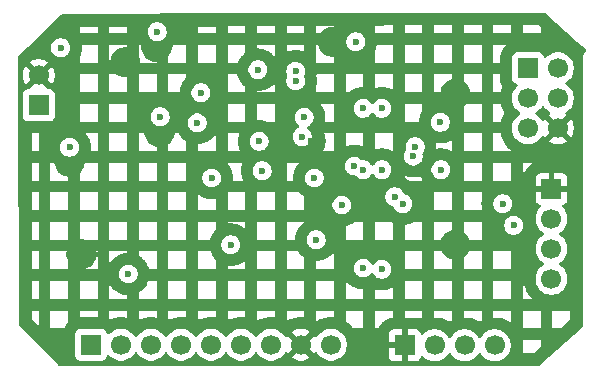
<source format=gbr>
%TF.GenerationSoftware,KiCad,Pcbnew,9.0.4*%
%TF.CreationDate,2025-12-07T20:09:45+03:30*%
%TF.ProjectId,MCU_Datalogger003_4Layer,4d43555f-4461-4746-916c-6f6767657230,2*%
%TF.SameCoordinates,Original*%
%TF.FileFunction,Copper,L4,Bot*%
%TF.FilePolarity,Positive*%
%FSLAX46Y46*%
G04 Gerber Fmt 4.6, Leading zero omitted, Abs format (unit mm)*
G04 Created by KiCad (PCBNEW 9.0.4) date 2025-12-07 20:09:45*
%MOMM*%
%LPD*%
G01*
G04 APERTURE LIST*
%TA.AperFunction,ComponentPad*%
%ADD10R,1.700000X1.700000*%
%TD*%
%TA.AperFunction,ComponentPad*%
%ADD11C,1.700000*%
%TD*%
%TA.AperFunction,ViaPad*%
%ADD12C,0.600000*%
%TD*%
G04 APERTURE END LIST*
D10*
%TO.P,J4,1,Pin_1*%
%TO.N,/MISO*%
X144780000Y-97688400D03*
D11*
%TO.P,J4,2,Pin_2*%
%TO.N,/Vcc*%
X147320000Y-97688400D03*
%TO.P,J4,3,Pin_3*%
%TO.N,/SCK*%
X144780000Y-100228400D03*
%TO.P,J4,4,Pin_4*%
%TO.N,/MOSI*%
X147320000Y-100228400D03*
%TO.P,J4,5,Pin_5*%
%TO.N,/RESET*%
X144780000Y-102768400D03*
%TO.P,J4,6,Pin_6*%
%TO.N,GND*%
X147320000Y-102768400D03*
%TD*%
D10*
%TO.P,BT1,1,+*%
%TO.N,/Vcc*%
X103360700Y-100827000D03*
D11*
%TO.P,BT1,2,-*%
%TO.N,GND*%
X103360700Y-98287000D03*
%TD*%
D10*
%TO.P,J3,1,Pin_1*%
%TO.N,/D2*%
X107780300Y-121096200D03*
D11*
%TO.P,J3,2,Pin_2*%
%TO.N,/D3*%
X110320300Y-121096200D03*
%TO.P,J3,3,Pin_3*%
%TO.N,/D4*%
X112860300Y-121096200D03*
%TO.P,J3,4,Pin_4*%
%TO.N,/D5*%
X115400300Y-121096200D03*
%TO.P,J3,5,Pin_5*%
%TO.N,/D6*%
X117940300Y-121096200D03*
%TO.P,J3,6,Pin_6*%
%TO.N,/D7*%
X120480300Y-121096200D03*
%TO.P,J3,7,Pin_7*%
%TO.N,/D8*%
X123020300Y-121096200D03*
%TO.P,J3,8,Pin_8*%
%TO.N,GND*%
X125560300Y-121096200D03*
%TO.P,J3,9,Pin_9*%
%TO.N,/Vcc*%
X128100300Y-121096200D03*
%TD*%
D10*
%TO.P,J2,1,Pin_1*%
%TO.N,GND*%
X134348700Y-121147000D03*
D11*
%TO.P,J2,2,Pin_2*%
%TO.N,/Vcc*%
X136888700Y-121147000D03*
%TO.P,J2,3,Pin_3*%
%TO.N,/RX*%
X139428700Y-121147000D03*
%TO.P,J2,4,Pin_4*%
%TO.N,/TX*%
X141968700Y-121147000D03*
%TD*%
D10*
%TO.P,J1,1,Pin_1*%
%TO.N,GND*%
X146773900Y-107903000D03*
D11*
%TO.P,J1,2,Pin_2*%
%TO.N,/Vcc*%
X146773900Y-110443000D03*
%TO.P,J1,3,Pin_3*%
%TO.N,/SDA*%
X146773900Y-112983000D03*
%TO.P,J1,4,Pin_4*%
%TO.N,/SCK*%
X146773900Y-115523000D03*
%TD*%
D12*
%TO.N,/SDA*%
X125831600Y-101854000D03*
X117094000Y-99771200D03*
%TO.N,/Vcc*%
X137414000Y-106273600D03*
X137363200Y-102260400D03*
X125669200Y-103479600D03*
X122021600Y-103886000D03*
X130200400Y-95453200D03*
X113385600Y-94589600D03*
X105206800Y-95961200D03*
X113639600Y-101803200D03*
X105968800Y-104394000D03*
X110947200Y-115112800D03*
%TO.N,GND*%
X123139200Y-103936800D03*
X138633200Y-99872800D03*
X128267900Y-95451100D03*
X110693200Y-97180400D03*
X113334800Y-95910400D03*
X113588800Y-103124000D03*
X126390400Y-103835200D03*
X138633200Y-112623600D03*
X106984800Y-113436400D03*
X105968800Y-105613200D03*
%TO.N,/RESET*%
X125120400Y-97955197D03*
%TO.N,/MISO*%
X129032000Y-109270800D03*
%TO.N,/SCK*%
X121920000Y-97817800D03*
X125120400Y-98755200D03*
%TO.N,Net-(U4-PB6)*%
X132420600Y-114706400D03*
X130819600Y-114604800D03*
%TO.N,/SCK*%
X135072706Y-105127667D03*
X143572592Y-110994721D03*
%TO.N,/SDA*%
X135229600Y-104343200D03*
X142646400Y-109159600D03*
%TO.N,Net-(U4-AREF)*%
X134183729Y-109159600D03*
X130079450Y-105969985D03*
%TO.N,Net-(U4-PB7)*%
X119613600Y-112623600D03*
%TO.N,Net-(U4-PB6)*%
X126847600Y-112217200D03*
X122275600Y-106375200D03*
%TO.N,Net-(U4-PB7)*%
X117998800Y-106984800D03*
X116779600Y-102319273D03*
%TO.N,/SCK*%
X132420600Y-106273600D03*
X130819600Y-106273600D03*
%TO.N,/SDA*%
X130819600Y-101092000D03*
X132420600Y-101092000D03*
%TO.N,/MOSI*%
X126695200Y-106984800D03*
X133502400Y-108559600D03*
%TD*%
%TA.AperFunction,Conductor*%
%TO.N,GND*%
G36*
X146121444Y-100882399D02*
G01*
X146160486Y-100927456D01*
X146164951Y-100936220D01*
X146289890Y-101108186D01*
X146440213Y-101258509D01*
X146612179Y-101383448D01*
X146612181Y-101383449D01*
X146612184Y-101383451D01*
X146621493Y-101388194D01*
X146672290Y-101436166D01*
X146689087Y-101503987D01*
X146666552Y-101570122D01*
X146621505Y-101609160D01*
X146612446Y-101613776D01*
X146612440Y-101613780D01*
X146558282Y-101653127D01*
X146558282Y-101653128D01*
X147190591Y-102285437D01*
X147127007Y-102302475D01*
X147012993Y-102368301D01*
X146919901Y-102461393D01*
X146854075Y-102575407D01*
X146837037Y-102638991D01*
X146204728Y-102006682D01*
X146204727Y-102006682D01*
X146165380Y-102060840D01*
X146165376Y-102060846D01*
X146160760Y-102069905D01*
X146112781Y-102120697D01*
X146044959Y-102137487D01*
X145978826Y-102114943D01*
X145939794Y-102069893D01*
X145935051Y-102060584D01*
X145935049Y-102060581D01*
X145935048Y-102060579D01*
X145810109Y-101888613D01*
X145659786Y-101738290D01*
X145487820Y-101613351D01*
X145487115Y-101612991D01*
X145479054Y-101608885D01*
X145428259Y-101560912D01*
X145411463Y-101493092D01*
X145433999Y-101426956D01*
X145479054Y-101387915D01*
X145487816Y-101383451D01*
X145519960Y-101360097D01*
X145659786Y-101258509D01*
X145659788Y-101258506D01*
X145659792Y-101258504D01*
X145810104Y-101108192D01*
X145810106Y-101108188D01*
X145810109Y-101108186D01*
X145935048Y-100936220D01*
X145935047Y-100936220D01*
X145935051Y-100936216D01*
X145939514Y-100927454D01*
X145987488Y-100876659D01*
X146055308Y-100859863D01*
X146121444Y-100882399D01*
G37*
%TD.AperFunction*%
%TA.AperFunction,Conductor*%
G36*
X146183529Y-92982056D02*
G01*
X146193977Y-92990380D01*
X148962070Y-95450907D01*
X149664060Y-96074898D01*
X149701088Y-96134149D01*
X149700205Y-96204013D01*
X149669361Y-96255257D01*
X149584238Y-96340381D01*
X149584235Y-96340385D01*
X149518343Y-96454511D01*
X149484234Y-96581811D01*
X149484235Y-96648405D01*
X149484235Y-119362370D01*
X149484234Y-119479251D01*
X149464549Y-119546290D01*
X149442987Y-119571597D01*
X145780438Y-122853622D01*
X145717374Y-122883702D01*
X145697882Y-122885275D01*
X112835586Y-122937500D01*
X105116591Y-122937500D01*
X105049552Y-122917815D01*
X105003797Y-122865011D01*
X104993853Y-122795853D01*
X104994049Y-122794542D01*
X105003600Y-122732800D01*
X102469135Y-120198335D01*
X106429800Y-120198335D01*
X106429800Y-121994070D01*
X106429801Y-121994076D01*
X106436208Y-122053683D01*
X106486502Y-122188528D01*
X106486506Y-122188535D01*
X106572752Y-122303744D01*
X106572755Y-122303747D01*
X106687964Y-122389993D01*
X106687971Y-122389997D01*
X106822817Y-122440291D01*
X106822816Y-122440291D01*
X106829744Y-122441035D01*
X106882427Y-122446700D01*
X108678172Y-122446699D01*
X108737783Y-122440291D01*
X108872631Y-122389996D01*
X108987846Y-122303746D01*
X109074096Y-122188531D01*
X109123110Y-122057116D01*
X109164981Y-122001184D01*
X109230445Y-121976766D01*
X109298718Y-121991617D01*
X109326973Y-122012769D01*
X109440513Y-122126309D01*
X109612479Y-122251248D01*
X109612481Y-122251249D01*
X109612484Y-122251251D01*
X109801888Y-122347757D01*
X110004057Y-122413446D01*
X110214013Y-122446700D01*
X110214014Y-122446700D01*
X110426586Y-122446700D01*
X110426587Y-122446700D01*
X110636543Y-122413446D01*
X110838712Y-122347757D01*
X111028116Y-122251251D01*
X111114438Y-122188535D01*
X111200086Y-122126309D01*
X111200088Y-122126306D01*
X111200092Y-122126304D01*
X111350404Y-121975992D01*
X111350406Y-121975988D01*
X111350409Y-121975986D01*
X111475348Y-121804020D01*
X111475347Y-121804020D01*
X111475351Y-121804016D01*
X111479814Y-121795254D01*
X111527788Y-121744459D01*
X111595608Y-121727663D01*
X111661744Y-121750199D01*
X111700784Y-121795254D01*
X111703712Y-121800999D01*
X111705251Y-121804020D01*
X111830190Y-121975986D01*
X111980513Y-122126309D01*
X112152479Y-122251248D01*
X112152481Y-122251249D01*
X112152484Y-122251251D01*
X112341888Y-122347757D01*
X112544057Y-122413446D01*
X112754013Y-122446700D01*
X112754014Y-122446700D01*
X112966586Y-122446700D01*
X112966587Y-122446700D01*
X113176543Y-122413446D01*
X113378712Y-122347757D01*
X113568116Y-122251251D01*
X113654438Y-122188535D01*
X113740086Y-122126309D01*
X113740088Y-122126306D01*
X113740092Y-122126304D01*
X113890404Y-121975992D01*
X113890406Y-121975988D01*
X113890409Y-121975986D01*
X114015348Y-121804020D01*
X114015347Y-121804020D01*
X114015351Y-121804016D01*
X114019814Y-121795254D01*
X114067788Y-121744459D01*
X114135608Y-121727663D01*
X114201744Y-121750199D01*
X114240784Y-121795254D01*
X114243712Y-121800999D01*
X114245251Y-121804020D01*
X114370190Y-121975986D01*
X114520513Y-122126309D01*
X114692479Y-122251248D01*
X114692481Y-122251249D01*
X114692484Y-122251251D01*
X114881888Y-122347757D01*
X115084057Y-122413446D01*
X115294013Y-122446700D01*
X115294014Y-122446700D01*
X115506586Y-122446700D01*
X115506587Y-122446700D01*
X115716543Y-122413446D01*
X115918712Y-122347757D01*
X116108116Y-122251251D01*
X116194438Y-122188535D01*
X116280086Y-122126309D01*
X116280088Y-122126306D01*
X116280092Y-122126304D01*
X116430404Y-121975992D01*
X116430406Y-121975988D01*
X116430409Y-121975986D01*
X116555348Y-121804020D01*
X116555347Y-121804020D01*
X116555351Y-121804016D01*
X116559814Y-121795254D01*
X116607788Y-121744459D01*
X116675608Y-121727663D01*
X116741744Y-121750199D01*
X116780784Y-121795254D01*
X116783712Y-121800999D01*
X116785251Y-121804020D01*
X116910190Y-121975986D01*
X117060513Y-122126309D01*
X117232479Y-122251248D01*
X117232481Y-122251249D01*
X117232484Y-122251251D01*
X117421888Y-122347757D01*
X117624057Y-122413446D01*
X117834013Y-122446700D01*
X117834014Y-122446700D01*
X118046586Y-122446700D01*
X118046587Y-122446700D01*
X118256543Y-122413446D01*
X118458712Y-122347757D01*
X118648116Y-122251251D01*
X118734438Y-122188535D01*
X118820086Y-122126309D01*
X118820088Y-122126306D01*
X118820092Y-122126304D01*
X118970404Y-121975992D01*
X118970406Y-121975988D01*
X118970409Y-121975986D01*
X119095348Y-121804020D01*
X119095347Y-121804020D01*
X119095351Y-121804016D01*
X119099814Y-121795254D01*
X119147788Y-121744459D01*
X119215608Y-121727663D01*
X119281744Y-121750199D01*
X119320784Y-121795254D01*
X119323712Y-121800999D01*
X119325251Y-121804020D01*
X119450190Y-121975986D01*
X119600513Y-122126309D01*
X119772479Y-122251248D01*
X119772481Y-122251249D01*
X119772484Y-122251251D01*
X119961888Y-122347757D01*
X120164057Y-122413446D01*
X120374013Y-122446700D01*
X120374014Y-122446700D01*
X120586586Y-122446700D01*
X120586587Y-122446700D01*
X120796543Y-122413446D01*
X120998712Y-122347757D01*
X121188116Y-122251251D01*
X121274438Y-122188535D01*
X121360086Y-122126309D01*
X121360088Y-122126306D01*
X121360092Y-122126304D01*
X121510404Y-121975992D01*
X121510406Y-121975988D01*
X121510409Y-121975986D01*
X121635348Y-121804020D01*
X121635347Y-121804020D01*
X121635351Y-121804016D01*
X121639814Y-121795254D01*
X121687788Y-121744459D01*
X121755608Y-121727663D01*
X121821744Y-121750199D01*
X121860784Y-121795254D01*
X121863712Y-121800999D01*
X121865251Y-121804020D01*
X121990190Y-121975986D01*
X122140513Y-122126309D01*
X122312479Y-122251248D01*
X122312481Y-122251249D01*
X122312484Y-122251251D01*
X122501888Y-122347757D01*
X122704057Y-122413446D01*
X122914013Y-122446700D01*
X122914014Y-122446700D01*
X123126586Y-122446700D01*
X123126587Y-122446700D01*
X123336543Y-122413446D01*
X123538712Y-122347757D01*
X123728116Y-122251251D01*
X123814438Y-122188535D01*
X123900086Y-122126309D01*
X123900088Y-122126306D01*
X123900092Y-122126304D01*
X124050404Y-121975992D01*
X124050406Y-121975988D01*
X124050409Y-121975986D01*
X124136190Y-121857917D01*
X124175351Y-121804016D01*
X124180093Y-121794708D01*
X124228063Y-121743911D01*
X124295883Y-121727111D01*
X124362019Y-121749645D01*
X124401063Y-121794700D01*
X124405673Y-121803747D01*
X124445028Y-121857916D01*
X125077337Y-121225608D01*
X125094375Y-121289193D01*
X125160201Y-121403207D01*
X125253293Y-121496299D01*
X125367307Y-121562125D01*
X125430890Y-121579162D01*
X124798582Y-122211469D01*
X124798582Y-122211470D01*
X124852749Y-122250824D01*
X125042082Y-122347295D01*
X125244170Y-122412957D01*
X125454054Y-122446200D01*
X125666546Y-122446200D01*
X125876427Y-122412957D01*
X125876430Y-122412957D01*
X126078517Y-122347295D01*
X126267854Y-122250822D01*
X126322016Y-122211470D01*
X126322017Y-122211470D01*
X125689708Y-121579162D01*
X125753293Y-121562125D01*
X125867307Y-121496299D01*
X125960399Y-121403207D01*
X126026225Y-121289193D01*
X126043262Y-121225608D01*
X126675570Y-121857917D01*
X126675570Y-121857916D01*
X126714922Y-121803755D01*
X126719532Y-121794707D01*
X126767505Y-121743909D01*
X126835325Y-121727112D01*
X126901461Y-121749647D01*
X126940504Y-121794704D01*
X126945249Y-121804017D01*
X127070190Y-121975986D01*
X127220513Y-122126309D01*
X127392479Y-122251248D01*
X127392481Y-122251249D01*
X127392484Y-122251251D01*
X127581888Y-122347757D01*
X127784057Y-122413446D01*
X127994013Y-122446700D01*
X127994014Y-122446700D01*
X128206586Y-122446700D01*
X128206587Y-122446700D01*
X128416543Y-122413446D01*
X128618712Y-122347757D01*
X128808116Y-122251251D01*
X128894438Y-122188535D01*
X128980086Y-122126309D01*
X128980088Y-122126306D01*
X128980092Y-122126304D01*
X129130404Y-121975992D01*
X129130406Y-121975988D01*
X129130409Y-121975986D01*
X129255348Y-121804020D01*
X129255347Y-121804020D01*
X129255351Y-121804016D01*
X129351857Y-121614612D01*
X129417546Y-121412443D01*
X129450800Y-121202487D01*
X129450800Y-120989913D01*
X129417546Y-120779957D01*
X129351857Y-120577788D01*
X129255351Y-120388384D01*
X129255349Y-120388381D01*
X129255348Y-120388379D01*
X129154197Y-120249155D01*
X132998700Y-120249155D01*
X132998700Y-120897000D01*
X133915688Y-120897000D01*
X133882775Y-120954007D01*
X133848700Y-121081174D01*
X133848700Y-121212826D01*
X133882775Y-121339993D01*
X133915688Y-121397000D01*
X132998700Y-121397000D01*
X132998700Y-122044844D01*
X133005101Y-122104372D01*
X133005103Y-122104379D01*
X133055345Y-122239086D01*
X133055349Y-122239093D01*
X133141509Y-122354187D01*
X133141512Y-122354190D01*
X133256606Y-122440350D01*
X133256613Y-122440354D01*
X133391320Y-122490596D01*
X133391327Y-122490598D01*
X133450855Y-122496999D01*
X133450872Y-122497000D01*
X134098700Y-122497000D01*
X134098700Y-121580012D01*
X134155707Y-121612925D01*
X134282874Y-121647000D01*
X134414526Y-121647000D01*
X134541693Y-121612925D01*
X134598700Y-121580012D01*
X134598700Y-122497000D01*
X135246528Y-122497000D01*
X135246544Y-122496999D01*
X135306072Y-122490598D01*
X135306079Y-122490596D01*
X135440786Y-122440354D01*
X135440793Y-122440350D01*
X135555887Y-122354190D01*
X135555890Y-122354187D01*
X135642050Y-122239093D01*
X135642054Y-122239086D01*
X135691122Y-122107529D01*
X135732993Y-122051595D01*
X135798457Y-122027178D01*
X135866730Y-122042030D01*
X135894985Y-122063181D01*
X136008913Y-122177109D01*
X136180879Y-122302048D01*
X136180881Y-122302049D01*
X136180884Y-122302051D01*
X136370288Y-122398557D01*
X136572457Y-122464246D01*
X136782413Y-122497500D01*
X136782414Y-122497500D01*
X136994986Y-122497500D01*
X136994987Y-122497500D01*
X137204943Y-122464246D01*
X137407112Y-122398557D01*
X137596516Y-122302051D01*
X137666441Y-122251248D01*
X137768486Y-122177109D01*
X137768488Y-122177106D01*
X137768492Y-122177104D01*
X137918804Y-122026792D01*
X137918806Y-122026788D01*
X137918809Y-122026786D01*
X138043748Y-121854820D01*
X138043747Y-121854820D01*
X138043751Y-121854816D01*
X138048214Y-121846054D01*
X138096188Y-121795259D01*
X138164008Y-121778463D01*
X138230144Y-121800999D01*
X138269186Y-121846056D01*
X138273651Y-121854820D01*
X138398590Y-122026786D01*
X138548913Y-122177109D01*
X138720879Y-122302048D01*
X138720881Y-122302049D01*
X138720884Y-122302051D01*
X138910288Y-122398557D01*
X139112457Y-122464246D01*
X139322413Y-122497500D01*
X139322414Y-122497500D01*
X139534986Y-122497500D01*
X139534987Y-122497500D01*
X139744943Y-122464246D01*
X139947112Y-122398557D01*
X140136516Y-122302051D01*
X140206441Y-122251248D01*
X140308486Y-122177109D01*
X140308488Y-122177106D01*
X140308492Y-122177104D01*
X140458804Y-122026792D01*
X140458806Y-122026788D01*
X140458809Y-122026786D01*
X140583748Y-121854820D01*
X140583747Y-121854820D01*
X140583751Y-121854816D01*
X140588214Y-121846054D01*
X140636188Y-121795259D01*
X140704008Y-121778463D01*
X140770144Y-121800999D01*
X140809186Y-121846056D01*
X140813651Y-121854820D01*
X140938590Y-122026786D01*
X141088913Y-122177109D01*
X141260879Y-122302048D01*
X141260881Y-122302049D01*
X141260884Y-122302051D01*
X141450288Y-122398557D01*
X141652457Y-122464246D01*
X141862413Y-122497500D01*
X141862414Y-122497500D01*
X142074986Y-122497500D01*
X142074987Y-122497500D01*
X142284943Y-122464246D01*
X142487112Y-122398557D01*
X142676516Y-122302051D01*
X142746441Y-122251248D01*
X142848486Y-122177109D01*
X142848488Y-122177106D01*
X142848492Y-122177104D01*
X142998804Y-122026792D01*
X142998806Y-122026788D01*
X142998809Y-122026786D01*
X143123748Y-121854820D01*
X143123747Y-121854820D01*
X143123751Y-121854816D01*
X143170321Y-121763417D01*
X144348203Y-121763417D01*
X145314508Y-121761882D01*
X145850203Y-121281843D01*
X145850203Y-120707069D01*
X144348203Y-120707069D01*
X144348203Y-121763417D01*
X143170321Y-121763417D01*
X143220257Y-121665412D01*
X143285946Y-121463243D01*
X143319200Y-121253287D01*
X143319200Y-121040713D01*
X143285946Y-120830757D01*
X143220257Y-120628588D01*
X143123751Y-120439184D01*
X143123749Y-120439181D01*
X143123748Y-120439179D01*
X142998809Y-120267213D01*
X142848486Y-120116890D01*
X142676520Y-119991951D01*
X142487114Y-119895444D01*
X142487113Y-119895443D01*
X142487112Y-119895443D01*
X142284943Y-119829754D01*
X142284941Y-119829753D01*
X142284940Y-119829753D01*
X142123657Y-119804208D01*
X142074987Y-119796500D01*
X141862413Y-119796500D01*
X141813742Y-119804208D01*
X141652460Y-119829753D01*
X141605215Y-119845104D01*
X141471189Y-119888652D01*
X141450285Y-119895444D01*
X141260879Y-119991951D01*
X141088913Y-120116890D01*
X140938590Y-120267213D01*
X140813649Y-120439182D01*
X140809184Y-120447946D01*
X140761209Y-120498742D01*
X140693388Y-120515536D01*
X140627253Y-120492998D01*
X140588216Y-120447946D01*
X140583750Y-120439182D01*
X140458809Y-120267213D01*
X140308486Y-120116890D01*
X140136520Y-119991951D01*
X139947114Y-119895444D01*
X139947113Y-119895443D01*
X139947112Y-119895443D01*
X139744943Y-119829754D01*
X139744941Y-119829753D01*
X139744940Y-119829753D01*
X139583657Y-119804208D01*
X139534987Y-119796500D01*
X139322413Y-119796500D01*
X139273742Y-119804208D01*
X139112460Y-119829753D01*
X139065215Y-119845104D01*
X138931189Y-119888652D01*
X138910285Y-119895444D01*
X138720879Y-119991951D01*
X138548913Y-120116890D01*
X138398590Y-120267213D01*
X138273649Y-120439182D01*
X138269184Y-120447946D01*
X138221209Y-120498742D01*
X138153388Y-120515536D01*
X138087253Y-120492998D01*
X138048216Y-120447946D01*
X138043750Y-120439182D01*
X137918809Y-120267213D01*
X137768486Y-120116890D01*
X137596520Y-119991951D01*
X137407114Y-119895444D01*
X137407113Y-119895443D01*
X137407112Y-119895443D01*
X137204943Y-119829754D01*
X137204941Y-119829753D01*
X137204940Y-119829753D01*
X137043657Y-119804208D01*
X136994987Y-119796500D01*
X136782413Y-119796500D01*
X136733742Y-119804208D01*
X136572460Y-119829753D01*
X136525215Y-119845104D01*
X136391189Y-119888652D01*
X136370285Y-119895444D01*
X136180879Y-119991951D01*
X136008915Y-120116889D01*
X135894985Y-120230819D01*
X135833662Y-120264303D01*
X135763970Y-120259319D01*
X135708037Y-120217447D01*
X135691122Y-120186470D01*
X135642054Y-120054913D01*
X135642050Y-120054906D01*
X135555890Y-119939812D01*
X135555887Y-119939809D01*
X135440793Y-119853649D01*
X135440786Y-119853645D01*
X135306079Y-119803403D01*
X135306072Y-119803401D01*
X135246544Y-119797000D01*
X134598700Y-119797000D01*
X134598700Y-120713988D01*
X134541693Y-120681075D01*
X134414526Y-120647000D01*
X134282874Y-120647000D01*
X134155707Y-120681075D01*
X134098700Y-120713988D01*
X134098700Y-119797000D01*
X133450855Y-119797000D01*
X133391327Y-119803401D01*
X133391320Y-119803403D01*
X133256613Y-119853645D01*
X133256606Y-119853649D01*
X133141512Y-119939809D01*
X133141509Y-119939812D01*
X133055349Y-120054906D01*
X133055345Y-120054913D01*
X133005103Y-120189620D01*
X133005101Y-120189627D01*
X132998700Y-120249155D01*
X129154197Y-120249155D01*
X129130409Y-120216413D01*
X128980086Y-120066090D01*
X128808120Y-119941151D01*
X128618714Y-119844644D01*
X128618713Y-119844643D01*
X128618712Y-119844643D01*
X128416543Y-119778954D01*
X128416541Y-119778953D01*
X128416540Y-119778953D01*
X128255257Y-119753408D01*
X128206587Y-119745700D01*
X127994013Y-119745700D01*
X127945342Y-119753408D01*
X127784060Y-119778953D01*
X127708817Y-119803401D01*
X127627715Y-119829753D01*
X127581885Y-119844644D01*
X127392479Y-119941151D01*
X127220513Y-120066090D01*
X127070190Y-120216413D01*
X126945249Y-120388382D01*
X126940502Y-120397699D01*
X126892527Y-120448493D01*
X126824705Y-120465287D01*
X126758571Y-120442748D01*
X126719534Y-120397695D01*
X126714926Y-120388652D01*
X126675570Y-120334482D01*
X126675569Y-120334482D01*
X126043262Y-120966790D01*
X126026225Y-120903207D01*
X125960399Y-120789193D01*
X125867307Y-120696101D01*
X125753293Y-120630275D01*
X125689709Y-120613237D01*
X126322016Y-119980928D01*
X126267850Y-119941575D01*
X126078517Y-119845104D01*
X125876429Y-119779442D01*
X125666546Y-119746200D01*
X125454054Y-119746200D01*
X125244172Y-119779442D01*
X125244169Y-119779442D01*
X125042082Y-119845104D01*
X124852739Y-119941580D01*
X124798582Y-119980927D01*
X124798582Y-119980928D01*
X125430891Y-120613237D01*
X125367307Y-120630275D01*
X125253293Y-120696101D01*
X125160201Y-120789193D01*
X125094375Y-120903207D01*
X125077337Y-120966791D01*
X124445028Y-120334482D01*
X124445027Y-120334482D01*
X124405680Y-120388640D01*
X124405676Y-120388646D01*
X124401060Y-120397705D01*
X124353081Y-120448497D01*
X124285259Y-120465287D01*
X124219126Y-120442743D01*
X124180094Y-120397693D01*
X124175351Y-120388384D01*
X124175349Y-120388381D01*
X124175348Y-120388379D01*
X124050409Y-120216413D01*
X123900086Y-120066090D01*
X123728120Y-119941151D01*
X123538714Y-119844644D01*
X123538713Y-119844643D01*
X123538712Y-119844643D01*
X123336543Y-119778954D01*
X123336541Y-119778953D01*
X123336540Y-119778953D01*
X123175257Y-119753408D01*
X123126587Y-119745700D01*
X122914013Y-119745700D01*
X122865342Y-119753408D01*
X122704060Y-119778953D01*
X122628817Y-119803401D01*
X122547715Y-119829753D01*
X122501885Y-119844644D01*
X122312479Y-119941151D01*
X122140513Y-120066090D01*
X121990190Y-120216413D01*
X121865249Y-120388382D01*
X121860784Y-120397146D01*
X121812809Y-120447942D01*
X121744988Y-120464736D01*
X121678853Y-120442198D01*
X121639816Y-120397146D01*
X121635350Y-120388382D01*
X121510409Y-120216413D01*
X121360086Y-120066090D01*
X121188120Y-119941151D01*
X120998714Y-119844644D01*
X120998713Y-119844643D01*
X120998712Y-119844643D01*
X120796543Y-119778954D01*
X120796541Y-119778953D01*
X120796540Y-119778953D01*
X120635257Y-119753408D01*
X120586587Y-119745700D01*
X120374013Y-119745700D01*
X120325342Y-119753408D01*
X120164060Y-119778953D01*
X120088817Y-119803401D01*
X120007715Y-119829753D01*
X119961885Y-119844644D01*
X119772479Y-119941151D01*
X119600513Y-120066090D01*
X119450190Y-120216413D01*
X119325249Y-120388382D01*
X119320784Y-120397146D01*
X119272809Y-120447942D01*
X119204988Y-120464736D01*
X119138853Y-120442198D01*
X119099816Y-120397146D01*
X119095350Y-120388382D01*
X118970409Y-120216413D01*
X118820086Y-120066090D01*
X118648120Y-119941151D01*
X118458714Y-119844644D01*
X118458713Y-119844643D01*
X118458712Y-119844643D01*
X118256543Y-119778954D01*
X118256541Y-119778953D01*
X118256540Y-119778953D01*
X118095257Y-119753408D01*
X118046587Y-119745700D01*
X117834013Y-119745700D01*
X117785342Y-119753408D01*
X117624060Y-119778953D01*
X117548817Y-119803401D01*
X117467715Y-119829753D01*
X117421885Y-119844644D01*
X117232479Y-119941151D01*
X117060513Y-120066090D01*
X116910190Y-120216413D01*
X116785249Y-120388382D01*
X116780784Y-120397146D01*
X116732809Y-120447942D01*
X116664988Y-120464736D01*
X116598853Y-120442198D01*
X116559816Y-120397146D01*
X116555350Y-120388382D01*
X116430409Y-120216413D01*
X116280086Y-120066090D01*
X116108120Y-119941151D01*
X115918714Y-119844644D01*
X115918713Y-119844643D01*
X115918712Y-119844643D01*
X115716543Y-119778954D01*
X115716541Y-119778953D01*
X115716540Y-119778953D01*
X115555257Y-119753408D01*
X115506587Y-119745700D01*
X115294013Y-119745700D01*
X115245342Y-119753408D01*
X115084060Y-119778953D01*
X115008817Y-119803401D01*
X114927715Y-119829753D01*
X114881885Y-119844644D01*
X114692479Y-119941151D01*
X114520513Y-120066090D01*
X114370190Y-120216413D01*
X114245249Y-120388382D01*
X114240784Y-120397146D01*
X114192809Y-120447942D01*
X114124988Y-120464736D01*
X114058853Y-120442198D01*
X114019816Y-120397146D01*
X114015350Y-120388382D01*
X113890409Y-120216413D01*
X113740086Y-120066090D01*
X113568120Y-119941151D01*
X113378714Y-119844644D01*
X113378713Y-119844643D01*
X113378712Y-119844643D01*
X113176543Y-119778954D01*
X113176541Y-119778953D01*
X113176540Y-119778953D01*
X113015257Y-119753408D01*
X112966587Y-119745700D01*
X112754013Y-119745700D01*
X112705342Y-119753408D01*
X112544060Y-119778953D01*
X112468817Y-119803401D01*
X112387715Y-119829753D01*
X112341885Y-119844644D01*
X112152479Y-119941151D01*
X111980513Y-120066090D01*
X111830190Y-120216413D01*
X111705249Y-120388382D01*
X111700784Y-120397146D01*
X111652809Y-120447942D01*
X111584988Y-120464736D01*
X111518853Y-120442198D01*
X111479816Y-120397146D01*
X111475350Y-120388382D01*
X111350409Y-120216413D01*
X111200086Y-120066090D01*
X111028120Y-119941151D01*
X110838714Y-119844644D01*
X110838713Y-119844643D01*
X110838712Y-119844643D01*
X110636543Y-119778954D01*
X110636541Y-119778953D01*
X110636540Y-119778953D01*
X110475257Y-119753408D01*
X110426587Y-119745700D01*
X110214013Y-119745700D01*
X110165342Y-119753408D01*
X110004060Y-119778953D01*
X109928817Y-119803401D01*
X109847715Y-119829753D01*
X109801885Y-119844644D01*
X109612479Y-119941151D01*
X109440515Y-120066089D01*
X109326973Y-120179631D01*
X109265650Y-120213115D01*
X109195958Y-120208131D01*
X109140025Y-120166259D01*
X109123110Y-120135282D01*
X109074097Y-120003871D01*
X109074093Y-120003864D01*
X108987847Y-119888655D01*
X108987844Y-119888652D01*
X108872635Y-119802406D01*
X108872628Y-119802402D01*
X108737782Y-119752108D01*
X108737783Y-119752108D01*
X108678183Y-119745701D01*
X108678181Y-119745700D01*
X108678173Y-119745700D01*
X108678164Y-119745700D01*
X106882429Y-119745700D01*
X106882423Y-119745701D01*
X106822816Y-119752108D01*
X106687971Y-119802402D01*
X106687964Y-119802406D01*
X106572755Y-119888652D01*
X106572752Y-119888655D01*
X106486506Y-120003864D01*
X106486502Y-120003871D01*
X106436208Y-120138717D01*
X106429801Y-120198316D01*
X106429800Y-120198335D01*
X102469135Y-120198335D01*
X101979869Y-119709069D01*
X104348203Y-119709069D01*
X105531301Y-119709069D01*
X105563887Y-119621699D01*
X105567275Y-119613518D01*
X105589533Y-119564781D01*
X105593495Y-119556867D01*
X105627672Y-119494277D01*
X105632190Y-119486663D01*
X105661154Y-119441596D01*
X105666202Y-119434326D01*
X105795186Y-119262027D01*
X105800739Y-119255136D01*
X105835819Y-119214651D01*
X105841851Y-119208172D01*
X105850203Y-119199820D01*
X105850203Y-119104426D01*
X126848203Y-119104426D01*
X126850227Y-119103074D01*
X126852397Y-119101685D01*
X129348203Y-119101685D01*
X129350373Y-119103074D01*
X129374868Y-119119440D01*
X129378865Y-119122226D01*
X129582569Y-119270225D01*
X129586457Y-119273168D01*
X129609616Y-119291427D01*
X129613381Y-119294517D01*
X129643188Y-119319978D01*
X129646827Y-119323212D01*
X129668432Y-119343186D01*
X129671936Y-119346556D01*
X129849944Y-119524564D01*
X129853314Y-119528068D01*
X129873288Y-119549673D01*
X129876522Y-119553312D01*
X129901983Y-119583119D01*
X129905073Y-119586884D01*
X129923332Y-119610043D01*
X129926275Y-119613931D01*
X129995397Y-119709069D01*
X130850203Y-119709069D01*
X131848203Y-119709069D01*
X132119180Y-119709069D01*
X144348203Y-119709069D01*
X145850203Y-119709069D01*
X146848203Y-119709069D01*
X147605329Y-119709069D01*
X148350203Y-119041583D01*
X148350203Y-118207069D01*
X146848203Y-118207069D01*
X146848203Y-119709069D01*
X145850203Y-119709069D01*
X145850203Y-118207069D01*
X144348203Y-118207069D01*
X144348203Y-119709069D01*
X132119180Y-119709069D01*
X132132730Y-119672739D01*
X132136119Y-119664559D01*
X132158377Y-119615823D01*
X132162338Y-119607909D01*
X132196515Y-119545319D01*
X132201033Y-119537705D01*
X132229997Y-119492638D01*
X132235045Y-119485368D01*
X132363943Y-119313184D01*
X132369496Y-119306293D01*
X132404576Y-119265808D01*
X132410608Y-119259329D01*
X132461029Y-119208908D01*
X132467508Y-119202876D01*
X132507993Y-119167796D01*
X132514884Y-119162243D01*
X132687068Y-119033345D01*
X132694338Y-119028297D01*
X132739405Y-118999333D01*
X132747019Y-118994815D01*
X132809609Y-118960638D01*
X132817523Y-118956677D01*
X132866259Y-118934419D01*
X132874439Y-118931030D01*
X133071796Y-118857421D01*
X133079136Y-118854942D01*
X133124005Y-118841332D01*
X133131488Y-118839315D01*
X133192199Y-118824972D01*
X133199784Y-118823428D01*
X133245962Y-118815522D01*
X133253631Y-118814455D01*
X133303786Y-118809062D01*
X134348203Y-118809062D01*
X134348700Y-118809268D01*
X134350702Y-118808439D01*
X134398154Y-118799000D01*
X135259877Y-118799000D01*
X135263191Y-118799044D01*
X135283239Y-118799580D01*
X135286555Y-118799713D01*
X135313242Y-118801142D01*
X135316556Y-118801364D01*
X135336605Y-118802977D01*
X135339917Y-118803289D01*
X135443769Y-118814455D01*
X135451438Y-118815522D01*
X135497616Y-118823428D01*
X135505201Y-118824972D01*
X135565912Y-118839315D01*
X135573395Y-118841332D01*
X135618264Y-118854942D01*
X135625604Y-118857421D01*
X135822961Y-118931030D01*
X135831141Y-118934419D01*
X135850203Y-118943124D01*
X135850203Y-118798500D01*
X136848203Y-118798500D01*
X137014597Y-118798500D01*
X137019469Y-118798596D01*
X137048921Y-118799754D01*
X137053786Y-118800041D01*
X137092865Y-118803119D01*
X137097703Y-118803596D01*
X137126936Y-118807056D01*
X137131759Y-118807723D01*
X137380428Y-118847108D01*
X137385223Y-118847964D01*
X137414123Y-118853713D01*
X137418883Y-118854758D01*
X137457000Y-118863911D01*
X137461705Y-118865138D01*
X137490047Y-118873131D01*
X137494707Y-118874545D01*
X137734140Y-118952342D01*
X137738737Y-118953936D01*
X137766347Y-118964121D01*
X137770875Y-118965893D01*
X137807092Y-118980891D01*
X137811561Y-118982846D01*
X137838336Y-118995189D01*
X137842719Y-118997314D01*
X138067061Y-119111622D01*
X138071354Y-119113917D01*
X138097050Y-119128307D01*
X138101250Y-119130769D01*
X138134673Y-119151250D01*
X138138773Y-119153874D01*
X138158700Y-119167187D01*
X138178627Y-119153874D01*
X138182727Y-119151250D01*
X138216150Y-119130769D01*
X138220350Y-119128307D01*
X138246046Y-119113917D01*
X138250339Y-119111622D01*
X138350203Y-119060738D01*
X138350203Y-118798500D01*
X139348203Y-118798500D01*
X139554597Y-118798500D01*
X139559469Y-118798596D01*
X139588921Y-118799754D01*
X139593786Y-118800041D01*
X139632865Y-118803119D01*
X139637703Y-118803596D01*
X139666936Y-118807056D01*
X139671759Y-118807723D01*
X139920428Y-118847108D01*
X139925223Y-118847964D01*
X139954123Y-118853713D01*
X139958883Y-118854758D01*
X139997000Y-118863911D01*
X140001705Y-118865138D01*
X140030047Y-118873131D01*
X140034707Y-118874545D01*
X140274140Y-118952342D01*
X140278737Y-118953936D01*
X140306347Y-118964121D01*
X140310875Y-118965893D01*
X140347092Y-118980891D01*
X140351561Y-118982846D01*
X140378336Y-118995189D01*
X140382719Y-118997314D01*
X140607061Y-119111622D01*
X140611354Y-119113917D01*
X140637050Y-119128307D01*
X140641250Y-119130769D01*
X140674673Y-119151250D01*
X140678773Y-119153874D01*
X140698700Y-119167187D01*
X140718627Y-119153874D01*
X140722727Y-119151250D01*
X140756150Y-119130769D01*
X140760350Y-119128307D01*
X140786046Y-119113917D01*
X140790339Y-119111622D01*
X140850203Y-119081119D01*
X140850203Y-118798500D01*
X141848203Y-118798500D01*
X142094597Y-118798500D01*
X142099469Y-118798596D01*
X142128921Y-118799754D01*
X142133786Y-118800041D01*
X142172865Y-118803119D01*
X142177703Y-118803596D01*
X142206936Y-118807056D01*
X142211759Y-118807723D01*
X142460428Y-118847108D01*
X142465223Y-118847964D01*
X142494123Y-118853713D01*
X142498883Y-118854758D01*
X142537000Y-118863911D01*
X142541705Y-118865138D01*
X142570047Y-118873131D01*
X142574707Y-118874545D01*
X142814140Y-118952342D01*
X142818737Y-118953936D01*
X142846347Y-118964121D01*
X142850875Y-118965893D01*
X142887092Y-118980891D01*
X142891561Y-118982846D01*
X142918336Y-118995189D01*
X142922719Y-118997314D01*
X143147061Y-119111622D01*
X143151354Y-119113917D01*
X143177050Y-119128307D01*
X143181250Y-119130769D01*
X143214673Y-119151250D01*
X143218773Y-119153874D01*
X143243268Y-119170240D01*
X143247265Y-119173026D01*
X143350203Y-119247814D01*
X143350203Y-118207069D01*
X141848203Y-118207069D01*
X141848203Y-118798500D01*
X140850203Y-118798500D01*
X140850203Y-118207069D01*
X139348203Y-118207069D01*
X139348203Y-118798500D01*
X138350203Y-118798500D01*
X138350203Y-118207069D01*
X136848203Y-118207069D01*
X136848203Y-118798500D01*
X135850203Y-118798500D01*
X135850203Y-118207069D01*
X134348203Y-118207069D01*
X134348203Y-118809062D01*
X133303786Y-118809062D01*
X133350203Y-118804071D01*
X133350203Y-118207069D01*
X131848203Y-118207069D01*
X131848203Y-119709069D01*
X130850203Y-119709069D01*
X130850203Y-118207069D01*
X129348203Y-118207069D01*
X129348203Y-119101685D01*
X126852397Y-119101685D01*
X126854327Y-119100450D01*
X126887750Y-119079969D01*
X126891950Y-119077507D01*
X126917646Y-119063117D01*
X126921939Y-119060822D01*
X127146281Y-118946514D01*
X127150664Y-118944389D01*
X127177439Y-118932046D01*
X127181908Y-118930091D01*
X127218125Y-118915093D01*
X127222653Y-118913321D01*
X127250263Y-118903136D01*
X127254860Y-118901542D01*
X127494293Y-118823745D01*
X127498953Y-118822331D01*
X127527295Y-118814338D01*
X127532000Y-118813111D01*
X127570117Y-118803958D01*
X127574877Y-118802913D01*
X127603777Y-118797164D01*
X127608572Y-118796308D01*
X127857241Y-118756923D01*
X127862064Y-118756256D01*
X127891297Y-118752796D01*
X127896135Y-118752319D01*
X127935214Y-118749241D01*
X127940079Y-118748954D01*
X127969531Y-118747796D01*
X127974403Y-118747700D01*
X128226197Y-118747700D01*
X128231069Y-118747796D01*
X128260521Y-118748954D01*
X128265386Y-118749241D01*
X128304465Y-118752319D01*
X128309303Y-118752796D01*
X128338536Y-118756256D01*
X128343358Y-118756923D01*
X128350203Y-118758007D01*
X128350203Y-118207069D01*
X126848203Y-118207069D01*
X126848203Y-119104426D01*
X105850203Y-119104426D01*
X105850203Y-119080286D01*
X124348203Y-119080286D01*
X124352256Y-119077910D01*
X124377922Y-119063537D01*
X124382214Y-119061243D01*
X124606454Y-118946986D01*
X124610832Y-118944863D01*
X124637576Y-118932533D01*
X124642039Y-118930580D01*
X124678256Y-118915578D01*
X124682791Y-118913804D01*
X124710436Y-118903605D01*
X124715037Y-118902009D01*
X124954430Y-118824226D01*
X124959094Y-118822811D01*
X124987471Y-118814809D01*
X124992187Y-118813579D01*
X125030304Y-118804431D01*
X125035056Y-118803389D01*
X125063919Y-118797649D01*
X125068707Y-118796794D01*
X125317280Y-118757423D01*
X125322104Y-118756755D01*
X125351338Y-118753295D01*
X125356175Y-118752819D01*
X125395254Y-118749741D01*
X125400119Y-118749454D01*
X125429571Y-118748296D01*
X125434443Y-118748200D01*
X125686157Y-118748200D01*
X125691029Y-118748296D01*
X125720481Y-118749454D01*
X125725346Y-118749741D01*
X125764425Y-118752819D01*
X125769262Y-118753295D01*
X125798496Y-118756755D01*
X125803320Y-118757423D01*
X125850203Y-118764848D01*
X125850203Y-118207069D01*
X124348203Y-118207069D01*
X124348203Y-119080286D01*
X105850203Y-119080286D01*
X105850203Y-119057630D01*
X121848203Y-119057630D01*
X122066281Y-118946514D01*
X122070664Y-118944389D01*
X122097439Y-118932046D01*
X122101908Y-118930091D01*
X122138125Y-118915093D01*
X122142653Y-118913321D01*
X122170263Y-118903136D01*
X122174860Y-118901542D01*
X122414293Y-118823745D01*
X122418953Y-118822331D01*
X122447295Y-118814338D01*
X122452000Y-118813111D01*
X122490117Y-118803958D01*
X122494877Y-118802913D01*
X122523777Y-118797164D01*
X122528572Y-118796308D01*
X122777241Y-118756923D01*
X122782064Y-118756256D01*
X122811297Y-118752796D01*
X122816135Y-118752319D01*
X122855214Y-118749241D01*
X122860079Y-118748954D01*
X122889531Y-118747796D01*
X122894403Y-118747700D01*
X123146197Y-118747700D01*
X123151069Y-118747796D01*
X123180521Y-118748954D01*
X123185386Y-118749241D01*
X123224465Y-118752319D01*
X123229303Y-118752796D01*
X123258536Y-118756256D01*
X123263358Y-118756923D01*
X123350203Y-118770677D01*
X123350203Y-118207069D01*
X121848203Y-118207069D01*
X121848203Y-119057630D01*
X105850203Y-119057630D01*
X105850203Y-119037249D01*
X119348203Y-119037249D01*
X119526281Y-118946514D01*
X119530664Y-118944389D01*
X119557439Y-118932046D01*
X119561908Y-118930091D01*
X119598125Y-118915093D01*
X119602653Y-118913321D01*
X119630263Y-118903136D01*
X119634860Y-118901542D01*
X119874293Y-118823745D01*
X119878953Y-118822331D01*
X119907295Y-118814338D01*
X119912000Y-118813111D01*
X119950117Y-118803958D01*
X119954877Y-118802913D01*
X119983777Y-118797164D01*
X119988572Y-118796308D01*
X120237241Y-118756923D01*
X120242064Y-118756256D01*
X120271297Y-118752796D01*
X120276135Y-118752319D01*
X120315214Y-118749241D01*
X120320079Y-118748954D01*
X120349531Y-118747796D01*
X120354403Y-118747700D01*
X120606197Y-118747700D01*
X120611069Y-118747796D01*
X120640521Y-118748954D01*
X120645386Y-118749241D01*
X120684465Y-118752319D01*
X120689303Y-118752796D01*
X120718536Y-118756256D01*
X120723359Y-118756923D01*
X120850203Y-118777012D01*
X120850203Y-118207069D01*
X119348203Y-118207069D01*
X119348203Y-119037249D01*
X105850203Y-119037249D01*
X105850203Y-119016868D01*
X116848203Y-119016868D01*
X116986281Y-118946514D01*
X116990664Y-118944389D01*
X117017439Y-118932046D01*
X117021908Y-118930091D01*
X117058125Y-118915093D01*
X117062653Y-118913321D01*
X117090263Y-118903136D01*
X117094860Y-118901542D01*
X117334293Y-118823745D01*
X117338953Y-118822331D01*
X117367295Y-118814338D01*
X117372000Y-118813111D01*
X117410117Y-118803958D01*
X117414877Y-118802913D01*
X117443777Y-118797164D01*
X117448572Y-118796308D01*
X117697241Y-118756923D01*
X117702064Y-118756256D01*
X117731297Y-118752796D01*
X117736135Y-118752319D01*
X117775214Y-118749241D01*
X117780079Y-118748954D01*
X117809531Y-118747796D01*
X117814403Y-118747700D01*
X118066197Y-118747700D01*
X118071069Y-118747796D01*
X118100521Y-118748954D01*
X118105386Y-118749241D01*
X118144465Y-118752319D01*
X118149303Y-118752796D01*
X118178536Y-118756256D01*
X118183359Y-118756923D01*
X118350203Y-118783348D01*
X118350203Y-118207069D01*
X116848203Y-118207069D01*
X116848203Y-119016868D01*
X105850203Y-119016868D01*
X105850203Y-118996487D01*
X114348203Y-118996487D01*
X114446281Y-118946514D01*
X114450664Y-118944389D01*
X114477439Y-118932046D01*
X114481908Y-118930091D01*
X114518125Y-118915093D01*
X114522653Y-118913321D01*
X114550263Y-118903136D01*
X114554860Y-118901542D01*
X114794293Y-118823745D01*
X114798953Y-118822331D01*
X114827295Y-118814338D01*
X114832000Y-118813111D01*
X114870117Y-118803958D01*
X114874877Y-118802913D01*
X114903777Y-118797164D01*
X114908572Y-118796308D01*
X115157241Y-118756923D01*
X115162064Y-118756256D01*
X115191297Y-118752796D01*
X115196135Y-118752319D01*
X115235214Y-118749241D01*
X115240079Y-118748954D01*
X115269531Y-118747796D01*
X115274403Y-118747700D01*
X115526197Y-118747700D01*
X115531069Y-118747796D01*
X115560521Y-118748954D01*
X115565386Y-118749241D01*
X115604465Y-118752319D01*
X115609303Y-118752796D01*
X115638536Y-118756256D01*
X115643359Y-118756923D01*
X115850203Y-118789683D01*
X115850203Y-118207069D01*
X114348203Y-118207069D01*
X114348203Y-118996487D01*
X105850203Y-118996487D01*
X105850203Y-118976106D01*
X111848203Y-118976106D01*
X111906281Y-118946514D01*
X111910664Y-118944389D01*
X111937439Y-118932046D01*
X111941908Y-118930091D01*
X111978125Y-118915093D01*
X111982653Y-118913321D01*
X112010263Y-118903136D01*
X112014860Y-118901542D01*
X112254293Y-118823745D01*
X112258953Y-118822331D01*
X112287295Y-118814338D01*
X112292000Y-118813111D01*
X112330117Y-118803958D01*
X112334877Y-118802913D01*
X112363777Y-118797164D01*
X112368572Y-118796308D01*
X112617241Y-118756923D01*
X112622064Y-118756256D01*
X112651297Y-118752796D01*
X112656135Y-118752319D01*
X112695214Y-118749241D01*
X112700079Y-118748954D01*
X112729531Y-118747796D01*
X112734403Y-118747700D01*
X112986197Y-118747700D01*
X112991069Y-118747796D01*
X113020521Y-118748954D01*
X113025386Y-118749241D01*
X113064465Y-118752319D01*
X113069303Y-118752796D01*
X113098536Y-118756256D01*
X113103359Y-118756923D01*
X113350203Y-118796018D01*
X113350203Y-118207069D01*
X111848203Y-118207069D01*
X111848203Y-118976106D01*
X105850203Y-118976106D01*
X105850203Y-118924995D01*
X109348203Y-118924995D01*
X109377742Y-118941125D01*
X109397439Y-118932046D01*
X109401908Y-118930091D01*
X109438125Y-118915093D01*
X109442653Y-118913321D01*
X109470263Y-118903136D01*
X109474860Y-118901542D01*
X109714293Y-118823745D01*
X109718953Y-118822331D01*
X109747295Y-118814338D01*
X109752000Y-118813111D01*
X109790117Y-118803958D01*
X109794877Y-118802913D01*
X109823777Y-118797164D01*
X109828572Y-118796308D01*
X110077241Y-118756923D01*
X110082064Y-118756256D01*
X110111297Y-118752796D01*
X110116135Y-118752319D01*
X110155214Y-118749241D01*
X110160079Y-118748954D01*
X110189531Y-118747796D01*
X110194403Y-118747700D01*
X110446197Y-118747700D01*
X110451069Y-118747796D01*
X110480521Y-118748954D01*
X110485386Y-118749241D01*
X110524465Y-118752319D01*
X110529303Y-118752796D01*
X110558536Y-118756256D01*
X110563359Y-118756923D01*
X110812028Y-118796308D01*
X110816823Y-118797164D01*
X110845723Y-118802913D01*
X110850203Y-118803896D01*
X110850203Y-118207069D01*
X109348203Y-118207069D01*
X109348203Y-118924995D01*
X105850203Y-118924995D01*
X105850203Y-118748214D01*
X106848203Y-118748214D01*
X106865764Y-118747745D01*
X106869078Y-118747701D01*
X108350203Y-118747700D01*
X108350203Y-118207069D01*
X106848203Y-118207069D01*
X106848203Y-118748214D01*
X105850203Y-118748214D01*
X105850203Y-118207069D01*
X104348203Y-118207069D01*
X104348203Y-119709069D01*
X101979869Y-119709069D01*
X101724423Y-119453623D01*
X101690938Y-119392300D01*
X101688105Y-119366424D01*
X101687937Y-119323212D01*
X101683594Y-118207069D01*
X102807602Y-118207069D01*
X102810493Y-118950117D01*
X103350203Y-119489827D01*
X103350203Y-118207069D01*
X102807602Y-118207069D01*
X101683594Y-118207069D01*
X101673867Y-115707069D01*
X102797874Y-115707069D01*
X102803718Y-117209069D01*
X103350203Y-117209069D01*
X104348203Y-117209069D01*
X105850203Y-117209069D01*
X106848203Y-117209069D01*
X108350203Y-117209069D01*
X109348203Y-117209069D01*
X110850203Y-117209069D01*
X110850203Y-116911300D01*
X110843858Y-116911300D01*
X110837775Y-116911151D01*
X110801003Y-116909345D01*
X110794933Y-116908897D01*
X110746161Y-116904094D01*
X110740120Y-116903349D01*
X110703689Y-116897945D01*
X110697692Y-116896904D01*
X110494965Y-116856579D01*
X110489023Y-116855245D01*
X110453297Y-116846295D01*
X110447433Y-116844672D01*
X110400538Y-116830446D01*
X110394760Y-116828537D01*
X110360099Y-116816135D01*
X110354422Y-116813945D01*
X110163472Y-116734852D01*
X110157908Y-116732386D01*
X110124626Y-116716645D01*
X110119191Y-116713909D01*
X110075970Y-116690808D01*
X110070675Y-116687809D01*
X110046196Y-116673138D01*
X111848203Y-116673138D01*
X111848203Y-117209069D01*
X113350203Y-117209069D01*
X114348203Y-117209069D01*
X115850203Y-117209069D01*
X116848203Y-117209069D01*
X118350203Y-117209069D01*
X119348203Y-117209069D01*
X120850203Y-117209069D01*
X121848203Y-117209069D01*
X123350203Y-117209069D01*
X124348203Y-117209069D01*
X125850203Y-117209069D01*
X126848203Y-117209069D01*
X128350203Y-117209069D01*
X129348203Y-117209069D01*
X130850203Y-117209069D01*
X130850203Y-116414996D01*
X131848203Y-116414996D01*
X131848203Y-117209069D01*
X133350203Y-117209069D01*
X134348203Y-117209069D01*
X135850203Y-117209069D01*
X136848203Y-117209069D01*
X138350203Y-117209069D01*
X139348203Y-117209069D01*
X140850203Y-117209069D01*
X141848203Y-117209069D01*
X143350203Y-117209069D01*
X144348203Y-117209069D01*
X145138689Y-117209069D01*
X145024256Y-117094636D01*
X145020886Y-117091132D01*
X145000912Y-117069527D01*
X144997678Y-117065888D01*
X144972217Y-117036081D01*
X144969127Y-117032316D01*
X144950868Y-117009157D01*
X144947925Y-117005269D01*
X144799926Y-116801565D01*
X144797140Y-116797568D01*
X144780774Y-116773073D01*
X144778150Y-116768973D01*
X144757669Y-116735550D01*
X144755207Y-116731350D01*
X144740817Y-116705654D01*
X144738522Y-116701361D01*
X144624214Y-116477019D01*
X144622089Y-116472636D01*
X144609746Y-116445861D01*
X144607791Y-116441392D01*
X144592793Y-116405175D01*
X144591021Y-116400647D01*
X144580836Y-116373037D01*
X144579242Y-116368440D01*
X144501445Y-116129007D01*
X144500031Y-116124347D01*
X144492038Y-116096005D01*
X144490811Y-116091300D01*
X144481658Y-116053183D01*
X144480613Y-116048423D01*
X144474864Y-116019523D01*
X144474008Y-116014728D01*
X144434623Y-115766059D01*
X144433956Y-115761236D01*
X144430496Y-115732003D01*
X144430019Y-115727165D01*
X144428436Y-115707069D01*
X144348203Y-115707069D01*
X144348203Y-117209069D01*
X143350203Y-117209069D01*
X143350203Y-115707069D01*
X141848203Y-115707069D01*
X141848203Y-117209069D01*
X140850203Y-117209069D01*
X140850203Y-115707069D01*
X139348203Y-115707069D01*
X139348203Y-117209069D01*
X138350203Y-117209069D01*
X138350203Y-115707069D01*
X136848203Y-115707069D01*
X136848203Y-117209069D01*
X135850203Y-117209069D01*
X135850203Y-115707069D01*
X134348203Y-115707069D01*
X134348203Y-117209069D01*
X133350203Y-117209069D01*
X133350203Y-116248297D01*
X133333863Y-116259216D01*
X133328718Y-116262474D01*
X133297125Y-116281409D01*
X133291830Y-116284408D01*
X133248609Y-116307509D01*
X133243174Y-116310245D01*
X133209892Y-116325986D01*
X133204328Y-116328452D01*
X133013378Y-116407545D01*
X133007701Y-116409735D01*
X132973040Y-116422137D01*
X132967262Y-116424046D01*
X132920367Y-116438272D01*
X132914503Y-116439895D01*
X132878777Y-116448845D01*
X132872835Y-116450179D01*
X132670108Y-116490504D01*
X132664111Y-116491545D01*
X132627680Y-116496949D01*
X132621639Y-116497694D01*
X132572867Y-116502497D01*
X132566797Y-116502945D01*
X132530025Y-116504751D01*
X132523942Y-116504900D01*
X132317258Y-116504900D01*
X132311175Y-116504751D01*
X132274403Y-116502945D01*
X132268333Y-116502497D01*
X132219561Y-116497694D01*
X132213520Y-116496949D01*
X132177089Y-116491545D01*
X132171092Y-116490504D01*
X131968365Y-116450179D01*
X131962423Y-116448845D01*
X131926697Y-116439895D01*
X131920833Y-116438272D01*
X131873938Y-116424046D01*
X131868160Y-116422137D01*
X131848203Y-116414996D01*
X130850203Y-116414996D01*
X130850203Y-116403300D01*
X130716258Y-116403300D01*
X130710175Y-116403151D01*
X130673403Y-116401345D01*
X130667333Y-116400897D01*
X130618561Y-116396094D01*
X130612520Y-116395349D01*
X130576089Y-116389945D01*
X130570092Y-116388904D01*
X130367365Y-116348579D01*
X130361423Y-116347245D01*
X130325697Y-116338295D01*
X130319833Y-116336672D01*
X130272938Y-116322446D01*
X130267160Y-116320537D01*
X130232499Y-116308135D01*
X130226822Y-116305945D01*
X130035872Y-116226852D01*
X130030308Y-116224386D01*
X129997026Y-116208645D01*
X129991591Y-116205909D01*
X129948370Y-116182808D01*
X129943075Y-116179809D01*
X129911482Y-116160874D01*
X129906337Y-116157616D01*
X129734478Y-116042783D01*
X129729502Y-116039278D01*
X129699929Y-116017345D01*
X129695131Y-116013601D01*
X129657249Y-115982512D01*
X129652642Y-115978538D01*
X129625355Y-115953807D01*
X129620946Y-115949609D01*
X129474791Y-115803454D01*
X129470593Y-115799045D01*
X129445862Y-115771758D01*
X129441888Y-115767151D01*
X129410799Y-115729269D01*
X129407055Y-115724471D01*
X129394149Y-115707069D01*
X129348203Y-115707069D01*
X129348203Y-117209069D01*
X128350203Y-117209069D01*
X128350203Y-115707069D01*
X126848203Y-115707069D01*
X126848203Y-117209069D01*
X125850203Y-117209069D01*
X125850203Y-115707069D01*
X124348203Y-115707069D01*
X124348203Y-117209069D01*
X123350203Y-117209069D01*
X123350203Y-115707069D01*
X121848203Y-115707069D01*
X121848203Y-117209069D01*
X120850203Y-117209069D01*
X120850203Y-115707069D01*
X119348203Y-115707069D01*
X119348203Y-117209069D01*
X118350203Y-117209069D01*
X118350203Y-115707069D01*
X116848203Y-115707069D01*
X116848203Y-117209069D01*
X115850203Y-117209069D01*
X115850203Y-115707069D01*
X114348203Y-115707069D01*
X114348203Y-117209069D01*
X113350203Y-117209069D01*
X113350203Y-115707069D01*
X112647727Y-115707069D01*
X112569252Y-115896528D01*
X112566786Y-115902092D01*
X112551045Y-115935374D01*
X112548309Y-115940809D01*
X112525208Y-115984030D01*
X112522209Y-115989325D01*
X112503274Y-116020918D01*
X112500016Y-116026063D01*
X112385183Y-116197922D01*
X112381678Y-116202898D01*
X112359745Y-116232471D01*
X112356001Y-116237269D01*
X112324912Y-116275151D01*
X112320938Y-116279758D01*
X112296207Y-116307045D01*
X112292009Y-116311454D01*
X112145854Y-116457609D01*
X112141445Y-116461807D01*
X112114158Y-116486538D01*
X112109551Y-116490512D01*
X112071669Y-116521601D01*
X112066871Y-116525345D01*
X112037298Y-116547278D01*
X112032322Y-116550783D01*
X111860463Y-116665616D01*
X111855318Y-116668874D01*
X111848203Y-116673138D01*
X110046196Y-116673138D01*
X110039082Y-116668874D01*
X110033937Y-116665616D01*
X109862078Y-116550783D01*
X109857102Y-116547278D01*
X109827529Y-116525345D01*
X109822731Y-116521601D01*
X109784849Y-116490512D01*
X109780242Y-116486538D01*
X109752955Y-116461807D01*
X109748546Y-116457609D01*
X109602391Y-116311454D01*
X109598193Y-116307045D01*
X109573462Y-116279758D01*
X109569488Y-116275151D01*
X109538399Y-116237269D01*
X109534655Y-116232471D01*
X109512722Y-116202898D01*
X109509217Y-116197922D01*
X109394384Y-116026063D01*
X109391126Y-116020918D01*
X109372191Y-115989325D01*
X109369192Y-115984030D01*
X109348203Y-115944760D01*
X109348203Y-117209069D01*
X108350203Y-117209069D01*
X108350203Y-115707069D01*
X106848203Y-115707069D01*
X106848203Y-117209069D01*
X105850203Y-117209069D01*
X105850203Y-115707069D01*
X104348203Y-115707069D01*
X104348203Y-117209069D01*
X103350203Y-117209069D01*
X103350203Y-115707069D01*
X102797874Y-115707069D01*
X101673867Y-115707069D01*
X101671248Y-115033953D01*
X110146700Y-115033953D01*
X110146700Y-115191646D01*
X110177461Y-115346289D01*
X110177464Y-115346301D01*
X110237802Y-115491972D01*
X110237809Y-115491985D01*
X110325410Y-115623088D01*
X110325413Y-115623092D01*
X110436907Y-115734586D01*
X110436911Y-115734589D01*
X110568014Y-115822190D01*
X110568027Y-115822197D01*
X110713698Y-115882535D01*
X110713703Y-115882537D01*
X110868353Y-115913299D01*
X110868356Y-115913300D01*
X110868358Y-115913300D01*
X111026044Y-115913300D01*
X111026045Y-115913299D01*
X111180697Y-115882537D01*
X111326379Y-115822194D01*
X111457489Y-115734589D01*
X111568989Y-115623089D01*
X111656594Y-115491979D01*
X111716937Y-115346297D01*
X111747700Y-115191642D01*
X111747700Y-115033958D01*
X111747700Y-115033955D01*
X111747699Y-115033953D01*
X111716938Y-114879310D01*
X111716937Y-114879303D01*
X111699949Y-114838289D01*
X111656597Y-114733627D01*
X111656590Y-114733614D01*
X111568989Y-114602511D01*
X111568986Y-114602507D01*
X111457492Y-114491013D01*
X111457488Y-114491010D01*
X111326385Y-114403409D01*
X111326372Y-114403402D01*
X111180701Y-114343064D01*
X111180689Y-114343061D01*
X111026045Y-114312300D01*
X111026042Y-114312300D01*
X110868358Y-114312300D01*
X110868355Y-114312300D01*
X110713710Y-114343061D01*
X110713698Y-114343064D01*
X110568027Y-114403402D01*
X110568014Y-114403409D01*
X110436911Y-114491010D01*
X110436907Y-114491013D01*
X110325413Y-114602507D01*
X110325410Y-114602511D01*
X110237809Y-114733614D01*
X110237802Y-114733627D01*
X110177464Y-114879298D01*
X110177461Y-114879310D01*
X110146700Y-115033953D01*
X101671248Y-115033953D01*
X101664139Y-113207069D01*
X102788147Y-113207069D01*
X102793991Y-114709069D01*
X103350203Y-114709069D01*
X104348203Y-114709069D01*
X105850203Y-114709069D01*
X106848203Y-114709069D01*
X106877385Y-114709069D01*
X107092215Y-114709069D01*
X108350203Y-114709069D01*
X108350203Y-114280839D01*
X109348203Y-114280839D01*
X109369192Y-114241570D01*
X109372191Y-114236275D01*
X109391126Y-114204682D01*
X109394384Y-114199537D01*
X109509217Y-114027678D01*
X109512722Y-114022702D01*
X109534655Y-113993129D01*
X109538399Y-113988331D01*
X109569488Y-113950449D01*
X109573462Y-113945842D01*
X109598193Y-113918555D01*
X109602391Y-113914146D01*
X109748546Y-113767991D01*
X109752955Y-113763793D01*
X109780242Y-113739062D01*
X109784849Y-113735088D01*
X109822731Y-113703999D01*
X109827529Y-113700255D01*
X109857102Y-113678322D01*
X109862078Y-113674817D01*
X110033937Y-113559984D01*
X110039082Y-113556726D01*
X110046198Y-113552461D01*
X111848203Y-113552461D01*
X111855318Y-113556726D01*
X111860463Y-113559984D01*
X112032322Y-113674817D01*
X112037298Y-113678322D01*
X112066871Y-113700255D01*
X112071669Y-113703999D01*
X112109551Y-113735088D01*
X112114158Y-113739062D01*
X112141445Y-113763793D01*
X112145854Y-113767991D01*
X112292009Y-113914146D01*
X112296207Y-113918555D01*
X112320938Y-113945842D01*
X112324912Y-113950449D01*
X112356001Y-113988331D01*
X112359745Y-113993129D01*
X112381678Y-114022702D01*
X112385183Y-114027678D01*
X112500016Y-114199537D01*
X112503274Y-114204682D01*
X112522209Y-114236275D01*
X112525208Y-114241570D01*
X112548309Y-114284791D01*
X112551045Y-114290226D01*
X112566786Y-114323508D01*
X112569252Y-114329072D01*
X112648345Y-114520022D01*
X112650535Y-114525699D01*
X112662937Y-114560360D01*
X112664846Y-114566138D01*
X112679072Y-114613033D01*
X112680695Y-114618897D01*
X112689645Y-114654623D01*
X112690979Y-114660565D01*
X112700627Y-114709069D01*
X113350203Y-114709069D01*
X114348203Y-114709069D01*
X115850203Y-114709069D01*
X116848203Y-114709069D01*
X118350203Y-114709069D01*
X118350203Y-114404543D01*
X119348203Y-114404543D01*
X119348203Y-114709069D01*
X120850203Y-114709069D01*
X121848203Y-114709069D01*
X123350203Y-114709069D01*
X124348203Y-114709069D01*
X125850203Y-114709069D01*
X125850203Y-114015700D01*
X126848203Y-114015700D01*
X126848203Y-114709069D01*
X128350203Y-114709069D01*
X128350203Y-114525953D01*
X130019100Y-114525953D01*
X130019100Y-114683646D01*
X130049861Y-114838289D01*
X130049864Y-114838301D01*
X130110202Y-114983972D01*
X130110209Y-114983985D01*
X130197810Y-115115088D01*
X130197813Y-115115092D01*
X130309307Y-115226586D01*
X130309311Y-115226589D01*
X130440414Y-115314190D01*
X130440427Y-115314197D01*
X130586098Y-115374535D01*
X130586103Y-115374537D01*
X130740753Y-115405299D01*
X130740756Y-115405300D01*
X130740758Y-115405300D01*
X130898444Y-115405300D01*
X130898445Y-115405299D01*
X131053097Y-115374537D01*
X131198779Y-115314194D01*
X131329889Y-115226589D01*
X131441389Y-115115089D01*
X131472287Y-115068847D01*
X131486612Y-115047409D01*
X131540224Y-115002603D01*
X131609549Y-114993896D01*
X131672576Y-115024050D01*
X131704275Y-115068847D01*
X131711202Y-115085573D01*
X131711209Y-115085585D01*
X131798810Y-115216688D01*
X131798813Y-115216692D01*
X131910307Y-115328186D01*
X131910311Y-115328189D01*
X132041414Y-115415790D01*
X132041427Y-115415797D01*
X132187098Y-115476135D01*
X132187103Y-115476137D01*
X132341753Y-115506899D01*
X132341756Y-115506900D01*
X132341758Y-115506900D01*
X132499444Y-115506900D01*
X132499445Y-115506899D01*
X132654097Y-115476137D01*
X132766766Y-115429467D01*
X132799772Y-115415797D01*
X132799772Y-115415796D01*
X132799779Y-115415794D01*
X132930889Y-115328189D01*
X133042389Y-115216689D01*
X133129994Y-115085579D01*
X133190337Y-114939897D01*
X133221100Y-114785242D01*
X133221100Y-114709069D01*
X134348203Y-114709069D01*
X135850203Y-114709069D01*
X136848203Y-114709069D01*
X138350203Y-114709069D01*
X138350203Y-113868657D01*
X138344510Y-113867756D01*
X138325590Y-113863214D01*
X138153435Y-113807278D01*
X138135458Y-113799832D01*
X137974174Y-113717653D01*
X137957584Y-113707486D01*
X137918196Y-113678869D01*
X139348203Y-113678869D01*
X139348203Y-114709069D01*
X140850203Y-114709069D01*
X141848203Y-114709069D01*
X143350203Y-114709069D01*
X143350203Y-113207069D01*
X141848203Y-113207069D01*
X141848203Y-114709069D01*
X140850203Y-114709069D01*
X140850203Y-113207069D01*
X139765751Y-113207069D01*
X139727253Y-113282626D01*
X139717086Y-113299216D01*
X139610689Y-113445660D01*
X139598052Y-113460456D01*
X139470056Y-113588452D01*
X139455260Y-113601089D01*
X139348203Y-113678869D01*
X137918196Y-113678869D01*
X137811140Y-113601089D01*
X137796344Y-113588452D01*
X137668348Y-113460456D01*
X137655711Y-113445660D01*
X137549314Y-113299216D01*
X137539147Y-113282626D01*
X137500649Y-113207069D01*
X136848203Y-113207069D01*
X136848203Y-114709069D01*
X135850203Y-114709069D01*
X135850203Y-113207069D01*
X134348203Y-113207069D01*
X134348203Y-114709069D01*
X133221100Y-114709069D01*
X133221100Y-114627558D01*
X133221100Y-114627555D01*
X133221099Y-114627553D01*
X133199762Y-114520286D01*
X133190337Y-114472903D01*
X133166309Y-114414894D01*
X133129997Y-114327227D01*
X133129990Y-114327214D01*
X133042389Y-114196111D01*
X133042386Y-114196107D01*
X132930892Y-114084613D01*
X132930888Y-114084610D01*
X132799785Y-113997009D01*
X132799772Y-113997002D01*
X132654101Y-113936664D01*
X132654089Y-113936661D01*
X132499445Y-113905900D01*
X132499442Y-113905900D01*
X132341758Y-113905900D01*
X132341755Y-113905900D01*
X132187110Y-113936661D01*
X132187098Y-113936664D01*
X132041427Y-113997002D01*
X132041414Y-113997009D01*
X131910311Y-114084610D01*
X131910307Y-114084613D01*
X131798813Y-114196107D01*
X131798808Y-114196113D01*
X131753586Y-114263792D01*
X131699974Y-114308596D01*
X131630648Y-114317303D01*
X131567621Y-114287148D01*
X131535924Y-114242352D01*
X131528994Y-114225621D01*
X131528991Y-114225616D01*
X131528990Y-114225614D01*
X131441389Y-114094511D01*
X131441386Y-114094507D01*
X131329892Y-113983013D01*
X131329888Y-113983010D01*
X131198785Y-113895409D01*
X131198772Y-113895402D01*
X131053101Y-113835064D01*
X131053089Y-113835061D01*
X130898445Y-113804300D01*
X130898442Y-113804300D01*
X130740758Y-113804300D01*
X130740755Y-113804300D01*
X130586110Y-113835061D01*
X130586098Y-113835064D01*
X130440427Y-113895402D01*
X130440414Y-113895409D01*
X130309311Y-113983010D01*
X130309307Y-113983013D01*
X130197813Y-114094507D01*
X130197810Y-114094511D01*
X130110209Y-114225614D01*
X130110202Y-114225627D01*
X130049864Y-114371298D01*
X130049861Y-114371310D01*
X130019100Y-114525953D01*
X128350203Y-114525953D01*
X128350203Y-113207069D01*
X128349229Y-113207069D01*
X128285583Y-113302322D01*
X128282078Y-113307298D01*
X128260145Y-113336871D01*
X128256401Y-113341669D01*
X128225312Y-113379551D01*
X128221338Y-113384158D01*
X128196607Y-113411445D01*
X128192409Y-113415854D01*
X128046254Y-113562009D01*
X128041845Y-113566207D01*
X128014558Y-113590938D01*
X128009951Y-113594912D01*
X127972069Y-113626001D01*
X127967271Y-113629745D01*
X127937698Y-113651678D01*
X127932722Y-113655183D01*
X127760863Y-113770016D01*
X127755718Y-113773274D01*
X127724125Y-113792209D01*
X127718830Y-113795208D01*
X127675609Y-113818309D01*
X127670174Y-113821045D01*
X127636892Y-113836786D01*
X127631328Y-113839252D01*
X127440378Y-113918345D01*
X127434701Y-113920535D01*
X127400040Y-113932937D01*
X127394262Y-113934846D01*
X127347367Y-113949072D01*
X127341503Y-113950695D01*
X127305777Y-113959645D01*
X127299835Y-113960979D01*
X127097108Y-114001304D01*
X127091111Y-114002345D01*
X127054680Y-114007749D01*
X127048639Y-114008494D01*
X126999867Y-114013297D01*
X126993797Y-114013745D01*
X126957025Y-114015551D01*
X126950942Y-114015700D01*
X126848203Y-114015700D01*
X125850203Y-114015700D01*
X125850203Y-113713799D01*
X125762478Y-113655183D01*
X125757502Y-113651678D01*
X125727929Y-113629745D01*
X125723131Y-113626001D01*
X125685249Y-113594912D01*
X125680642Y-113590938D01*
X125653355Y-113566207D01*
X125648946Y-113562009D01*
X125502791Y-113415854D01*
X125498593Y-113411445D01*
X125473862Y-113384158D01*
X125469888Y-113379551D01*
X125438799Y-113341669D01*
X125435055Y-113336871D01*
X125413122Y-113307298D01*
X125409617Y-113302322D01*
X125345971Y-113207069D01*
X124348203Y-113207069D01*
X124348203Y-114709069D01*
X123350203Y-114709069D01*
X123350203Y-113207069D01*
X121848203Y-113207069D01*
X121848203Y-114709069D01*
X120850203Y-114709069D01*
X120850203Y-113930460D01*
X120812254Y-113968409D01*
X120807845Y-113972607D01*
X120780558Y-113997338D01*
X120775951Y-114001312D01*
X120738069Y-114032401D01*
X120733271Y-114036145D01*
X120703698Y-114058078D01*
X120698722Y-114061583D01*
X120526863Y-114176416D01*
X120521718Y-114179674D01*
X120490125Y-114198609D01*
X120484830Y-114201608D01*
X120441609Y-114224709D01*
X120436174Y-114227445D01*
X120402892Y-114243186D01*
X120397328Y-114245652D01*
X120206378Y-114324745D01*
X120200701Y-114326935D01*
X120166040Y-114339337D01*
X120160262Y-114341246D01*
X120113367Y-114355472D01*
X120107503Y-114357095D01*
X120071777Y-114366045D01*
X120065835Y-114367379D01*
X119863108Y-114407704D01*
X119857111Y-114408745D01*
X119820680Y-114414149D01*
X119814639Y-114414894D01*
X119765867Y-114419697D01*
X119759797Y-114420145D01*
X119723025Y-114421951D01*
X119716942Y-114422100D01*
X119510258Y-114422100D01*
X119504175Y-114421951D01*
X119467403Y-114420145D01*
X119461333Y-114419697D01*
X119412561Y-114414894D01*
X119406520Y-114414149D01*
X119370089Y-114408745D01*
X119364091Y-114407704D01*
X119348203Y-114404543D01*
X118350203Y-114404543D01*
X118350203Y-113903666D01*
X118268791Y-113822254D01*
X118264593Y-113817845D01*
X118239862Y-113790558D01*
X118235888Y-113785951D01*
X118204799Y-113748069D01*
X118201055Y-113743271D01*
X118179122Y-113713698D01*
X118175617Y-113708722D01*
X118060784Y-113536863D01*
X118057526Y-113531718D01*
X118038591Y-113500125D01*
X118035592Y-113494830D01*
X118012491Y-113451609D01*
X118009755Y-113446174D01*
X117994014Y-113412892D01*
X117991548Y-113407328D01*
X117912455Y-113216378D01*
X117910265Y-113210701D01*
X117908965Y-113207069D01*
X116848203Y-113207069D01*
X116848203Y-114709069D01*
X115850203Y-114709069D01*
X115850203Y-113207069D01*
X114348203Y-113207069D01*
X114348203Y-114709069D01*
X113350203Y-114709069D01*
X113350203Y-113207069D01*
X111848203Y-113207069D01*
X111848203Y-113552461D01*
X110046198Y-113552461D01*
X110070675Y-113537791D01*
X110075970Y-113534792D01*
X110119191Y-113511691D01*
X110124626Y-113508955D01*
X110157908Y-113493214D01*
X110163472Y-113490748D01*
X110354422Y-113411655D01*
X110360099Y-113409465D01*
X110394760Y-113397063D01*
X110400538Y-113395154D01*
X110447433Y-113380928D01*
X110453297Y-113379305D01*
X110489023Y-113370355D01*
X110494965Y-113369021D01*
X110697692Y-113328696D01*
X110703689Y-113327655D01*
X110740120Y-113322251D01*
X110746161Y-113321506D01*
X110794933Y-113316703D01*
X110801003Y-113316255D01*
X110837775Y-113314449D01*
X110843858Y-113314300D01*
X110850203Y-113314300D01*
X110850203Y-113207069D01*
X109348203Y-113207069D01*
X109348203Y-114280839D01*
X108350203Y-114280839D01*
X108350203Y-113207069D01*
X108238358Y-113207069D01*
X108257273Y-113326495D01*
X108258800Y-113345893D01*
X108258800Y-113526907D01*
X108257273Y-113546305D01*
X108228956Y-113725090D01*
X108224414Y-113744010D01*
X108168478Y-113916165D01*
X108161032Y-113934142D01*
X108078853Y-114095426D01*
X108068686Y-114112016D01*
X107962289Y-114258460D01*
X107949652Y-114273256D01*
X107821656Y-114401252D01*
X107806860Y-114413889D01*
X107660416Y-114520286D01*
X107643826Y-114530453D01*
X107482542Y-114612632D01*
X107464565Y-114620078D01*
X107292410Y-114676014D01*
X107273490Y-114680556D01*
X107094705Y-114708873D01*
X107092215Y-114709069D01*
X106877385Y-114709069D01*
X106874895Y-114708873D01*
X106848203Y-114704645D01*
X106848203Y-114709069D01*
X105850203Y-114709069D01*
X105850203Y-114015854D01*
X105808568Y-113934142D01*
X105801122Y-113916165D01*
X105745186Y-113744010D01*
X105740644Y-113725090D01*
X105712327Y-113546305D01*
X105710800Y-113526907D01*
X105710800Y-113345893D01*
X105712327Y-113326495D01*
X105731242Y-113207069D01*
X104348203Y-113207069D01*
X104348203Y-114709069D01*
X103350203Y-114709069D01*
X103350203Y-113207069D01*
X102788147Y-113207069D01*
X101664139Y-113207069D01*
X101661562Y-112544753D01*
X118813100Y-112544753D01*
X118813100Y-112702446D01*
X118843861Y-112857089D01*
X118843864Y-112857101D01*
X118904202Y-113002772D01*
X118904209Y-113002785D01*
X118991810Y-113133888D01*
X118991813Y-113133892D01*
X119103307Y-113245386D01*
X119103311Y-113245389D01*
X119234414Y-113332990D01*
X119234427Y-113332997D01*
X119380098Y-113393335D01*
X119380103Y-113393337D01*
X119493303Y-113415854D01*
X119534753Y-113424099D01*
X119534756Y-113424100D01*
X119534758Y-113424100D01*
X119692444Y-113424100D01*
X119692445Y-113424099D01*
X119847097Y-113393337D01*
X119992779Y-113332994D01*
X120123889Y-113245389D01*
X120235389Y-113133889D01*
X120322994Y-113002779D01*
X120383337Y-112857097D01*
X120414100Y-112702442D01*
X120414100Y-112544758D01*
X120414100Y-112544755D01*
X120414099Y-112544753D01*
X120383338Y-112390110D01*
X120383337Y-112390103D01*
X120344376Y-112296042D01*
X120322997Y-112244427D01*
X120322990Y-112244414D01*
X120299373Y-112209069D01*
X121848203Y-112209069D01*
X123350203Y-112209069D01*
X124348203Y-112209069D01*
X125049100Y-112209069D01*
X125049100Y-112138353D01*
X126047100Y-112138353D01*
X126047100Y-112296046D01*
X126077861Y-112450689D01*
X126077864Y-112450701D01*
X126138202Y-112596372D01*
X126138209Y-112596385D01*
X126225810Y-112727488D01*
X126225813Y-112727492D01*
X126337307Y-112838986D01*
X126337311Y-112838989D01*
X126468414Y-112926590D01*
X126468427Y-112926597D01*
X126614098Y-112986935D01*
X126614103Y-112986937D01*
X126768753Y-113017699D01*
X126768756Y-113017700D01*
X126768758Y-113017700D01*
X126926444Y-113017700D01*
X126926445Y-113017699D01*
X127081097Y-112986937D01*
X127226779Y-112926594D01*
X127357889Y-112838989D01*
X127469389Y-112727489D01*
X127556994Y-112596379D01*
X127617337Y-112450697D01*
X127648100Y-112296042D01*
X127648100Y-112138358D01*
X127648100Y-112138355D01*
X127648099Y-112138353D01*
X127627839Y-112036499D01*
X127617337Y-111983703D01*
X127609414Y-111964574D01*
X127556997Y-111838027D01*
X127556990Y-111838014D01*
X127469389Y-111706911D01*
X127469386Y-111706907D01*
X127357892Y-111595413D01*
X127357888Y-111595410D01*
X127226785Y-111507809D01*
X127226772Y-111507802D01*
X127081101Y-111447464D01*
X127081089Y-111447461D01*
X126926445Y-111416700D01*
X126926442Y-111416700D01*
X126768758Y-111416700D01*
X126768755Y-111416700D01*
X126614110Y-111447461D01*
X126614098Y-111447464D01*
X126468427Y-111507802D01*
X126468414Y-111507809D01*
X126337311Y-111595410D01*
X126337307Y-111595413D01*
X126225813Y-111706907D01*
X126225810Y-111706911D01*
X126138209Y-111838014D01*
X126138202Y-111838027D01*
X126077864Y-111983698D01*
X126077861Y-111983710D01*
X126047100Y-112138353D01*
X125049100Y-112138353D01*
X125049100Y-112113858D01*
X125049249Y-112107775D01*
X125051055Y-112071003D01*
X125051503Y-112064933D01*
X125056306Y-112016161D01*
X125057051Y-112010120D01*
X125062455Y-111973689D01*
X125063496Y-111967692D01*
X125103821Y-111764965D01*
X125105155Y-111759023D01*
X125114105Y-111723297D01*
X125115728Y-111717433D01*
X125129954Y-111670538D01*
X125131863Y-111664760D01*
X125144265Y-111630099D01*
X125146455Y-111624422D01*
X125225548Y-111433472D01*
X125228014Y-111427908D01*
X125243755Y-111394626D01*
X125246491Y-111389191D01*
X125269592Y-111345970D01*
X125272591Y-111340675D01*
X125291526Y-111309082D01*
X125294784Y-111303937D01*
X125409617Y-111132078D01*
X125413122Y-111127102D01*
X125435055Y-111097529D01*
X125438799Y-111092731D01*
X125469888Y-111054849D01*
X125473862Y-111050242D01*
X125481661Y-111041637D01*
X129348203Y-111041637D01*
X129348203Y-112209069D01*
X130850203Y-112209069D01*
X131848203Y-112209069D01*
X133350203Y-112209069D01*
X133350203Y-110954494D01*
X134348203Y-110954494D01*
X134348203Y-112209069D01*
X135850203Y-112209069D01*
X136848203Y-112209069D01*
X137428326Y-112209069D01*
X137449522Y-112143835D01*
X137456968Y-112125858D01*
X137539147Y-111964574D01*
X137549314Y-111947984D01*
X137655711Y-111801540D01*
X137668348Y-111786744D01*
X137796344Y-111658748D01*
X137811140Y-111646111D01*
X137918197Y-111568330D01*
X139348203Y-111568330D01*
X139455260Y-111646111D01*
X139470056Y-111658748D01*
X139598052Y-111786744D01*
X139610689Y-111801540D01*
X139717086Y-111947984D01*
X139727253Y-111964574D01*
X139809432Y-112125858D01*
X139816878Y-112143835D01*
X139838074Y-112209069D01*
X140850203Y-112209069D01*
X140850203Y-110915874D01*
X142772092Y-110915874D01*
X142772092Y-111073567D01*
X142802853Y-111228210D01*
X142802856Y-111228222D01*
X142863194Y-111373893D01*
X142863201Y-111373906D01*
X142950802Y-111505009D01*
X142950805Y-111505013D01*
X143062299Y-111616507D01*
X143062303Y-111616510D01*
X143193406Y-111704111D01*
X143193419Y-111704118D01*
X143339090Y-111764456D01*
X143339095Y-111764458D01*
X143451134Y-111786744D01*
X143493745Y-111795220D01*
X143493748Y-111795221D01*
X143493750Y-111795221D01*
X143651436Y-111795221D01*
X143651437Y-111795220D01*
X143806089Y-111764458D01*
X143945021Y-111706911D01*
X143951764Y-111704118D01*
X143951764Y-111704117D01*
X143951771Y-111704115D01*
X144082881Y-111616510D01*
X144194381Y-111505010D01*
X144281986Y-111373900D01*
X144342329Y-111228218D01*
X144373092Y-111073563D01*
X144373092Y-110915879D01*
X144373092Y-110915876D01*
X144373091Y-110915874D01*
X144342329Y-110761224D01*
X144342116Y-110760709D01*
X144281989Y-110615548D01*
X144281982Y-110615535D01*
X144194381Y-110484432D01*
X144194378Y-110484428D01*
X144082884Y-110372934D01*
X144082880Y-110372931D01*
X144028676Y-110336713D01*
X145423400Y-110336713D01*
X145423400Y-110549286D01*
X145450533Y-110720600D01*
X145456654Y-110759243D01*
X145520095Y-110954494D01*
X145522344Y-110961414D01*
X145618851Y-111150820D01*
X145743790Y-111322786D01*
X145894113Y-111473109D01*
X146066082Y-111598050D01*
X146074846Y-111602516D01*
X146125642Y-111650491D01*
X146142436Y-111718312D01*
X146119898Y-111784447D01*
X146074846Y-111823484D01*
X146066082Y-111827949D01*
X145894113Y-111952890D01*
X145743790Y-112103213D01*
X145618851Y-112275179D01*
X145522344Y-112464585D01*
X145456653Y-112666760D01*
X145423400Y-112876713D01*
X145423400Y-113089286D01*
X145456649Y-113299216D01*
X145456654Y-113299243D01*
X145520204Y-113494830D01*
X145522344Y-113501414D01*
X145618851Y-113690820D01*
X145743790Y-113862786D01*
X145894113Y-114013109D01*
X146066082Y-114138050D01*
X146074846Y-114142516D01*
X146125642Y-114190491D01*
X146142436Y-114258312D01*
X146119898Y-114324447D01*
X146074846Y-114363484D01*
X146066082Y-114367949D01*
X145894113Y-114492890D01*
X145743790Y-114643213D01*
X145618851Y-114815179D01*
X145522344Y-115004585D01*
X145456653Y-115206760D01*
X145423400Y-115416713D01*
X145423400Y-115629286D01*
X145453953Y-115822194D01*
X145456654Y-115839243D01*
X145503698Y-115984030D01*
X145522344Y-116041414D01*
X145618851Y-116230820D01*
X145743790Y-116402786D01*
X145894113Y-116553109D01*
X146066079Y-116678048D01*
X146066081Y-116678049D01*
X146066084Y-116678051D01*
X146255488Y-116774557D01*
X146457657Y-116840246D01*
X146667613Y-116873500D01*
X146667614Y-116873500D01*
X146880186Y-116873500D01*
X146880187Y-116873500D01*
X147090143Y-116840246D01*
X147292312Y-116774557D01*
X147481716Y-116678051D01*
X147503689Y-116662086D01*
X147653686Y-116553109D01*
X147653688Y-116553106D01*
X147653692Y-116553104D01*
X147804004Y-116402792D01*
X147804006Y-116402788D01*
X147804009Y-116402786D01*
X147924263Y-116237269D01*
X147928951Y-116230816D01*
X148025457Y-116041412D01*
X148091146Y-115839243D01*
X148124400Y-115629287D01*
X148124400Y-115416713D01*
X148091146Y-115206757D01*
X148025457Y-115004588D01*
X147928951Y-114815184D01*
X147928949Y-114815181D01*
X147928948Y-114815179D01*
X147804009Y-114643213D01*
X147653686Y-114492890D01*
X147481720Y-114367951D01*
X147477979Y-114366045D01*
X147472954Y-114363485D01*
X147422159Y-114315512D01*
X147405363Y-114247692D01*
X147427899Y-114181556D01*
X147472954Y-114142515D01*
X147481716Y-114138051D01*
X147555268Y-114084613D01*
X147653686Y-114013109D01*
X147653688Y-114013106D01*
X147653692Y-114013104D01*
X147804004Y-113862792D01*
X147804006Y-113862788D01*
X147804009Y-113862786D01*
X147928948Y-113690820D01*
X147928947Y-113690820D01*
X147928951Y-113690816D01*
X148025457Y-113501412D01*
X148091146Y-113299243D01*
X148124400Y-113089287D01*
X148124400Y-112876713D01*
X148091146Y-112666757D01*
X148025457Y-112464588D01*
X147928951Y-112275184D01*
X147928949Y-112275181D01*
X147928948Y-112275179D01*
X147804009Y-112103213D01*
X147653686Y-111952890D01*
X147481720Y-111827951D01*
X147481015Y-111827591D01*
X147472954Y-111823485D01*
X147422159Y-111775512D01*
X147405363Y-111707692D01*
X147427899Y-111641556D01*
X147472954Y-111602515D01*
X147481716Y-111598051D01*
X147570561Y-111533502D01*
X147653686Y-111473109D01*
X147653688Y-111473106D01*
X147653692Y-111473104D01*
X147804004Y-111322792D01*
X147804006Y-111322788D01*
X147804009Y-111322786D01*
X147928948Y-111150820D01*
X147928947Y-111150820D01*
X147928951Y-111150816D01*
X148025457Y-110961412D01*
X148091146Y-110759243D01*
X148124400Y-110549287D01*
X148124400Y-110336713D01*
X148091146Y-110126757D01*
X148025457Y-109924588D01*
X147928951Y-109735184D01*
X147928949Y-109735181D01*
X147928948Y-109735179D01*
X147804009Y-109563213D01*
X147690081Y-109449285D01*
X147656596Y-109387962D01*
X147661580Y-109318270D01*
X147703452Y-109262337D01*
X147734429Y-109245422D01*
X147865986Y-109196354D01*
X147865993Y-109196350D01*
X147981087Y-109110190D01*
X147981090Y-109110187D01*
X148067250Y-108995093D01*
X148067254Y-108995086D01*
X148117496Y-108860379D01*
X148117498Y-108860372D01*
X148123899Y-108800844D01*
X148123900Y-108800827D01*
X148123900Y-108153000D01*
X147206912Y-108153000D01*
X147239825Y-108095993D01*
X147273900Y-107968826D01*
X147273900Y-107837174D01*
X147239825Y-107710007D01*
X147206912Y-107653000D01*
X148123900Y-107653000D01*
X148123900Y-107005172D01*
X148123899Y-107005155D01*
X148117498Y-106945627D01*
X148117496Y-106945620D01*
X148067254Y-106810913D01*
X148067250Y-106810906D01*
X147981090Y-106695812D01*
X147981087Y-106695809D01*
X147865993Y-106609649D01*
X147865986Y-106609645D01*
X147731279Y-106559403D01*
X147731272Y-106559401D01*
X147671744Y-106553000D01*
X147023900Y-106553000D01*
X147023900Y-107469988D01*
X146966893Y-107437075D01*
X146839726Y-107403000D01*
X146708074Y-107403000D01*
X146580907Y-107437075D01*
X146523900Y-107469988D01*
X146523900Y-106553000D01*
X145876055Y-106553000D01*
X145816527Y-106559401D01*
X145816520Y-106559403D01*
X145681813Y-106609645D01*
X145681806Y-106609649D01*
X145566712Y-106695809D01*
X145566709Y-106695812D01*
X145480549Y-106810906D01*
X145480545Y-106810913D01*
X145430303Y-106945620D01*
X145430301Y-106945627D01*
X145423900Y-107005155D01*
X145423900Y-107653000D01*
X146340888Y-107653000D01*
X146307975Y-107710007D01*
X146273900Y-107837174D01*
X146273900Y-107968826D01*
X146307975Y-108095993D01*
X146340888Y-108153000D01*
X145423900Y-108153000D01*
X145423900Y-108800844D01*
X145430301Y-108860372D01*
X145430303Y-108860379D01*
X145480545Y-108995086D01*
X145480549Y-108995093D01*
X145566709Y-109110187D01*
X145566712Y-109110190D01*
X145681806Y-109196350D01*
X145681813Y-109196354D01*
X145813370Y-109245422D01*
X145869304Y-109287293D01*
X145893721Y-109352758D01*
X145878869Y-109421031D01*
X145857719Y-109449285D01*
X145743789Y-109563215D01*
X145618851Y-109735179D01*
X145522344Y-109924585D01*
X145456653Y-110126760D01*
X145423400Y-110336713D01*
X144028676Y-110336713D01*
X143951777Y-110285330D01*
X143951764Y-110285323D01*
X143806093Y-110224985D01*
X143806081Y-110224982D01*
X143651437Y-110194221D01*
X143651434Y-110194221D01*
X143493750Y-110194221D01*
X143493747Y-110194221D01*
X143339102Y-110224982D01*
X143339090Y-110224985D01*
X143193419Y-110285323D01*
X143193406Y-110285330D01*
X143062303Y-110372931D01*
X143062299Y-110372934D01*
X142950805Y-110484428D01*
X142950802Y-110484432D01*
X142863201Y-110615535D01*
X142863194Y-110615548D01*
X142802856Y-110761219D01*
X142802853Y-110761231D01*
X142772092Y-110915874D01*
X140850203Y-110915874D01*
X140850203Y-110707069D01*
X139348203Y-110707069D01*
X139348203Y-111568330D01*
X137918197Y-111568330D01*
X137957584Y-111539714D01*
X137974174Y-111529547D01*
X138135458Y-111447368D01*
X138153435Y-111439922D01*
X138325590Y-111383986D01*
X138344509Y-111379444D01*
X138350203Y-111378542D01*
X138350203Y-110707069D01*
X136848203Y-110707069D01*
X136848203Y-112209069D01*
X135850203Y-112209069D01*
X135850203Y-110707069D01*
X135104994Y-110707069D01*
X135096992Y-110712416D01*
X135091847Y-110715674D01*
X135060254Y-110734609D01*
X135054959Y-110737608D01*
X135011738Y-110760709D01*
X135006303Y-110763445D01*
X134973021Y-110779186D01*
X134967457Y-110781652D01*
X134776507Y-110860745D01*
X134770830Y-110862935D01*
X134736169Y-110875337D01*
X134730391Y-110877246D01*
X134683496Y-110891472D01*
X134677632Y-110893095D01*
X134641906Y-110902045D01*
X134635964Y-110903379D01*
X134433237Y-110943704D01*
X134427240Y-110944745D01*
X134390809Y-110950149D01*
X134384768Y-110950894D01*
X134348203Y-110954494D01*
X133350203Y-110954494D01*
X133350203Y-110757760D01*
X133312499Y-110737608D01*
X133307204Y-110734609D01*
X133275611Y-110715674D01*
X133270466Y-110712416D01*
X133262464Y-110707069D01*
X131848203Y-110707069D01*
X131848203Y-112209069D01*
X130850203Y-112209069D01*
X130850203Y-110707069D01*
X130119555Y-110707069D01*
X130117122Y-110708783D01*
X129945263Y-110823616D01*
X129940118Y-110826874D01*
X129908525Y-110845809D01*
X129903230Y-110848808D01*
X129860009Y-110871909D01*
X129854574Y-110874645D01*
X129821292Y-110890386D01*
X129815728Y-110892852D01*
X129624778Y-110971945D01*
X129619101Y-110974135D01*
X129584440Y-110986537D01*
X129578662Y-110988446D01*
X129531767Y-111002672D01*
X129525903Y-111004295D01*
X129490177Y-111013245D01*
X129484235Y-111014579D01*
X129348203Y-111041637D01*
X125481661Y-111041637D01*
X125498593Y-111022955D01*
X125502791Y-111018546D01*
X125648946Y-110872391D01*
X125653355Y-110868193D01*
X125680642Y-110843462D01*
X125685249Y-110839488D01*
X125723131Y-110808399D01*
X125727929Y-110804655D01*
X125757502Y-110782722D01*
X125762478Y-110779217D01*
X125850203Y-110720600D01*
X125850203Y-110707069D01*
X124348203Y-110707069D01*
X124348203Y-112209069D01*
X123350203Y-112209069D01*
X123350203Y-110707069D01*
X121848203Y-110707069D01*
X121848203Y-112209069D01*
X120299373Y-112209069D01*
X120235389Y-112113311D01*
X120235386Y-112113307D01*
X120123892Y-112001813D01*
X120123888Y-112001810D01*
X119992785Y-111914209D01*
X119992772Y-111914202D01*
X119847101Y-111853864D01*
X119847089Y-111853861D01*
X119692445Y-111823100D01*
X119692442Y-111823100D01*
X119534758Y-111823100D01*
X119534755Y-111823100D01*
X119380110Y-111853861D01*
X119380098Y-111853864D01*
X119234427Y-111914202D01*
X119234414Y-111914209D01*
X119103311Y-112001810D01*
X119103307Y-112001813D01*
X118991813Y-112113307D01*
X118991810Y-112113311D01*
X118904209Y-112244414D01*
X118904202Y-112244427D01*
X118843864Y-112390098D01*
X118843861Y-112390110D01*
X118813100Y-112544753D01*
X101661562Y-112544753D01*
X101654412Y-110707069D01*
X102778419Y-110707069D01*
X102784263Y-112209069D01*
X103350203Y-112209069D01*
X104348203Y-112209069D01*
X105850203Y-112209069D01*
X105850203Y-112168154D01*
X106848203Y-112168154D01*
X106874896Y-112163927D01*
X106894293Y-112162400D01*
X107075307Y-112162400D01*
X107094705Y-112163927D01*
X107273490Y-112192244D01*
X107292410Y-112196786D01*
X107330213Y-112209069D01*
X108350203Y-112209069D01*
X109348203Y-112209069D01*
X110850203Y-112209069D01*
X111848203Y-112209069D01*
X113350203Y-112209069D01*
X114348203Y-112209069D01*
X115850203Y-112209069D01*
X116848203Y-112209069D01*
X117862321Y-112209069D01*
X117869821Y-112171365D01*
X117871155Y-112165423D01*
X117880105Y-112129697D01*
X117881728Y-112123833D01*
X117895954Y-112076938D01*
X117897863Y-112071160D01*
X117910265Y-112036499D01*
X117912455Y-112030822D01*
X117991548Y-111839872D01*
X117994014Y-111834308D01*
X118009755Y-111801026D01*
X118012491Y-111795591D01*
X118035592Y-111752370D01*
X118038591Y-111747075D01*
X118057526Y-111715482D01*
X118060784Y-111710337D01*
X118175617Y-111538478D01*
X118179122Y-111533502D01*
X118201055Y-111503929D01*
X118204799Y-111499131D01*
X118235888Y-111461249D01*
X118239862Y-111456642D01*
X118264593Y-111429355D01*
X118268791Y-111424946D01*
X118350203Y-111343534D01*
X118350203Y-110842656D01*
X119348203Y-110842656D01*
X119364092Y-110839496D01*
X119370089Y-110838455D01*
X119406520Y-110833051D01*
X119412561Y-110832306D01*
X119461333Y-110827503D01*
X119467403Y-110827055D01*
X119504175Y-110825249D01*
X119510258Y-110825100D01*
X119716942Y-110825100D01*
X119723025Y-110825249D01*
X119759797Y-110827055D01*
X119765867Y-110827503D01*
X119814639Y-110832306D01*
X119820680Y-110833051D01*
X119857111Y-110838455D01*
X119863108Y-110839496D01*
X120065835Y-110879821D01*
X120071777Y-110881155D01*
X120107503Y-110890105D01*
X120113367Y-110891728D01*
X120160262Y-110905954D01*
X120166040Y-110907863D01*
X120200701Y-110920265D01*
X120206378Y-110922455D01*
X120397328Y-111001548D01*
X120402892Y-111004014D01*
X120436174Y-111019755D01*
X120441609Y-111022491D01*
X120484830Y-111045592D01*
X120490125Y-111048591D01*
X120521718Y-111067526D01*
X120526863Y-111070784D01*
X120698722Y-111185617D01*
X120703698Y-111189122D01*
X120733271Y-111211055D01*
X120738069Y-111214799D01*
X120775951Y-111245888D01*
X120780558Y-111249862D01*
X120807845Y-111274593D01*
X120812254Y-111278791D01*
X120850203Y-111316740D01*
X120850203Y-110707069D01*
X119348203Y-110707069D01*
X119348203Y-110842656D01*
X118350203Y-110842656D01*
X118350203Y-110707069D01*
X116848203Y-110707069D01*
X116848203Y-112209069D01*
X115850203Y-112209069D01*
X115850203Y-110707069D01*
X114348203Y-110707069D01*
X114348203Y-112209069D01*
X113350203Y-112209069D01*
X113350203Y-110707069D01*
X111848203Y-110707069D01*
X111848203Y-112209069D01*
X110850203Y-112209069D01*
X110850203Y-110707069D01*
X109348203Y-110707069D01*
X109348203Y-112209069D01*
X108350203Y-112209069D01*
X108350203Y-110707069D01*
X106848203Y-110707069D01*
X106848203Y-112168154D01*
X105850203Y-112168154D01*
X105850203Y-110707069D01*
X104348203Y-110707069D01*
X104348203Y-112209069D01*
X103350203Y-112209069D01*
X103350203Y-110707069D01*
X102778419Y-110707069D01*
X101654412Y-110707069D01*
X101644684Y-108207069D01*
X102768691Y-108207069D01*
X102774536Y-109709069D01*
X103350203Y-109709069D01*
X104348203Y-109709069D01*
X105850203Y-109709069D01*
X106848203Y-109709069D01*
X108350203Y-109709069D01*
X109348203Y-109709069D01*
X110850203Y-109709069D01*
X111848203Y-109709069D01*
X113350203Y-109709069D01*
X114348203Y-109709069D01*
X115850203Y-109709069D01*
X116848203Y-109709069D01*
X118350203Y-109709069D01*
X119348203Y-109709069D01*
X120850203Y-109709069D01*
X121848203Y-109709069D01*
X123350203Y-109709069D01*
X124348203Y-109709069D01*
X125850203Y-109709069D01*
X125850203Y-109191953D01*
X128231500Y-109191953D01*
X128231500Y-109349646D01*
X128262261Y-109504289D01*
X128262264Y-109504301D01*
X128322602Y-109649972D01*
X128322609Y-109649985D01*
X128410210Y-109781088D01*
X128410213Y-109781092D01*
X128521707Y-109892586D01*
X128521711Y-109892589D01*
X128652814Y-109980190D01*
X128652827Y-109980197D01*
X128798498Y-110040535D01*
X128798503Y-110040537D01*
X128953153Y-110071299D01*
X128953156Y-110071300D01*
X128953158Y-110071300D01*
X129110844Y-110071300D01*
X129110845Y-110071299D01*
X129265497Y-110040537D01*
X129411179Y-109980194D01*
X129542289Y-109892589D01*
X129653789Y-109781089D01*
X129741394Y-109649979D01*
X129801737Y-109504297D01*
X129832500Y-109349642D01*
X129832500Y-109191958D01*
X129832500Y-109191955D01*
X129832499Y-109191953D01*
X129816235Y-109110190D01*
X129801737Y-109037303D01*
X129801735Y-109037298D01*
X129741397Y-108891627D01*
X129741390Y-108891614D01*
X129653789Y-108760511D01*
X129653786Y-108760507D01*
X129542292Y-108649013D01*
X129542288Y-108649010D01*
X129411185Y-108561409D01*
X129411172Y-108561402D01*
X129265501Y-108501064D01*
X129265489Y-108501061D01*
X129163395Y-108480753D01*
X132701900Y-108480753D01*
X132701900Y-108638446D01*
X132732661Y-108793089D01*
X132732664Y-108793101D01*
X132793002Y-108938772D01*
X132793009Y-108938785D01*
X132880610Y-109069888D01*
X132880613Y-109069892D01*
X132992107Y-109181386D01*
X132992111Y-109181389D01*
X133123214Y-109268990D01*
X133123227Y-109268997D01*
X133212072Y-109305797D01*
X133268903Y-109329337D01*
X133268905Y-109329337D01*
X133268910Y-109329339D01*
X133333231Y-109342133D01*
X133395142Y-109374518D01*
X133423601Y-109416297D01*
X133474333Y-109538775D01*
X133474338Y-109538785D01*
X133561939Y-109669888D01*
X133561942Y-109669892D01*
X133673436Y-109781386D01*
X133673440Y-109781389D01*
X133804543Y-109868990D01*
X133804556Y-109868997D01*
X133938767Y-109924588D01*
X133950232Y-109929337D01*
X134104882Y-109960099D01*
X134104885Y-109960100D01*
X134104887Y-109960100D01*
X134262573Y-109960100D01*
X134262574Y-109960099D01*
X134417226Y-109929337D01*
X134562908Y-109868994D01*
X134694018Y-109781389D01*
X134766338Y-109709069D01*
X136848203Y-109709069D01*
X138350203Y-109709069D01*
X139348203Y-109709069D01*
X140850203Y-109709069D01*
X140850203Y-109310512D01*
X140849855Y-109305797D01*
X140848049Y-109269025D01*
X140847900Y-109262942D01*
X140847900Y-109080753D01*
X141845900Y-109080753D01*
X141845900Y-109238446D01*
X141876661Y-109393089D01*
X141876664Y-109393101D01*
X141937002Y-109538772D01*
X141937009Y-109538785D01*
X142024610Y-109669888D01*
X142024613Y-109669892D01*
X142136107Y-109781386D01*
X142136111Y-109781389D01*
X142267214Y-109868990D01*
X142267227Y-109868997D01*
X142401438Y-109924588D01*
X142412903Y-109929337D01*
X142567553Y-109960099D01*
X142567556Y-109960100D01*
X142567558Y-109960100D01*
X142725244Y-109960100D01*
X142725245Y-109960099D01*
X142879897Y-109929337D01*
X143025579Y-109868994D01*
X143156689Y-109781389D01*
X143268189Y-109669889D01*
X143355794Y-109538779D01*
X143416137Y-109393097D01*
X143446900Y-109238442D01*
X143446900Y-109080758D01*
X143446900Y-109080755D01*
X143446899Y-109080753D01*
X143440817Y-109050175D01*
X143416137Y-108926103D01*
X143401851Y-108891614D01*
X143355797Y-108780427D01*
X143355790Y-108780414D01*
X143268189Y-108649311D01*
X143268186Y-108649307D01*
X143156692Y-108537813D01*
X143156688Y-108537810D01*
X143025585Y-108450209D01*
X143025572Y-108450202D01*
X142879901Y-108389864D01*
X142879889Y-108389861D01*
X142725245Y-108359100D01*
X142725242Y-108359100D01*
X142567558Y-108359100D01*
X142567555Y-108359100D01*
X142412910Y-108389861D01*
X142412898Y-108389864D01*
X142267227Y-108450202D01*
X142267214Y-108450209D01*
X142136111Y-108537810D01*
X142136107Y-108537813D01*
X142024613Y-108649307D01*
X142024610Y-108649311D01*
X141937009Y-108780414D01*
X141937002Y-108780427D01*
X141876664Y-108926098D01*
X141876661Y-108926110D01*
X141845900Y-109080753D01*
X140847900Y-109080753D01*
X140847900Y-109056258D01*
X140848049Y-109050175D01*
X140849855Y-109013403D01*
X140850203Y-109008688D01*
X140850203Y-108207069D01*
X139348203Y-108207069D01*
X139348203Y-109709069D01*
X138350203Y-109709069D01*
X138350203Y-108207069D01*
X136848203Y-108207069D01*
X136848203Y-109709069D01*
X134766338Y-109709069D01*
X134805518Y-109669889D01*
X134893123Y-109538779D01*
X134953466Y-109393097D01*
X134984229Y-109238442D01*
X134984229Y-109080758D01*
X134984229Y-109080755D01*
X134984228Y-109080753D01*
X134978146Y-109050175D01*
X134953466Y-108926103D01*
X134939180Y-108891614D01*
X134893126Y-108780427D01*
X134893119Y-108780414D01*
X134805518Y-108649311D01*
X134805515Y-108649307D01*
X134694021Y-108537813D01*
X134694017Y-108537810D01*
X134562914Y-108450209D01*
X134562901Y-108450202D01*
X134417230Y-108389864D01*
X134417220Y-108389861D01*
X134352895Y-108377066D01*
X134290984Y-108344681D01*
X134262528Y-108302906D01*
X134211794Y-108180421D01*
X134211792Y-108180418D01*
X134211790Y-108180414D01*
X134124189Y-108049311D01*
X134124186Y-108049307D01*
X134012692Y-107937813D01*
X134012688Y-107937810D01*
X133881585Y-107850209D01*
X133881572Y-107850202D01*
X133735901Y-107789864D01*
X133735889Y-107789861D01*
X133581245Y-107759100D01*
X133581242Y-107759100D01*
X133423558Y-107759100D01*
X133423555Y-107759100D01*
X133268910Y-107789861D01*
X133268898Y-107789864D01*
X133123227Y-107850202D01*
X133123214Y-107850209D01*
X132992111Y-107937810D01*
X132992107Y-107937813D01*
X132880613Y-108049307D01*
X132880610Y-108049311D01*
X132793009Y-108180414D01*
X132793002Y-108180427D01*
X132732664Y-108326098D01*
X132732661Y-108326110D01*
X132701900Y-108480753D01*
X129163395Y-108480753D01*
X129110845Y-108470300D01*
X129110842Y-108470300D01*
X128953158Y-108470300D01*
X128953155Y-108470300D01*
X128798510Y-108501061D01*
X128798498Y-108501064D01*
X128652827Y-108561402D01*
X128652814Y-108561409D01*
X128521711Y-108649010D01*
X128521707Y-108649013D01*
X128410213Y-108760507D01*
X128410210Y-108760511D01*
X128322609Y-108891614D01*
X128322602Y-108891627D01*
X128262264Y-109037298D01*
X128262261Y-109037310D01*
X128231500Y-109191953D01*
X125850203Y-109191953D01*
X125850203Y-108576829D01*
X125823970Y-108562808D01*
X125818675Y-108559809D01*
X125787082Y-108540874D01*
X125781937Y-108537616D01*
X125610078Y-108422783D01*
X125605102Y-108419278D01*
X125575529Y-108397345D01*
X125570731Y-108393601D01*
X125532849Y-108362512D01*
X125528242Y-108358538D01*
X125500955Y-108333807D01*
X125496546Y-108329609D01*
X125374006Y-108207069D01*
X124348203Y-108207069D01*
X124348203Y-109709069D01*
X123350203Y-109709069D01*
X123350203Y-108207069D01*
X121848203Y-108207069D01*
X121848203Y-109709069D01*
X120850203Y-109709069D01*
X120850203Y-108207069D01*
X119348203Y-108207069D01*
X119348203Y-109709069D01*
X118350203Y-109709069D01*
X118350203Y-108748635D01*
X118248308Y-108768904D01*
X118242311Y-108769945D01*
X118205880Y-108775349D01*
X118199839Y-108776094D01*
X118151067Y-108780897D01*
X118144997Y-108781345D01*
X118108225Y-108783151D01*
X118102142Y-108783300D01*
X117895458Y-108783300D01*
X117889375Y-108783151D01*
X117852603Y-108781345D01*
X117846533Y-108780897D01*
X117797761Y-108776094D01*
X117791720Y-108775349D01*
X117755289Y-108769945D01*
X117749292Y-108768904D01*
X117546565Y-108728579D01*
X117540623Y-108727245D01*
X117504897Y-108718295D01*
X117499033Y-108716672D01*
X117452138Y-108702446D01*
X117446360Y-108700537D01*
X117411699Y-108688135D01*
X117406022Y-108685945D01*
X117215072Y-108606852D01*
X117209508Y-108604386D01*
X117176226Y-108588645D01*
X117170791Y-108585909D01*
X117127570Y-108562808D01*
X117122275Y-108559809D01*
X117090682Y-108540874D01*
X117085537Y-108537616D01*
X116913678Y-108422783D01*
X116908702Y-108419278D01*
X116879129Y-108397345D01*
X116874331Y-108393601D01*
X116848203Y-108372158D01*
X116848203Y-109709069D01*
X115850203Y-109709069D01*
X115850203Y-108207069D01*
X114348203Y-108207069D01*
X114348203Y-109709069D01*
X113350203Y-109709069D01*
X113350203Y-108207069D01*
X111848203Y-108207069D01*
X111848203Y-109709069D01*
X110850203Y-109709069D01*
X110850203Y-108207069D01*
X109348203Y-108207069D01*
X109348203Y-109709069D01*
X108350203Y-109709069D01*
X108350203Y-108207069D01*
X106848203Y-108207069D01*
X106848203Y-109709069D01*
X105850203Y-109709069D01*
X105850203Y-108207069D01*
X104348203Y-108207069D01*
X104348203Y-109709069D01*
X103350203Y-109709069D01*
X103350203Y-108207069D01*
X102768691Y-108207069D01*
X101644684Y-108207069D01*
X101634957Y-105707069D01*
X102758964Y-105707069D01*
X102764808Y-107209069D01*
X103350203Y-107209069D01*
X104348203Y-107209069D01*
X105850203Y-107209069D01*
X105850203Y-106884296D01*
X105680110Y-106857356D01*
X105661190Y-106852814D01*
X105489035Y-106796878D01*
X105471058Y-106789432D01*
X105309774Y-106707253D01*
X105293184Y-106697086D01*
X105146740Y-106590689D01*
X105131944Y-106578052D01*
X105089397Y-106535505D01*
X106848203Y-106535505D01*
X106848203Y-107209069D01*
X108350203Y-107209069D01*
X109348203Y-107209069D01*
X110850203Y-107209069D01*
X111848203Y-107209069D01*
X113350203Y-107209069D01*
X114348203Y-107209069D01*
X115850203Y-107209069D01*
X115850203Y-106905953D01*
X117198300Y-106905953D01*
X117198300Y-107063646D01*
X117229061Y-107218289D01*
X117229064Y-107218301D01*
X117289402Y-107363972D01*
X117289409Y-107363985D01*
X117377010Y-107495088D01*
X117377013Y-107495092D01*
X117488507Y-107606586D01*
X117488511Y-107606589D01*
X117619614Y-107694190D01*
X117619627Y-107694197D01*
X117765298Y-107754535D01*
X117765303Y-107754537D01*
X117919953Y-107785299D01*
X117919956Y-107785300D01*
X117919958Y-107785300D01*
X118077644Y-107785300D01*
X118077645Y-107785299D01*
X118232297Y-107754537D01*
X118377979Y-107694194D01*
X118509089Y-107606589D01*
X118620589Y-107495089D01*
X118708194Y-107363979D01*
X118768537Y-107218297D01*
X118799300Y-107063642D01*
X118799300Y-106905958D01*
X118799300Y-106905955D01*
X118799299Y-106905953D01*
X118785902Y-106838603D01*
X118768537Y-106751303D01*
X118764389Y-106741289D01*
X118708197Y-106605627D01*
X118708190Y-106605614D01*
X118620589Y-106474511D01*
X118620586Y-106474507D01*
X118509092Y-106363013D01*
X118509088Y-106363010D01*
X118377985Y-106275409D01*
X118377972Y-106275402D01*
X118232301Y-106215064D01*
X118232289Y-106215061D01*
X118077645Y-106184300D01*
X118077642Y-106184300D01*
X117919958Y-106184300D01*
X117919955Y-106184300D01*
X117765310Y-106215061D01*
X117765298Y-106215064D01*
X117619627Y-106275402D01*
X117619614Y-106275409D01*
X117488511Y-106363010D01*
X117488507Y-106363013D01*
X117377013Y-106474507D01*
X117377010Y-106474511D01*
X117289409Y-106605614D01*
X117289402Y-106605627D01*
X117229064Y-106751298D01*
X117229061Y-106751310D01*
X117198300Y-106905953D01*
X115850203Y-106905953D01*
X115850203Y-105790991D01*
X119348203Y-105790991D01*
X119372538Y-105817842D01*
X119376512Y-105822449D01*
X119407601Y-105860331D01*
X119411345Y-105865129D01*
X119433278Y-105894702D01*
X119436783Y-105899678D01*
X119551616Y-106071537D01*
X119554874Y-106076682D01*
X119573809Y-106108275D01*
X119576808Y-106113570D01*
X119599909Y-106156791D01*
X119602645Y-106162226D01*
X119618386Y-106195508D01*
X119620852Y-106201072D01*
X119699945Y-106392022D01*
X119702135Y-106397699D01*
X119714537Y-106432360D01*
X119716446Y-106438138D01*
X119730672Y-106485033D01*
X119732295Y-106490897D01*
X119741245Y-106526623D01*
X119742579Y-106532565D01*
X119782904Y-106735292D01*
X119783945Y-106741289D01*
X119789349Y-106777720D01*
X119790094Y-106783761D01*
X119794897Y-106832533D01*
X119795345Y-106838603D01*
X119797151Y-106875375D01*
X119797300Y-106881458D01*
X119797300Y-107088142D01*
X119797151Y-107094225D01*
X119795345Y-107130997D01*
X119794897Y-107137067D01*
X119790094Y-107185839D01*
X119789349Y-107191880D01*
X119786799Y-107209069D01*
X120677623Y-107209069D01*
X124348203Y-107209069D01*
X124907201Y-107209069D01*
X124904651Y-107191880D01*
X124903906Y-107185839D01*
X124899103Y-107137067D01*
X124898655Y-107130997D01*
X124896849Y-107094225D01*
X124896700Y-107088142D01*
X124896700Y-106905953D01*
X125894700Y-106905953D01*
X125894700Y-107063646D01*
X125925461Y-107218289D01*
X125925464Y-107218301D01*
X125985802Y-107363972D01*
X125985809Y-107363985D01*
X126073410Y-107495088D01*
X126073413Y-107495092D01*
X126184907Y-107606586D01*
X126184911Y-107606589D01*
X126316014Y-107694190D01*
X126316027Y-107694197D01*
X126461698Y-107754535D01*
X126461703Y-107754537D01*
X126616353Y-107785299D01*
X126616356Y-107785300D01*
X126616358Y-107785300D01*
X126774044Y-107785300D01*
X126774045Y-107785299D01*
X126928697Y-107754537D01*
X127074379Y-107694194D01*
X127205489Y-107606589D01*
X127316989Y-107495089D01*
X127404594Y-107363979D01*
X127464937Y-107218297D01*
X127495700Y-107063642D01*
X127495700Y-106905958D01*
X127495700Y-106905955D01*
X127495699Y-106905953D01*
X127482302Y-106838603D01*
X127464937Y-106751303D01*
X127460789Y-106741289D01*
X127404597Y-106605627D01*
X127404590Y-106605614D01*
X127316989Y-106474511D01*
X127316986Y-106474507D01*
X127205492Y-106363013D01*
X127205488Y-106363010D01*
X127074385Y-106275409D01*
X127074372Y-106275402D01*
X126928701Y-106215064D01*
X126928689Y-106215061D01*
X126774045Y-106184300D01*
X126774042Y-106184300D01*
X126616358Y-106184300D01*
X126616355Y-106184300D01*
X126461710Y-106215061D01*
X126461698Y-106215064D01*
X126316027Y-106275402D01*
X126316014Y-106275409D01*
X126184911Y-106363010D01*
X126184907Y-106363013D01*
X126073413Y-106474507D01*
X126073410Y-106474511D01*
X125985809Y-106605614D01*
X125985802Y-106605627D01*
X125925464Y-106751298D01*
X125925461Y-106751310D01*
X125894700Y-106905953D01*
X124896700Y-106905953D01*
X124896700Y-106881458D01*
X124896849Y-106875375D01*
X124898655Y-106838603D01*
X124899103Y-106832533D01*
X124903906Y-106783761D01*
X124904651Y-106777720D01*
X124910055Y-106741289D01*
X124911096Y-106735292D01*
X124951421Y-106532565D01*
X124952755Y-106526623D01*
X124961705Y-106490897D01*
X124963328Y-106485033D01*
X124977554Y-106438138D01*
X124979463Y-106432360D01*
X124991865Y-106397699D01*
X124994055Y-106392022D01*
X125073148Y-106201072D01*
X125075614Y-106195508D01*
X125091355Y-106162226D01*
X125094091Y-106156791D01*
X125117192Y-106113570D01*
X125120191Y-106108275D01*
X125139126Y-106076682D01*
X125142384Y-106071537D01*
X125257217Y-105899678D01*
X125260722Y-105894702D01*
X125263365Y-105891138D01*
X129278950Y-105891138D01*
X129278950Y-106048831D01*
X129309711Y-106203474D01*
X129309714Y-106203486D01*
X129370052Y-106349157D01*
X129370059Y-106349170D01*
X129457660Y-106480273D01*
X129457663Y-106480277D01*
X129569157Y-106591771D01*
X129569161Y-106591774D01*
X129700264Y-106679375D01*
X129700277Y-106679382D01*
X129767565Y-106707253D01*
X129845953Y-106739722D01*
X130000603Y-106770484D01*
X130000606Y-106770485D01*
X130133045Y-106770485D01*
X130200084Y-106790170D01*
X130220721Y-106806799D01*
X130266736Y-106852814D01*
X130309312Y-106895390D01*
X130440414Y-106982990D01*
X130440427Y-106982997D01*
X130586098Y-107043335D01*
X130586103Y-107043337D01*
X130688203Y-107063646D01*
X130740753Y-107074099D01*
X130740756Y-107074100D01*
X130740758Y-107074100D01*
X130898444Y-107074100D01*
X130898445Y-107074099D01*
X131053097Y-107043337D01*
X131185465Y-106988509D01*
X131198772Y-106982997D01*
X131198772Y-106982996D01*
X131198779Y-106982994D01*
X131329889Y-106895389D01*
X131441389Y-106783889D01*
X131506938Y-106685788D01*
X131516998Y-106670733D01*
X131570610Y-106625928D01*
X131639935Y-106617221D01*
X131702963Y-106647375D01*
X131723202Y-106670733D01*
X131798810Y-106783888D01*
X131798813Y-106783892D01*
X131910307Y-106895386D01*
X131910311Y-106895389D01*
X132041414Y-106982990D01*
X132041427Y-106982997D01*
X132187098Y-107043335D01*
X132187103Y-107043337D01*
X132289203Y-107063646D01*
X132341753Y-107074099D01*
X132341756Y-107074100D01*
X132341758Y-107074100D01*
X132499444Y-107074100D01*
X132499445Y-107074099D01*
X132654097Y-107043337D01*
X132786465Y-106988509D01*
X132799772Y-106982997D01*
X132799772Y-106982996D01*
X132799779Y-106982994D01*
X132822218Y-106968001D01*
X134348203Y-106968001D01*
X134373630Y-106981592D01*
X134378925Y-106984591D01*
X134410518Y-107003526D01*
X134415663Y-107006784D01*
X134587522Y-107121617D01*
X134592498Y-107125122D01*
X134622071Y-107147055D01*
X134626869Y-107150799D01*
X134664751Y-107181888D01*
X134669358Y-107185862D01*
X134694963Y-107209069D01*
X135850203Y-107209069D01*
X139348203Y-107209069D01*
X140850203Y-107209069D01*
X141848203Y-107209069D01*
X143350203Y-107209069D01*
X144348203Y-107209069D01*
X144425900Y-107209069D01*
X144425900Y-106991823D01*
X144425944Y-106988509D01*
X144426480Y-106968461D01*
X144426613Y-106965145D01*
X144428042Y-106938458D01*
X144428264Y-106935144D01*
X144429877Y-106915095D01*
X144430189Y-106911783D01*
X144441355Y-106807931D01*
X144442422Y-106800262D01*
X144450328Y-106754084D01*
X144451872Y-106746499D01*
X144466215Y-106685788D01*
X144468232Y-106678305D01*
X144481842Y-106633436D01*
X144484321Y-106626096D01*
X144557930Y-106428739D01*
X144561319Y-106420559D01*
X144583577Y-106371823D01*
X144587538Y-106363909D01*
X144621715Y-106301319D01*
X144626233Y-106293705D01*
X144655197Y-106248638D01*
X144660245Y-106241368D01*
X144789143Y-106069184D01*
X144794696Y-106062293D01*
X144829776Y-106021808D01*
X144835808Y-106015329D01*
X144886229Y-105964908D01*
X144892708Y-105958876D01*
X144933193Y-105923796D01*
X144940084Y-105918243D01*
X145112268Y-105789345D01*
X145119538Y-105784297D01*
X145164605Y-105755333D01*
X145172219Y-105750815D01*
X145234809Y-105716638D01*
X145242723Y-105712677D01*
X145255002Y-105707069D01*
X144348203Y-105707069D01*
X144348203Y-107209069D01*
X143350203Y-107209069D01*
X143350203Y-105707069D01*
X141848203Y-105707069D01*
X141848203Y-107209069D01*
X140850203Y-107209069D01*
X140850203Y-105707069D01*
X139348203Y-105707069D01*
X139348203Y-107209069D01*
X135850203Y-107209069D01*
X135850203Y-107168832D01*
X135838991Y-107150125D01*
X135835992Y-107144830D01*
X135812891Y-107101609D01*
X135810155Y-107096174D01*
X135794414Y-107062892D01*
X135791948Y-107057328D01*
X135712855Y-106866378D01*
X135710665Y-106860701D01*
X135698263Y-106826040D01*
X135696354Y-106820262D01*
X135695212Y-106816498D01*
X135665485Y-106828812D01*
X135659807Y-106831002D01*
X135625146Y-106843404D01*
X135619368Y-106845313D01*
X135572473Y-106859539D01*
X135566609Y-106861162D01*
X135530883Y-106870112D01*
X135524941Y-106871446D01*
X135322214Y-106911771D01*
X135316217Y-106912812D01*
X135279786Y-106918216D01*
X135273745Y-106918961D01*
X135224973Y-106923764D01*
X135218903Y-106924212D01*
X135182131Y-106926018D01*
X135176048Y-106926167D01*
X134969364Y-106926167D01*
X134963281Y-106926018D01*
X134926509Y-106924212D01*
X134920439Y-106923764D01*
X134871667Y-106918961D01*
X134865626Y-106918216D01*
X134829195Y-106912812D01*
X134823198Y-106911771D01*
X134620471Y-106871446D01*
X134614529Y-106870112D01*
X134578803Y-106861162D01*
X134572939Y-106859539D01*
X134526044Y-106845313D01*
X134520266Y-106843404D01*
X134485605Y-106831002D01*
X134479928Y-106828812D01*
X134348203Y-106774250D01*
X134348203Y-106968001D01*
X132822218Y-106968001D01*
X132930889Y-106895389D01*
X133042389Y-106783889D01*
X133129994Y-106652779D01*
X133190337Y-106507097D01*
X133221100Y-106352442D01*
X133221100Y-106194758D01*
X133221100Y-106194755D01*
X133221099Y-106194753D01*
X136613500Y-106194753D01*
X136613500Y-106352446D01*
X136644261Y-106507089D01*
X136644264Y-106507101D01*
X136704602Y-106652772D01*
X136704609Y-106652785D01*
X136792210Y-106783888D01*
X136792213Y-106783892D01*
X136903707Y-106895386D01*
X136903711Y-106895389D01*
X137034814Y-106982990D01*
X137034827Y-106982997D01*
X137180498Y-107043335D01*
X137180503Y-107043337D01*
X137282603Y-107063646D01*
X137335153Y-107074099D01*
X137335156Y-107074100D01*
X137335158Y-107074100D01*
X137492844Y-107074100D01*
X137492845Y-107074099D01*
X137647497Y-107043337D01*
X137779865Y-106988509D01*
X137793172Y-106982997D01*
X137793172Y-106982996D01*
X137793179Y-106982994D01*
X137924289Y-106895389D01*
X138035789Y-106783889D01*
X138123394Y-106652779D01*
X138183737Y-106507097D01*
X138214500Y-106352442D01*
X138214500Y-106194758D01*
X138214500Y-106194755D01*
X138214499Y-106194753D01*
X138203948Y-106141710D01*
X138183737Y-106040103D01*
X138165475Y-105996014D01*
X138123397Y-105894427D01*
X138123390Y-105894414D01*
X138035789Y-105763311D01*
X138035786Y-105763307D01*
X137924292Y-105651813D01*
X137924288Y-105651810D01*
X137793185Y-105564209D01*
X137793172Y-105564202D01*
X137647501Y-105503864D01*
X137647489Y-105503861D01*
X137492845Y-105473100D01*
X137492842Y-105473100D01*
X137335158Y-105473100D01*
X137335155Y-105473100D01*
X137180510Y-105503861D01*
X137180498Y-105503864D01*
X137034827Y-105564202D01*
X137034814Y-105564209D01*
X136903711Y-105651810D01*
X136903707Y-105651813D01*
X136792213Y-105763307D01*
X136792210Y-105763311D01*
X136704609Y-105894414D01*
X136704602Y-105894427D01*
X136644264Y-106040098D01*
X136644261Y-106040110D01*
X136613500Y-106194753D01*
X133221099Y-106194753D01*
X133210548Y-106141710D01*
X133190337Y-106040103D01*
X133172075Y-105996014D01*
X133129997Y-105894427D01*
X133129990Y-105894414D01*
X133042389Y-105763311D01*
X133042386Y-105763307D01*
X132930892Y-105651813D01*
X132930888Y-105651810D01*
X132799785Y-105564209D01*
X132799772Y-105564202D01*
X132654101Y-105503864D01*
X132654089Y-105503861D01*
X132499445Y-105473100D01*
X132499442Y-105473100D01*
X132341758Y-105473100D01*
X132341755Y-105473100D01*
X132187110Y-105503861D01*
X132187098Y-105503864D01*
X132041427Y-105564202D01*
X132041414Y-105564209D01*
X131910311Y-105651810D01*
X131910307Y-105651813D01*
X131798813Y-105763307D01*
X131798810Y-105763311D01*
X131723202Y-105876466D01*
X131669589Y-105921271D01*
X131600264Y-105929978D01*
X131537237Y-105899823D01*
X131516998Y-105876466D01*
X131441389Y-105763311D01*
X131441386Y-105763307D01*
X131329892Y-105651813D01*
X131329888Y-105651810D01*
X131198785Y-105564209D01*
X131198772Y-105564202D01*
X131053101Y-105503864D01*
X131053089Y-105503861D01*
X130898445Y-105473100D01*
X130898442Y-105473100D01*
X130766005Y-105473100D01*
X130698966Y-105453415D01*
X130678328Y-105436785D01*
X130589739Y-105348196D01*
X130589738Y-105348195D01*
X130589737Y-105348194D01*
X130458635Y-105260594D01*
X130458622Y-105260587D01*
X130312951Y-105200249D01*
X130312939Y-105200246D01*
X130158295Y-105169485D01*
X130158292Y-105169485D01*
X130000608Y-105169485D01*
X130000605Y-105169485D01*
X129845960Y-105200246D01*
X129845948Y-105200249D01*
X129700277Y-105260587D01*
X129700264Y-105260594D01*
X129569161Y-105348195D01*
X129569157Y-105348198D01*
X129457663Y-105459692D01*
X129457660Y-105459696D01*
X129370059Y-105590799D01*
X129370052Y-105590812D01*
X129309714Y-105736483D01*
X129309711Y-105736495D01*
X129278950Y-105891138D01*
X125263365Y-105891138D01*
X125282655Y-105865129D01*
X125286399Y-105860331D01*
X125317488Y-105822449D01*
X125321462Y-105817842D01*
X125346193Y-105790555D01*
X125350391Y-105786146D01*
X125429468Y-105707069D01*
X124348203Y-105707069D01*
X124348203Y-107209069D01*
X120677623Y-107209069D01*
X120674491Y-107203209D01*
X120671755Y-107197774D01*
X120656014Y-107164492D01*
X120653548Y-107158928D01*
X120574455Y-106967978D01*
X120572265Y-106962301D01*
X120559863Y-106927640D01*
X120557954Y-106921862D01*
X120543728Y-106874967D01*
X120542105Y-106869103D01*
X120533155Y-106833377D01*
X120531821Y-106827435D01*
X120491496Y-106624708D01*
X120490455Y-106618711D01*
X120485051Y-106582280D01*
X120484306Y-106576239D01*
X120479503Y-106527467D01*
X120479055Y-106521397D01*
X120477249Y-106484625D01*
X120477100Y-106478542D01*
X120477100Y-106296353D01*
X121475100Y-106296353D01*
X121475100Y-106454046D01*
X121505861Y-106608689D01*
X121505864Y-106608701D01*
X121566202Y-106754372D01*
X121566209Y-106754385D01*
X121653810Y-106885488D01*
X121653813Y-106885492D01*
X121765307Y-106996986D01*
X121765311Y-106996989D01*
X121896414Y-107084590D01*
X121896427Y-107084597D01*
X122023103Y-107137067D01*
X122042103Y-107144937D01*
X122196753Y-107175699D01*
X122196756Y-107175700D01*
X122196758Y-107175700D01*
X122354444Y-107175700D01*
X122354445Y-107175699D01*
X122509097Y-107144937D01*
X122654779Y-107084594D01*
X122785889Y-106996989D01*
X122897389Y-106885489D01*
X122984994Y-106754379D01*
X123045337Y-106608697D01*
X123076100Y-106454042D01*
X123076100Y-106296358D01*
X123076100Y-106296355D01*
X123076099Y-106296353D01*
X123061495Y-106222933D01*
X123045337Y-106141703D01*
X123033684Y-106113570D01*
X122984997Y-105996027D01*
X122984990Y-105996014D01*
X122897389Y-105864911D01*
X122897386Y-105864907D01*
X122785892Y-105753413D01*
X122785888Y-105753410D01*
X122654785Y-105665809D01*
X122654772Y-105665802D01*
X122509101Y-105605464D01*
X122509089Y-105605461D01*
X122354445Y-105574700D01*
X122354442Y-105574700D01*
X122196758Y-105574700D01*
X122196755Y-105574700D01*
X122042110Y-105605461D01*
X122042098Y-105605464D01*
X121896427Y-105665802D01*
X121896414Y-105665809D01*
X121765311Y-105753410D01*
X121765307Y-105753413D01*
X121653813Y-105864907D01*
X121653810Y-105864911D01*
X121566209Y-105996014D01*
X121566202Y-105996027D01*
X121505864Y-106141698D01*
X121505861Y-106141710D01*
X121475100Y-106296353D01*
X120477100Y-106296353D01*
X120477100Y-106271858D01*
X120477249Y-106265775D01*
X120479055Y-106229003D01*
X120479503Y-106222933D01*
X120484306Y-106174161D01*
X120485051Y-106168120D01*
X120490455Y-106131689D01*
X120491496Y-106125692D01*
X120531821Y-105922965D01*
X120533155Y-105917023D01*
X120542105Y-105881297D01*
X120543728Y-105875433D01*
X120557954Y-105828538D01*
X120559863Y-105822760D01*
X120572265Y-105788099D01*
X120574455Y-105782422D01*
X120605667Y-105707069D01*
X119348203Y-105707069D01*
X119348203Y-105790991D01*
X115850203Y-105790991D01*
X115850203Y-105707069D01*
X114348203Y-105707069D01*
X114348203Y-107209069D01*
X113350203Y-107209069D01*
X113350203Y-105707069D01*
X111848203Y-105707069D01*
X111848203Y-107209069D01*
X110850203Y-107209069D01*
X110850203Y-105707069D01*
X109348203Y-105707069D01*
X109348203Y-107209069D01*
X108350203Y-107209069D01*
X108350203Y-105707069D01*
X107242535Y-105707069D01*
X107241273Y-105723105D01*
X107212956Y-105901890D01*
X107208414Y-105920810D01*
X107152478Y-106092965D01*
X107145032Y-106110942D01*
X107062853Y-106272226D01*
X107052686Y-106288816D01*
X106946289Y-106435260D01*
X106933652Y-106450056D01*
X106848203Y-106535505D01*
X105089397Y-106535505D01*
X105003948Y-106450056D01*
X104991311Y-106435260D01*
X104884914Y-106288816D01*
X104874747Y-106272226D01*
X104792568Y-106110942D01*
X104785122Y-106092965D01*
X104729186Y-105920810D01*
X104724644Y-105901890D01*
X104696327Y-105723105D01*
X104695065Y-105707069D01*
X104348203Y-105707069D01*
X104348203Y-107209069D01*
X103350203Y-107209069D01*
X103350203Y-105707069D01*
X102758964Y-105707069D01*
X101634957Y-105707069D01*
X101625229Y-103207069D01*
X102749236Y-103207069D01*
X102755081Y-104709069D01*
X103350203Y-104709069D01*
X103350203Y-104315153D01*
X105168300Y-104315153D01*
X105168300Y-104472846D01*
X105199061Y-104627489D01*
X105199064Y-104627501D01*
X105259402Y-104773172D01*
X105259409Y-104773185D01*
X105347010Y-104904288D01*
X105347013Y-104904292D01*
X105458507Y-105015786D01*
X105458511Y-105015789D01*
X105589614Y-105103390D01*
X105589627Y-105103397D01*
X105735298Y-105163735D01*
X105735303Y-105163737D01*
X105889953Y-105194499D01*
X105889956Y-105194500D01*
X105889958Y-105194500D01*
X106047644Y-105194500D01*
X106047645Y-105194499D01*
X106202297Y-105163737D01*
X106347979Y-105103394D01*
X106429655Y-105048820D01*
X134272206Y-105048820D01*
X134272206Y-105206513D01*
X134302967Y-105361156D01*
X134302970Y-105361168D01*
X134363308Y-105506839D01*
X134363315Y-105506852D01*
X134450916Y-105637955D01*
X134450919Y-105637959D01*
X134562413Y-105749453D01*
X134562417Y-105749456D01*
X134693520Y-105837057D01*
X134693533Y-105837064D01*
X134800323Y-105881297D01*
X134839209Y-105897404D01*
X134959196Y-105921271D01*
X134993859Y-105928166D01*
X134993862Y-105928167D01*
X134993864Y-105928167D01*
X135151550Y-105928167D01*
X135151551Y-105928166D01*
X135306203Y-105897404D01*
X135451885Y-105837061D01*
X135582995Y-105749456D01*
X135694495Y-105637956D01*
X135782100Y-105506846D01*
X135783337Y-105503861D01*
X135842441Y-105361168D01*
X135842443Y-105361164D01*
X135873206Y-105206509D01*
X135873206Y-105048825D01*
X135873206Y-105048822D01*
X135848280Y-104923514D01*
X135854507Y-104853922D01*
X135866789Y-104830440D01*
X135938994Y-104722379D01*
X135999337Y-104576697D01*
X136030100Y-104422042D01*
X136030100Y-104264358D01*
X136030100Y-104264355D01*
X136030099Y-104264353D01*
X136025227Y-104239858D01*
X135999337Y-104109703D01*
X135975082Y-104051145D01*
X135962914Y-104021769D01*
X136999397Y-104021769D01*
X137013704Y-104093692D01*
X137014745Y-104099689D01*
X137020149Y-104136120D01*
X137020894Y-104142161D01*
X137025697Y-104190933D01*
X137026145Y-104197003D01*
X137027951Y-104233775D01*
X137028100Y-104239858D01*
X137028100Y-104446542D01*
X137027951Y-104452625D01*
X137026145Y-104489397D01*
X137025697Y-104495467D01*
X137023523Y-104517536D01*
X137164492Y-104489496D01*
X137170489Y-104488455D01*
X137206920Y-104483051D01*
X137212961Y-104482306D01*
X137261733Y-104477503D01*
X137267803Y-104477055D01*
X137304575Y-104475249D01*
X137310658Y-104475100D01*
X137517342Y-104475100D01*
X137523425Y-104475249D01*
X137560197Y-104477055D01*
X137566267Y-104477503D01*
X137615039Y-104482306D01*
X137621080Y-104483051D01*
X137657511Y-104488455D01*
X137663508Y-104489496D01*
X137866235Y-104529821D01*
X137872177Y-104531155D01*
X137907903Y-104540105D01*
X137913767Y-104541728D01*
X137960662Y-104555954D01*
X137966440Y-104557863D01*
X138001101Y-104570265D01*
X138006778Y-104572455D01*
X138197728Y-104651548D01*
X138203292Y-104654014D01*
X138236574Y-104669755D01*
X138242009Y-104672491D01*
X138285230Y-104695592D01*
X138290525Y-104698591D01*
X138308008Y-104709069D01*
X138350203Y-104709069D01*
X139348203Y-104709069D01*
X140850203Y-104709069D01*
X141848203Y-104709069D01*
X143350203Y-104709069D01*
X143350203Y-104632497D01*
X143297731Y-104594375D01*
X143293843Y-104591432D01*
X143270684Y-104573173D01*
X143266919Y-104570083D01*
X143237112Y-104544622D01*
X143233473Y-104541388D01*
X143211868Y-104521414D01*
X143208364Y-104518044D01*
X143030356Y-104340036D01*
X143026986Y-104336532D01*
X143007012Y-104314927D01*
X143003778Y-104311288D01*
X142978317Y-104281481D01*
X142975227Y-104277716D01*
X142956968Y-104254557D01*
X142954025Y-104250669D01*
X142806026Y-104046965D01*
X142803240Y-104042968D01*
X142786874Y-104018473D01*
X142784250Y-104014373D01*
X142763769Y-103980950D01*
X142761307Y-103976750D01*
X142746917Y-103951054D01*
X142744622Y-103946761D01*
X142630314Y-103722419D01*
X142628189Y-103718036D01*
X142615846Y-103691261D01*
X142613891Y-103686792D01*
X142598893Y-103650575D01*
X142597121Y-103646047D01*
X142586936Y-103618437D01*
X142585342Y-103613840D01*
X142507545Y-103374407D01*
X142506131Y-103369747D01*
X142498138Y-103341405D01*
X142496911Y-103336700D01*
X142487758Y-103298583D01*
X142486713Y-103293823D01*
X142480964Y-103264923D01*
X142480108Y-103260128D01*
X142471704Y-103207069D01*
X141848203Y-103207069D01*
X141848203Y-104709069D01*
X140850203Y-104709069D01*
X140850203Y-103207069D01*
X139348203Y-103207069D01*
X139348203Y-104709069D01*
X138350203Y-104709069D01*
X138350203Y-103763944D01*
X138276463Y-103813216D01*
X138271318Y-103816474D01*
X138239725Y-103835409D01*
X138234430Y-103838408D01*
X138191209Y-103861509D01*
X138185774Y-103864245D01*
X138152492Y-103879986D01*
X138146928Y-103882452D01*
X137955978Y-103961545D01*
X137950301Y-103963735D01*
X137915640Y-103976137D01*
X137909862Y-103978046D01*
X137862967Y-103992272D01*
X137857103Y-103993895D01*
X137821377Y-104002845D01*
X137815435Y-104004179D01*
X137612708Y-104044504D01*
X137606711Y-104045545D01*
X137570280Y-104050949D01*
X137564239Y-104051694D01*
X137515467Y-104056497D01*
X137509397Y-104056945D01*
X137472625Y-104058751D01*
X137466542Y-104058900D01*
X137259858Y-104058900D01*
X137253775Y-104058751D01*
X137217003Y-104056945D01*
X137210933Y-104056497D01*
X137162161Y-104051694D01*
X137156120Y-104050949D01*
X137119689Y-104045545D01*
X137113692Y-104044504D01*
X136999397Y-104021769D01*
X135962914Y-104021769D01*
X135938997Y-103964027D01*
X135938990Y-103964014D01*
X135851389Y-103832911D01*
X135851386Y-103832907D01*
X135739892Y-103721413D01*
X135739888Y-103721410D01*
X135608785Y-103633809D01*
X135608772Y-103633802D01*
X135463101Y-103573464D01*
X135463089Y-103573461D01*
X135308445Y-103542700D01*
X135308442Y-103542700D01*
X135150758Y-103542700D01*
X135150755Y-103542700D01*
X134996110Y-103573461D01*
X134996098Y-103573464D01*
X134850427Y-103633802D01*
X134850414Y-103633809D01*
X134719311Y-103721410D01*
X134719307Y-103721413D01*
X134607813Y-103832907D01*
X134607810Y-103832911D01*
X134520209Y-103964014D01*
X134520202Y-103964027D01*
X134459864Y-104109698D01*
X134459861Y-104109710D01*
X134429100Y-104264353D01*
X134429100Y-104422046D01*
X134454025Y-104547353D01*
X134447798Y-104616945D01*
X134435510Y-104640435D01*
X134363315Y-104748481D01*
X134363308Y-104748494D01*
X134302970Y-104894165D01*
X134302967Y-104894177D01*
X134272206Y-105048820D01*
X106429655Y-105048820D01*
X106479089Y-105015789D01*
X106590589Y-104904289D01*
X106678194Y-104773179D01*
X106738537Y-104627497D01*
X106769300Y-104472842D01*
X106769300Y-104315158D01*
X106769300Y-104315155D01*
X106769299Y-104315153D01*
X106759195Y-104264358D01*
X106738537Y-104160503D01*
X106731905Y-104144492D01*
X106678197Y-104014827D01*
X106678190Y-104014814D01*
X106590589Y-103883711D01*
X106590586Y-103883707D01*
X106479092Y-103772213D01*
X106479088Y-103772210D01*
X106347985Y-103684609D01*
X106347972Y-103684602D01*
X106202301Y-103624264D01*
X106202289Y-103624261D01*
X106047645Y-103593500D01*
X106047642Y-103593500D01*
X105889958Y-103593500D01*
X105889955Y-103593500D01*
X105735310Y-103624261D01*
X105735298Y-103624264D01*
X105589627Y-103684602D01*
X105589614Y-103684609D01*
X105458511Y-103772210D01*
X105458507Y-103772213D01*
X105347013Y-103883707D01*
X105347010Y-103883711D01*
X105259409Y-104014814D01*
X105259402Y-104014827D01*
X105199064Y-104160498D01*
X105199061Y-104160510D01*
X105168300Y-104315153D01*
X103350203Y-104315153D01*
X103350203Y-103207069D01*
X107324436Y-103207069D01*
X107342538Y-103227042D01*
X107346512Y-103231649D01*
X107377601Y-103269531D01*
X107381345Y-103274329D01*
X107403278Y-103303902D01*
X107406783Y-103308878D01*
X107521616Y-103480737D01*
X107524874Y-103485882D01*
X107543809Y-103517475D01*
X107546808Y-103522770D01*
X107569909Y-103565991D01*
X107572645Y-103571426D01*
X107588386Y-103604708D01*
X107590852Y-103610272D01*
X107669945Y-103801222D01*
X107672135Y-103806899D01*
X107684537Y-103841560D01*
X107686446Y-103847338D01*
X107700672Y-103894233D01*
X107702295Y-103900097D01*
X107711245Y-103935823D01*
X107712579Y-103941765D01*
X107752904Y-104144492D01*
X107753945Y-104150489D01*
X107759349Y-104186920D01*
X107760094Y-104192961D01*
X107764897Y-104241733D01*
X107765345Y-104247803D01*
X107767151Y-104284575D01*
X107767300Y-104290658D01*
X107767300Y-104497342D01*
X107767151Y-104503425D01*
X107765345Y-104540197D01*
X107764897Y-104546267D01*
X107760094Y-104595039D01*
X107759349Y-104601080D01*
X107753945Y-104637511D01*
X107752904Y-104643508D01*
X107739863Y-104709069D01*
X108350203Y-104709069D01*
X109348203Y-104709069D01*
X110850203Y-104709069D01*
X111848203Y-104709069D01*
X113350203Y-104709069D01*
X113350203Y-104376089D01*
X113300110Y-104368156D01*
X113281190Y-104363614D01*
X113109035Y-104307678D01*
X113091058Y-104300232D01*
X112929774Y-104218053D01*
X112913184Y-104207886D01*
X112829398Y-104147012D01*
X114348203Y-104147012D01*
X114348203Y-104709069D01*
X115850203Y-104709069D01*
X115850203Y-104117773D01*
X116848203Y-104117773D01*
X116848203Y-104709069D01*
X118350203Y-104709069D01*
X119348203Y-104709069D01*
X120418004Y-104709069D01*
X127318239Y-104709069D01*
X128350203Y-104709069D01*
X128350203Y-104565003D01*
X131848203Y-104565003D01*
X131868160Y-104557863D01*
X131873938Y-104555954D01*
X131920833Y-104541728D01*
X131926697Y-104540105D01*
X131962423Y-104531155D01*
X131968365Y-104529821D01*
X132171092Y-104489496D01*
X132177089Y-104488455D01*
X132213520Y-104483051D01*
X132219561Y-104482306D01*
X132268333Y-104477503D01*
X132274403Y-104477055D01*
X132311175Y-104475249D01*
X132317258Y-104475100D01*
X132523942Y-104475100D01*
X132530025Y-104475249D01*
X132566797Y-104477055D01*
X132572867Y-104477503D01*
X132621639Y-104482306D01*
X132627680Y-104483051D01*
X132664111Y-104488455D01*
X132670108Y-104489496D01*
X132872835Y-104529821D01*
X132878777Y-104531155D01*
X132914503Y-104540105D01*
X132920367Y-104541728D01*
X132967262Y-104555954D01*
X132973040Y-104557863D01*
X133007701Y-104570265D01*
X133013378Y-104572455D01*
X133204328Y-104651548D01*
X133209892Y-104654014D01*
X133243174Y-104669755D01*
X133248609Y-104672491D01*
X133291830Y-104695592D01*
X133297125Y-104698591D01*
X133314608Y-104709069D01*
X133322236Y-104709069D01*
X133328927Y-104675432D01*
X133330261Y-104669490D01*
X133339211Y-104633764D01*
X133340834Y-104627900D01*
X133350203Y-104597015D01*
X133350203Y-103207069D01*
X131848203Y-103207069D01*
X131848203Y-104565003D01*
X128350203Y-104565003D01*
X128350203Y-104326194D01*
X129348203Y-104326194D01*
X129486672Y-104268840D01*
X129492349Y-104266650D01*
X129527010Y-104254248D01*
X129532788Y-104252339D01*
X129579683Y-104238113D01*
X129585547Y-104236490D01*
X129621273Y-104227540D01*
X129627215Y-104226206D01*
X129829942Y-104185881D01*
X129835939Y-104184840D01*
X129872370Y-104179436D01*
X129878411Y-104178691D01*
X129927183Y-104173888D01*
X129933253Y-104173440D01*
X129970025Y-104171634D01*
X129976108Y-104171485D01*
X130182792Y-104171485D01*
X130188875Y-104171634D01*
X130225647Y-104173440D01*
X130231717Y-104173888D01*
X130280489Y-104178691D01*
X130286530Y-104179436D01*
X130322961Y-104184840D01*
X130328958Y-104185881D01*
X130531685Y-104226206D01*
X130537627Y-104227540D01*
X130573353Y-104236490D01*
X130579217Y-104238113D01*
X130626112Y-104252339D01*
X130631890Y-104254248D01*
X130666551Y-104266650D01*
X130672228Y-104268840D01*
X130850203Y-104342558D01*
X130850203Y-103207069D01*
X129348203Y-103207069D01*
X129348203Y-104326194D01*
X128350203Y-104326194D01*
X128350203Y-103207069D01*
X127500195Y-103207069D01*
X127566632Y-103337458D01*
X127574078Y-103355435D01*
X127630014Y-103527590D01*
X127634556Y-103546510D01*
X127662873Y-103725295D01*
X127664400Y-103744693D01*
X127664400Y-103925707D01*
X127662873Y-103945105D01*
X127634556Y-104123890D01*
X127630014Y-104142810D01*
X127574078Y-104314965D01*
X127566632Y-104332942D01*
X127484453Y-104494226D01*
X127474286Y-104510816D01*
X127367889Y-104657260D01*
X127355252Y-104672056D01*
X127318239Y-104709069D01*
X120418004Y-104709069D01*
X120417755Y-104708574D01*
X120402014Y-104675292D01*
X120399548Y-104669728D01*
X120320455Y-104478778D01*
X120318265Y-104473101D01*
X120305863Y-104438440D01*
X120303954Y-104432662D01*
X120289728Y-104385767D01*
X120288105Y-104379903D01*
X120279155Y-104344177D01*
X120277821Y-104338235D01*
X120237496Y-104135508D01*
X120236455Y-104129511D01*
X120231051Y-104093080D01*
X120230306Y-104087039D01*
X120225503Y-104038267D01*
X120225055Y-104032197D01*
X120223249Y-103995425D01*
X120223100Y-103989342D01*
X120223100Y-103807153D01*
X121221100Y-103807153D01*
X121221100Y-103964846D01*
X121251861Y-104119489D01*
X121251864Y-104119501D01*
X121312202Y-104265172D01*
X121312209Y-104265185D01*
X121399810Y-104396288D01*
X121399813Y-104396292D01*
X121511307Y-104507786D01*
X121511311Y-104507789D01*
X121642414Y-104595390D01*
X121642427Y-104595397D01*
X121731996Y-104632497D01*
X121788103Y-104655737D01*
X121942753Y-104686499D01*
X121942756Y-104686500D01*
X121942758Y-104686500D01*
X122100444Y-104686500D01*
X122100445Y-104686499D01*
X122255097Y-104655737D01*
X122400779Y-104595394D01*
X122531889Y-104507789D01*
X122643389Y-104396289D01*
X122730994Y-104265179D01*
X122736313Y-104252339D01*
X122762549Y-104188997D01*
X122791337Y-104119497D01*
X122822100Y-103964842D01*
X122822100Y-103807158D01*
X122822100Y-103807155D01*
X122822099Y-103807153D01*
X122815149Y-103772213D01*
X122791337Y-103652503D01*
X122779639Y-103624261D01*
X122730997Y-103506827D01*
X122730990Y-103506814D01*
X122660122Y-103400753D01*
X124868700Y-103400753D01*
X124868700Y-103558446D01*
X124899461Y-103713089D01*
X124899464Y-103713101D01*
X124959802Y-103858772D01*
X124959809Y-103858785D01*
X125047410Y-103989888D01*
X125047413Y-103989892D01*
X125158907Y-104101386D01*
X125158911Y-104101389D01*
X125290014Y-104188990D01*
X125290027Y-104188997D01*
X125435698Y-104249335D01*
X125435703Y-104249337D01*
X125533751Y-104268840D01*
X125590353Y-104280099D01*
X125590356Y-104280100D01*
X125590358Y-104280100D01*
X125748044Y-104280100D01*
X125748045Y-104280099D01*
X125902697Y-104249337D01*
X126015366Y-104202667D01*
X126048372Y-104188997D01*
X126048372Y-104188996D01*
X126048379Y-104188994D01*
X126179489Y-104101389D01*
X126290989Y-103989889D01*
X126378594Y-103858779D01*
X126438937Y-103713097D01*
X126469700Y-103558442D01*
X126469700Y-103400758D01*
X126469700Y-103400755D01*
X126469699Y-103400753D01*
X126448429Y-103293823D01*
X126438937Y-103246103D01*
X126438935Y-103246098D01*
X126378597Y-103100427D01*
X126378590Y-103100414D01*
X126290989Y-102969311D01*
X126290986Y-102969307D01*
X126179492Y-102857813D01*
X126179488Y-102857810D01*
X126112348Y-102812948D01*
X126067543Y-102759335D01*
X126058836Y-102690010D01*
X126088991Y-102626983D01*
X126133787Y-102595285D01*
X126210773Y-102563397D01*
X126210776Y-102563395D01*
X126210779Y-102563394D01*
X126341889Y-102475789D01*
X126453389Y-102364289D01*
X126540994Y-102233179D01*
X126561010Y-102184855D01*
X126601336Y-102087500D01*
X126601337Y-102087497D01*
X126632100Y-101932842D01*
X126632100Y-101775158D01*
X126632100Y-101775155D01*
X126632099Y-101775153D01*
X126624766Y-101738290D01*
X126601337Y-101620503D01*
X126596938Y-101609882D01*
X126540997Y-101474827D01*
X126540990Y-101474814D01*
X126453389Y-101343711D01*
X126453386Y-101343707D01*
X126341892Y-101232213D01*
X126341888Y-101232210D01*
X126210785Y-101144609D01*
X126210772Y-101144602D01*
X126065101Y-101084264D01*
X126065089Y-101084261D01*
X125910445Y-101053500D01*
X125910442Y-101053500D01*
X125752758Y-101053500D01*
X125752755Y-101053500D01*
X125598110Y-101084261D01*
X125598098Y-101084264D01*
X125452427Y-101144602D01*
X125452414Y-101144609D01*
X125321311Y-101232210D01*
X125321307Y-101232213D01*
X125209813Y-101343707D01*
X125209810Y-101343711D01*
X125122209Y-101474814D01*
X125122202Y-101474827D01*
X125061864Y-101620498D01*
X125061861Y-101620510D01*
X125031100Y-101775153D01*
X125031100Y-101932846D01*
X125061861Y-102087489D01*
X125061864Y-102087500D01*
X125122202Y-102233172D01*
X125122209Y-102233185D01*
X125209810Y-102364288D01*
X125209813Y-102364292D01*
X125321307Y-102475786D01*
X125321311Y-102475789D01*
X125388451Y-102520651D01*
X125433256Y-102574263D01*
X125441963Y-102643588D01*
X125411809Y-102706616D01*
X125367014Y-102738314D01*
X125290020Y-102770206D01*
X125290014Y-102770209D01*
X125158911Y-102857810D01*
X125158907Y-102857813D01*
X125047413Y-102969307D01*
X125047410Y-102969311D01*
X124959809Y-103100414D01*
X124959802Y-103100427D01*
X124899464Y-103246098D01*
X124899461Y-103246110D01*
X124868700Y-103400753D01*
X122660122Y-103400753D01*
X122643389Y-103375711D01*
X122643386Y-103375707D01*
X122531892Y-103264213D01*
X122531888Y-103264210D01*
X122400785Y-103176609D01*
X122400772Y-103176602D01*
X122255101Y-103116264D01*
X122255089Y-103116261D01*
X122100445Y-103085500D01*
X122100442Y-103085500D01*
X121942758Y-103085500D01*
X121942755Y-103085500D01*
X121788110Y-103116261D01*
X121788098Y-103116264D01*
X121642427Y-103176602D01*
X121642414Y-103176609D01*
X121511311Y-103264210D01*
X121511307Y-103264213D01*
X121399813Y-103375707D01*
X121399810Y-103375711D01*
X121312209Y-103506814D01*
X121312202Y-103506827D01*
X121251864Y-103652498D01*
X121251861Y-103652510D01*
X121221100Y-103807153D01*
X120223100Y-103807153D01*
X120223100Y-103782658D01*
X120223249Y-103776575D01*
X120225055Y-103739803D01*
X120225503Y-103733733D01*
X120230306Y-103684961D01*
X120231051Y-103678920D01*
X120236455Y-103642489D01*
X120237496Y-103636492D01*
X120277821Y-103433765D01*
X120279155Y-103427823D01*
X120288105Y-103392097D01*
X120289728Y-103386233D01*
X120303954Y-103339338D01*
X120305863Y-103333560D01*
X120318265Y-103298899D01*
X120320455Y-103293222D01*
X120356140Y-103207069D01*
X119348203Y-103207069D01*
X119348203Y-104709069D01*
X118350203Y-104709069D01*
X118350203Y-103207069D01*
X118347854Y-103207069D01*
X118335674Y-103227391D01*
X118332416Y-103232536D01*
X118217583Y-103404395D01*
X118214078Y-103409371D01*
X118192145Y-103438944D01*
X118188401Y-103443742D01*
X118157312Y-103481624D01*
X118153338Y-103486231D01*
X118128607Y-103513518D01*
X118124409Y-103517927D01*
X117978254Y-103664082D01*
X117973845Y-103668280D01*
X117946558Y-103693011D01*
X117941951Y-103696985D01*
X117904069Y-103728074D01*
X117899271Y-103731818D01*
X117869698Y-103753751D01*
X117864722Y-103757256D01*
X117692863Y-103872089D01*
X117687718Y-103875347D01*
X117656125Y-103894282D01*
X117650830Y-103897281D01*
X117607609Y-103920382D01*
X117602174Y-103923118D01*
X117568892Y-103938859D01*
X117563328Y-103941325D01*
X117372378Y-104020418D01*
X117366701Y-104022608D01*
X117332040Y-104035010D01*
X117326262Y-104036919D01*
X117279367Y-104051145D01*
X117273503Y-104052768D01*
X117237777Y-104061718D01*
X117231835Y-104063052D01*
X117029108Y-104103377D01*
X117023111Y-104104418D01*
X116986680Y-104109822D01*
X116980639Y-104110567D01*
X116931867Y-104115370D01*
X116925797Y-104115818D01*
X116889025Y-104117624D01*
X116882942Y-104117773D01*
X116848203Y-104117773D01*
X115850203Y-104117773D01*
X115850203Y-103861308D01*
X115694478Y-103757256D01*
X115689502Y-103753751D01*
X115659929Y-103731818D01*
X115655131Y-103728074D01*
X115617249Y-103696985D01*
X115612642Y-103693011D01*
X115585355Y-103668280D01*
X115580946Y-103664082D01*
X115434791Y-103517927D01*
X115430593Y-103513518D01*
X115405862Y-103486231D01*
X115401888Y-103481624D01*
X115370799Y-103443742D01*
X115367055Y-103438944D01*
X115345122Y-103409371D01*
X115341617Y-103404395D01*
X115226784Y-103232536D01*
X115223526Y-103227391D01*
X115211346Y-103207069D01*
X114862800Y-103207069D01*
X114862800Y-103214507D01*
X114861273Y-103233905D01*
X114832956Y-103412690D01*
X114828414Y-103431610D01*
X114772478Y-103603765D01*
X114765032Y-103621742D01*
X114682853Y-103783026D01*
X114672686Y-103799616D01*
X114566289Y-103946060D01*
X114553652Y-103960856D01*
X114425656Y-104088852D01*
X114410860Y-104101490D01*
X114348203Y-104147012D01*
X112829398Y-104147012D01*
X112766740Y-104101489D01*
X112751944Y-104088852D01*
X112623948Y-103960856D01*
X112611311Y-103946060D01*
X112504914Y-103799616D01*
X112494747Y-103783026D01*
X112412568Y-103621742D01*
X112405122Y-103603765D01*
X112349186Y-103431610D01*
X112344644Y-103412690D01*
X112316327Y-103233905D01*
X112314800Y-103214507D01*
X112314800Y-103207069D01*
X111848203Y-103207069D01*
X111848203Y-104709069D01*
X110850203Y-104709069D01*
X110850203Y-103207069D01*
X109348203Y-103207069D01*
X109348203Y-104709069D01*
X108350203Y-104709069D01*
X108350203Y-103207069D01*
X107324436Y-103207069D01*
X103350203Y-103207069D01*
X102749236Y-103207069D01*
X101625229Y-103207069D01*
X101621346Y-102209069D01*
X106848203Y-102209069D01*
X108350203Y-102209069D01*
X109348203Y-102209069D01*
X110850203Y-102209069D01*
X110850203Y-101724353D01*
X112839100Y-101724353D01*
X112839100Y-101882046D01*
X112869861Y-102036689D01*
X112869864Y-102036701D01*
X112930202Y-102182372D01*
X112930209Y-102182385D01*
X113017810Y-102313488D01*
X113017813Y-102313492D01*
X113129307Y-102424986D01*
X113129311Y-102424989D01*
X113260414Y-102512590D01*
X113260427Y-102512597D01*
X113383054Y-102563390D01*
X113406103Y-102572937D01*
X113560753Y-102603699D01*
X113560756Y-102603700D01*
X113560758Y-102603700D01*
X113718444Y-102603700D01*
X113718445Y-102603699D01*
X113873097Y-102572937D01*
X114018779Y-102512594D01*
X114149889Y-102424989D01*
X114261389Y-102313489D01*
X114310208Y-102240426D01*
X115979100Y-102240426D01*
X115979100Y-102398119D01*
X116009861Y-102552762D01*
X116009864Y-102552774D01*
X116070202Y-102698445D01*
X116070209Y-102698458D01*
X116157810Y-102829561D01*
X116157813Y-102829565D01*
X116269307Y-102941059D01*
X116269311Y-102941062D01*
X116400414Y-103028663D01*
X116400427Y-103028670D01*
X116513262Y-103075407D01*
X116546103Y-103089010D01*
X116683102Y-103116261D01*
X116700753Y-103119772D01*
X116700756Y-103119773D01*
X116700758Y-103119773D01*
X116858444Y-103119773D01*
X116858445Y-103119772D01*
X117013097Y-103089010D01*
X117158779Y-103028667D01*
X117289889Y-102941062D01*
X117401389Y-102829562D01*
X117488994Y-102698452D01*
X117549337Y-102552770D01*
X117580100Y-102398115D01*
X117580100Y-102240431D01*
X117580100Y-102240428D01*
X117580099Y-102240426D01*
X117573862Y-102209069D01*
X119348203Y-102209069D01*
X120850203Y-102209069D01*
X120850203Y-102091983D01*
X121848203Y-102091983D01*
X121869333Y-102089903D01*
X121875403Y-102089455D01*
X121912175Y-102087649D01*
X121918258Y-102087500D01*
X122124942Y-102087500D01*
X122131025Y-102087649D01*
X122167797Y-102089455D01*
X122173867Y-102089903D01*
X122222639Y-102094706D01*
X122228680Y-102095451D01*
X122265111Y-102100855D01*
X122271108Y-102101896D01*
X122473835Y-102142221D01*
X122479777Y-102143555D01*
X122515503Y-102152505D01*
X122521367Y-102154128D01*
X122568262Y-102168354D01*
X122574040Y-102170263D01*
X122608701Y-102182665D01*
X122614378Y-102184855D01*
X122672837Y-102209069D01*
X123350203Y-102209069D01*
X123350203Y-100707069D01*
X127221967Y-100707069D01*
X127240401Y-100729531D01*
X127244145Y-100734329D01*
X127266078Y-100763902D01*
X127269583Y-100768878D01*
X127384416Y-100940737D01*
X127387674Y-100945882D01*
X127406609Y-100977475D01*
X127409608Y-100982770D01*
X127432709Y-101025991D01*
X127435445Y-101031426D01*
X127451186Y-101064708D01*
X127453652Y-101070272D01*
X127532745Y-101261222D01*
X127534935Y-101266899D01*
X127547337Y-101301560D01*
X127549246Y-101307338D01*
X127563472Y-101354233D01*
X127565095Y-101360097D01*
X127574045Y-101395823D01*
X127575379Y-101401765D01*
X127615704Y-101604492D01*
X127616745Y-101610489D01*
X127622149Y-101646920D01*
X127622894Y-101652961D01*
X127627697Y-101701733D01*
X127628145Y-101707803D01*
X127629951Y-101744575D01*
X127630100Y-101750658D01*
X127630100Y-101957342D01*
X127629951Y-101963425D01*
X127628145Y-102000197D01*
X127627697Y-102006267D01*
X127622894Y-102055039D01*
X127622149Y-102061080D01*
X127616745Y-102097511D01*
X127615704Y-102103508D01*
X127594707Y-102209069D01*
X128350203Y-102209069D01*
X134348203Y-102209069D01*
X135564700Y-102209069D01*
X135564700Y-102181553D01*
X136562700Y-102181553D01*
X136562700Y-102339246D01*
X136593461Y-102493889D01*
X136593464Y-102493901D01*
X136653802Y-102639572D01*
X136653809Y-102639585D01*
X136741410Y-102770688D01*
X136741413Y-102770692D01*
X136852907Y-102882186D01*
X136852911Y-102882189D01*
X136984014Y-102969790D01*
X136984027Y-102969797D01*
X137126144Y-103028663D01*
X137129703Y-103030137D01*
X137284353Y-103060899D01*
X137284356Y-103060900D01*
X137284358Y-103060900D01*
X137442044Y-103060900D01*
X137442045Y-103060899D01*
X137596697Y-103030137D01*
X137742379Y-102969794D01*
X137873489Y-102882189D01*
X137984989Y-102770689D01*
X138072594Y-102639579D01*
X138132937Y-102493897D01*
X138163700Y-102339242D01*
X138163700Y-102181558D01*
X138163700Y-102181555D01*
X138163699Y-102181553D01*
X138151614Y-102120797D01*
X138132937Y-102026903D01*
X138104124Y-101957342D01*
X138072597Y-101881227D01*
X138072590Y-101881214D01*
X137984989Y-101750111D01*
X137984986Y-101750107D01*
X137873492Y-101638613D01*
X137873488Y-101638610D01*
X137742385Y-101551009D01*
X137742372Y-101551002D01*
X137596701Y-101490664D01*
X137596689Y-101490661D01*
X137442045Y-101459900D01*
X137442042Y-101459900D01*
X137284358Y-101459900D01*
X137284355Y-101459900D01*
X137129710Y-101490661D01*
X137129698Y-101490664D01*
X136984027Y-101551002D01*
X136984014Y-101551009D01*
X136852911Y-101638610D01*
X136852907Y-101638613D01*
X136741413Y-101750107D01*
X136741410Y-101750111D01*
X136653809Y-101881214D01*
X136653802Y-101881227D01*
X136593464Y-102026898D01*
X136593461Y-102026910D01*
X136562700Y-102181553D01*
X135564700Y-102181553D01*
X135564700Y-102157058D01*
X135564849Y-102150975D01*
X135566655Y-102114203D01*
X135567103Y-102108133D01*
X135571906Y-102059361D01*
X135572651Y-102053320D01*
X135578055Y-102016889D01*
X135579096Y-102010892D01*
X135619421Y-101808165D01*
X135620755Y-101802223D01*
X135629705Y-101766497D01*
X135631328Y-101760633D01*
X135645554Y-101713738D01*
X135647463Y-101707960D01*
X135659865Y-101673299D01*
X135662055Y-101667622D01*
X135741148Y-101476672D01*
X135743614Y-101471108D01*
X135759355Y-101437826D01*
X135762091Y-101432391D01*
X135785192Y-101389170D01*
X135788191Y-101383875D01*
X135807126Y-101352282D01*
X135810384Y-101347138D01*
X135850203Y-101287544D01*
X135850203Y-100928069D01*
X139348203Y-100928069D01*
X139348203Y-102209069D01*
X140850203Y-102209069D01*
X141848203Y-102209069D01*
X142494757Y-102209069D01*
X142496911Y-102200100D01*
X142498138Y-102195395D01*
X142506131Y-102167053D01*
X142507545Y-102162393D01*
X142585342Y-101922960D01*
X142586936Y-101918363D01*
X142597121Y-101890753D01*
X142598893Y-101886225D01*
X142613891Y-101850008D01*
X142615846Y-101845539D01*
X142628189Y-101818764D01*
X142630314Y-101814381D01*
X142744622Y-101590039D01*
X142746917Y-101585746D01*
X142761307Y-101560050D01*
X142763769Y-101555850D01*
X142784250Y-101522427D01*
X142786874Y-101518327D01*
X142800187Y-101498400D01*
X142786874Y-101478473D01*
X142784250Y-101474373D01*
X142763769Y-101440950D01*
X142761307Y-101436750D01*
X142746917Y-101411054D01*
X142744622Y-101406761D01*
X142630314Y-101182419D01*
X142628189Y-101178036D01*
X142615846Y-101151261D01*
X142613891Y-101146792D01*
X142598893Y-101110575D01*
X142597121Y-101106047D01*
X142586936Y-101078437D01*
X142585342Y-101073840D01*
X142507545Y-100834407D01*
X142506131Y-100829747D01*
X142498138Y-100801405D01*
X142496911Y-100796700D01*
X142487758Y-100758583D01*
X142486713Y-100753823D01*
X142480964Y-100724923D01*
X142480108Y-100720128D01*
X142478040Y-100707069D01*
X141848203Y-100707069D01*
X141848203Y-102209069D01*
X140850203Y-102209069D01*
X140850203Y-100707069D01*
X139600262Y-100707069D01*
X139598052Y-100709656D01*
X139470056Y-100837652D01*
X139455260Y-100850289D01*
X139348203Y-100928069D01*
X135850203Y-100928069D01*
X135850203Y-100707069D01*
X134348203Y-100707069D01*
X134348203Y-102209069D01*
X128350203Y-102209069D01*
X128350203Y-101013153D01*
X130019100Y-101013153D01*
X130019100Y-101170846D01*
X130049861Y-101325489D01*
X130049864Y-101325501D01*
X130110202Y-101471172D01*
X130110209Y-101471185D01*
X130197810Y-101602288D01*
X130197813Y-101602292D01*
X130309307Y-101713786D01*
X130309311Y-101713789D01*
X130440414Y-101801390D01*
X130440427Y-101801397D01*
X130546997Y-101845539D01*
X130586103Y-101861737D01*
X130688203Y-101882046D01*
X130740753Y-101892499D01*
X130740756Y-101892500D01*
X130740758Y-101892500D01*
X130898444Y-101892500D01*
X130898445Y-101892499D01*
X131053097Y-101861737D01*
X131198779Y-101801394D01*
X131329889Y-101713789D01*
X131441389Y-101602289D01*
X131498482Y-101516843D01*
X131516998Y-101489133D01*
X131570610Y-101444328D01*
X131639935Y-101435621D01*
X131702963Y-101465775D01*
X131723202Y-101489133D01*
X131798810Y-101602288D01*
X131798813Y-101602292D01*
X131910307Y-101713786D01*
X131910311Y-101713789D01*
X132041414Y-101801390D01*
X132041427Y-101801397D01*
X132147997Y-101845539D01*
X132187103Y-101861737D01*
X132289203Y-101882046D01*
X132341753Y-101892499D01*
X132341756Y-101892500D01*
X132341758Y-101892500D01*
X132499444Y-101892500D01*
X132499445Y-101892499D01*
X132654097Y-101861737D01*
X132799779Y-101801394D01*
X132930889Y-101713789D01*
X133042389Y-101602289D01*
X133129994Y-101471179D01*
X133130024Y-101471108D01*
X133181373Y-101347138D01*
X133190337Y-101325497D01*
X133221100Y-101170842D01*
X133221100Y-101013158D01*
X133221100Y-101013155D01*
X133221099Y-101013153D01*
X133205795Y-100936216D01*
X133190337Y-100858503D01*
X133178426Y-100829747D01*
X133129997Y-100712827D01*
X133129990Y-100712814D01*
X133042389Y-100581711D01*
X133042386Y-100581707D01*
X132930892Y-100470213D01*
X132930888Y-100470210D01*
X132799785Y-100382609D01*
X132799772Y-100382602D01*
X132654101Y-100322264D01*
X132654089Y-100322261D01*
X132499445Y-100291500D01*
X132499442Y-100291500D01*
X132341758Y-100291500D01*
X132341755Y-100291500D01*
X132187110Y-100322261D01*
X132187098Y-100322264D01*
X132041427Y-100382602D01*
X132041414Y-100382609D01*
X131910311Y-100470210D01*
X131910307Y-100470213D01*
X131798813Y-100581707D01*
X131798810Y-100581711D01*
X131723202Y-100694866D01*
X131669589Y-100739671D01*
X131600264Y-100748378D01*
X131537237Y-100718223D01*
X131516998Y-100694866D01*
X131441389Y-100581711D01*
X131441386Y-100581707D01*
X131329892Y-100470213D01*
X131329888Y-100470210D01*
X131198785Y-100382609D01*
X131198772Y-100382602D01*
X131053101Y-100322264D01*
X131053089Y-100322261D01*
X130898445Y-100291500D01*
X130898442Y-100291500D01*
X130740758Y-100291500D01*
X130740755Y-100291500D01*
X130586110Y-100322261D01*
X130586098Y-100322264D01*
X130440427Y-100382602D01*
X130440414Y-100382609D01*
X130309311Y-100470210D01*
X130309307Y-100470213D01*
X130197813Y-100581707D01*
X130197810Y-100581711D01*
X130110209Y-100712814D01*
X130110202Y-100712827D01*
X130049864Y-100858498D01*
X130049861Y-100858510D01*
X130019100Y-101013153D01*
X128350203Y-101013153D01*
X128350203Y-100707069D01*
X127221967Y-100707069D01*
X123350203Y-100707069D01*
X121848203Y-100707069D01*
X121848203Y-102091983D01*
X120850203Y-102091983D01*
X120850203Y-100707069D01*
X119348203Y-100707069D01*
X119348203Y-102209069D01*
X117573862Y-102209069D01*
X117569045Y-102184855D01*
X117549337Y-102085776D01*
X117538396Y-102059361D01*
X117488997Y-101940100D01*
X117488990Y-101940087D01*
X117401389Y-101808984D01*
X117401386Y-101808980D01*
X117289892Y-101697486D01*
X117289888Y-101697483D01*
X117158785Y-101609882D01*
X117158772Y-101609875D01*
X117013101Y-101549537D01*
X117013089Y-101549534D01*
X116858445Y-101518773D01*
X116858442Y-101518773D01*
X116700758Y-101518773D01*
X116700755Y-101518773D01*
X116546110Y-101549534D01*
X116546098Y-101549537D01*
X116400427Y-101609875D01*
X116400414Y-101609882D01*
X116269311Y-101697483D01*
X116269307Y-101697486D01*
X116157813Y-101808980D01*
X116157810Y-101808984D01*
X116070209Y-101940087D01*
X116070202Y-101940100D01*
X116009864Y-102085771D01*
X116009861Y-102085783D01*
X115979100Y-102240426D01*
X114310208Y-102240426D01*
X114348994Y-102182379D01*
X114409337Y-102036697D01*
X114440100Y-101882042D01*
X114440100Y-101724358D01*
X114440100Y-101724355D01*
X114440099Y-101724353D01*
X114425898Y-101652961D01*
X114409337Y-101569703D01*
X114379803Y-101498400D01*
X114348997Y-101424027D01*
X114348990Y-101424014D01*
X114261389Y-101292911D01*
X114261386Y-101292907D01*
X114149892Y-101181413D01*
X114149888Y-101181410D01*
X114018785Y-101093809D01*
X114018772Y-101093802D01*
X113873101Y-101033464D01*
X113873089Y-101033461D01*
X113718445Y-101002700D01*
X113718442Y-101002700D01*
X113560758Y-101002700D01*
X113560755Y-101002700D01*
X113406110Y-101033461D01*
X113406098Y-101033464D01*
X113260427Y-101093802D01*
X113260414Y-101093809D01*
X113129311Y-101181410D01*
X113129307Y-101181413D01*
X113017813Y-101292907D01*
X113017810Y-101292911D01*
X112930209Y-101424014D01*
X112930202Y-101424027D01*
X112869864Y-101569698D01*
X112869861Y-101569710D01*
X112839100Y-101724353D01*
X110850203Y-101724353D01*
X110850203Y-100707069D01*
X109348203Y-100707069D01*
X109348203Y-102209069D01*
X108350203Y-102209069D01*
X108350203Y-100707069D01*
X106848203Y-100707069D01*
X106848203Y-102209069D01*
X101621346Y-102209069D01*
X101612474Y-99929135D01*
X102010200Y-99929135D01*
X102010200Y-101724870D01*
X102010201Y-101724876D01*
X102016608Y-101784483D01*
X102066902Y-101919328D01*
X102066906Y-101919335D01*
X102153152Y-102034544D01*
X102153155Y-102034547D01*
X102268364Y-102120793D01*
X102268371Y-102120797D01*
X102403217Y-102171091D01*
X102403216Y-102171091D01*
X102410144Y-102171835D01*
X102462827Y-102177500D01*
X104258572Y-102177499D01*
X104318183Y-102171091D01*
X104453031Y-102120796D01*
X104568246Y-102034546D01*
X104654496Y-101919331D01*
X104704791Y-101784483D01*
X104711200Y-101724873D01*
X104711199Y-99929128D01*
X104704791Y-99869517D01*
X104697527Y-99850042D01*
X104654497Y-99734671D01*
X104654493Y-99734664D01*
X104635332Y-99709069D01*
X106848203Y-99709069D01*
X108350203Y-99709069D01*
X109348203Y-99709069D01*
X110850203Y-99709069D01*
X111848203Y-99709069D01*
X113350203Y-99709069D01*
X114348203Y-99709069D01*
X115295500Y-99709069D01*
X115295500Y-99692353D01*
X116293500Y-99692353D01*
X116293500Y-99850046D01*
X116324261Y-100004689D01*
X116324264Y-100004701D01*
X116384602Y-100150372D01*
X116384609Y-100150385D01*
X116472210Y-100281488D01*
X116472213Y-100281492D01*
X116583707Y-100392986D01*
X116583711Y-100392989D01*
X116714814Y-100480590D01*
X116714827Y-100480597D01*
X116860498Y-100540935D01*
X116860503Y-100540937D01*
X117015153Y-100571699D01*
X117015156Y-100571700D01*
X117015158Y-100571700D01*
X117172844Y-100571700D01*
X117172845Y-100571699D01*
X117327497Y-100540937D01*
X117473179Y-100480594D01*
X117604289Y-100392989D01*
X117715789Y-100281489D01*
X117803394Y-100150379D01*
X117863737Y-100004697D01*
X117894500Y-99850042D01*
X117894500Y-99709069D01*
X119348203Y-99709069D01*
X120850203Y-99709069D01*
X120850203Y-99616300D01*
X121848203Y-99616300D01*
X121848203Y-99709069D01*
X123350203Y-99709069D01*
X123350203Y-99074622D01*
X123336296Y-99004708D01*
X123335255Y-98998711D01*
X123329851Y-98962280D01*
X123329106Y-98956239D01*
X123327844Y-98943433D01*
X123297712Y-98980151D01*
X123293738Y-98984758D01*
X123269007Y-99012045D01*
X123264809Y-99016454D01*
X123118654Y-99162609D01*
X123114245Y-99166807D01*
X123086958Y-99191538D01*
X123082351Y-99195512D01*
X123044469Y-99226601D01*
X123039671Y-99230345D01*
X123010098Y-99252278D01*
X123005122Y-99255783D01*
X122833263Y-99370616D01*
X122828118Y-99373874D01*
X122796525Y-99392809D01*
X122791230Y-99395808D01*
X122748009Y-99418909D01*
X122742574Y-99421645D01*
X122709292Y-99437386D01*
X122703728Y-99439852D01*
X122512778Y-99518945D01*
X122507101Y-99521135D01*
X122472440Y-99533537D01*
X122466662Y-99535446D01*
X122419767Y-99549672D01*
X122413903Y-99551295D01*
X122378177Y-99560245D01*
X122372235Y-99561579D01*
X122169508Y-99601904D01*
X122163511Y-99602945D01*
X122127080Y-99608349D01*
X122121039Y-99609094D01*
X122072267Y-99613897D01*
X122066197Y-99614345D01*
X122029425Y-99616151D01*
X122023342Y-99616300D01*
X121848203Y-99616300D01*
X120850203Y-99616300D01*
X120850203Y-99266023D01*
X120834879Y-99255784D01*
X120829902Y-99252278D01*
X120800329Y-99230345D01*
X120795531Y-99226601D01*
X120757649Y-99195512D01*
X120753042Y-99191538D01*
X120725755Y-99166807D01*
X120721346Y-99162609D01*
X120575191Y-99016454D01*
X120570993Y-99012045D01*
X120546262Y-98984758D01*
X120542288Y-98980151D01*
X120511199Y-98942269D01*
X120507455Y-98937471D01*
X120485522Y-98907898D01*
X120482017Y-98902922D01*
X120367184Y-98731063D01*
X120363926Y-98725918D01*
X120344991Y-98694325D01*
X120341992Y-98689030D01*
X120318891Y-98645809D01*
X120316155Y-98640374D01*
X120300414Y-98607092D01*
X120297948Y-98601528D01*
X120218855Y-98410578D01*
X120216665Y-98404901D01*
X120204263Y-98370240D01*
X120202354Y-98364462D01*
X120188128Y-98317567D01*
X120186505Y-98311703D01*
X120177555Y-98275977D01*
X120176221Y-98270035D01*
X120163696Y-98207069D01*
X119348203Y-98207069D01*
X119348203Y-99709069D01*
X117894500Y-99709069D01*
X117894500Y-99692358D01*
X117894500Y-99692355D01*
X117894499Y-99692353D01*
X117887571Y-99657522D01*
X117863737Y-99537703D01*
X117861874Y-99533206D01*
X117803397Y-99392027D01*
X117803390Y-99392014D01*
X117715789Y-99260911D01*
X117715786Y-99260907D01*
X117604292Y-99149413D01*
X117604288Y-99149410D01*
X117473185Y-99061809D01*
X117473172Y-99061802D01*
X117327501Y-99001464D01*
X117327489Y-99001461D01*
X117172845Y-98970700D01*
X117172842Y-98970700D01*
X117015158Y-98970700D01*
X117015155Y-98970700D01*
X116860510Y-99001461D01*
X116860498Y-99001464D01*
X116714827Y-99061802D01*
X116714814Y-99061809D01*
X116583711Y-99149410D01*
X116583707Y-99149413D01*
X116472213Y-99260907D01*
X116472210Y-99260911D01*
X116384609Y-99392014D01*
X116384602Y-99392027D01*
X116324264Y-99537698D01*
X116324261Y-99537710D01*
X116293500Y-99692353D01*
X115295500Y-99692353D01*
X115295500Y-99667858D01*
X115295649Y-99661775D01*
X115297455Y-99625003D01*
X115297903Y-99618933D01*
X115302706Y-99570161D01*
X115303451Y-99564120D01*
X115308855Y-99527689D01*
X115309896Y-99521692D01*
X115350221Y-99318965D01*
X115351555Y-99313023D01*
X115360505Y-99277297D01*
X115362128Y-99271433D01*
X115376354Y-99224538D01*
X115378263Y-99218760D01*
X115390665Y-99184099D01*
X115392855Y-99178422D01*
X115471948Y-98987472D01*
X115474414Y-98981908D01*
X115490155Y-98948626D01*
X115492891Y-98943191D01*
X115515992Y-98899970D01*
X115518991Y-98894675D01*
X115537926Y-98863082D01*
X115541184Y-98857937D01*
X115656017Y-98686078D01*
X115659522Y-98681102D01*
X115681455Y-98651529D01*
X115685199Y-98646731D01*
X115716288Y-98608849D01*
X115720262Y-98604242D01*
X115744993Y-98576955D01*
X115749191Y-98572546D01*
X115850203Y-98471534D01*
X115850203Y-98207069D01*
X114348203Y-98207069D01*
X114348203Y-99709069D01*
X113350203Y-99709069D01*
X113350203Y-98207069D01*
X111848203Y-98207069D01*
X111848203Y-99709069D01*
X110850203Y-99709069D01*
X110850203Y-98445413D01*
X110803105Y-98452873D01*
X110783707Y-98454400D01*
X110602693Y-98454400D01*
X110583295Y-98452873D01*
X110404510Y-98424556D01*
X110385590Y-98420014D01*
X110213435Y-98364078D01*
X110195458Y-98356632D01*
X110034174Y-98274453D01*
X110017584Y-98264286D01*
X109938831Y-98207069D01*
X109348203Y-98207069D01*
X109348203Y-99709069D01*
X108350203Y-99709069D01*
X108350203Y-98207069D01*
X106848203Y-98207069D01*
X106848203Y-99709069D01*
X104635332Y-99709069D01*
X104568247Y-99619455D01*
X104568244Y-99619452D01*
X104453035Y-99533206D01*
X104453028Y-99533202D01*
X104318182Y-99482908D01*
X104318183Y-99482908D01*
X104258583Y-99476501D01*
X104258581Y-99476500D01*
X104258573Y-99476500D01*
X104258565Y-99476500D01*
X104248009Y-99476500D01*
X104180970Y-99456815D01*
X104160328Y-99440181D01*
X103490108Y-98769962D01*
X103553693Y-98752925D01*
X103667707Y-98687099D01*
X103760799Y-98594007D01*
X103826625Y-98479993D01*
X103843662Y-98416409D01*
X104475970Y-99048717D01*
X104475970Y-99048716D01*
X104515322Y-98994554D01*
X104611795Y-98805217D01*
X104677457Y-98603130D01*
X104677457Y-98603127D01*
X104710700Y-98393246D01*
X104710700Y-98180753D01*
X104677457Y-97970872D01*
X104677457Y-97970869D01*
X104611795Y-97768782D01*
X104596596Y-97738953D01*
X121119500Y-97738953D01*
X121119500Y-97896646D01*
X121150261Y-98051289D01*
X121150264Y-98051301D01*
X121210602Y-98196972D01*
X121210609Y-98196985D01*
X121298210Y-98328088D01*
X121298213Y-98328092D01*
X121409707Y-98439586D01*
X121409711Y-98439589D01*
X121540814Y-98527190D01*
X121540827Y-98527197D01*
X121686498Y-98587535D01*
X121686503Y-98587537D01*
X121841153Y-98618299D01*
X121841156Y-98618300D01*
X121841158Y-98618300D01*
X121998844Y-98618300D01*
X121998845Y-98618299D01*
X122153497Y-98587537D01*
X122299179Y-98527194D01*
X122430289Y-98439589D01*
X122541789Y-98328089D01*
X122629394Y-98196979D01*
X122689737Y-98051297D01*
X122720500Y-97896642D01*
X122720500Y-97876350D01*
X124319900Y-97876350D01*
X124319900Y-98034043D01*
X124350661Y-98188686D01*
X124350664Y-98188698D01*
X124399975Y-98307746D01*
X124407444Y-98377215D01*
X124399975Y-98402650D01*
X124350664Y-98521698D01*
X124350661Y-98521710D01*
X124319900Y-98676353D01*
X124319900Y-98834046D01*
X124350661Y-98988689D01*
X124350664Y-98988701D01*
X124411002Y-99134372D01*
X124411009Y-99134385D01*
X124498610Y-99265488D01*
X124498613Y-99265492D01*
X124610107Y-99376986D01*
X124610111Y-99376989D01*
X124741214Y-99464590D01*
X124741227Y-99464597D01*
X124872437Y-99518945D01*
X124886903Y-99524937D01*
X125019413Y-99551295D01*
X125041553Y-99555699D01*
X125041556Y-99555700D01*
X125041558Y-99555700D01*
X125199244Y-99555700D01*
X125199245Y-99555699D01*
X125353897Y-99524937D01*
X125499579Y-99464594D01*
X125630689Y-99376989D01*
X125739298Y-99268380D01*
X126848203Y-99268380D01*
X126848203Y-99709069D01*
X128350203Y-99709069D01*
X129348203Y-99709069D01*
X129663608Y-99709069D01*
X134348203Y-99709069D01*
X135850203Y-99709069D01*
X136848203Y-99709069D01*
X137369252Y-99709069D01*
X137389044Y-99584110D01*
X137393586Y-99565190D01*
X137449522Y-99393035D01*
X137456968Y-99375058D01*
X137539147Y-99213774D01*
X137549314Y-99197184D01*
X137655711Y-99050740D01*
X137668348Y-99035944D01*
X137796344Y-98907948D01*
X137811140Y-98895311D01*
X137918197Y-98817530D01*
X139348203Y-98817530D01*
X139455260Y-98895311D01*
X139470056Y-98907948D01*
X139598052Y-99035944D01*
X139610689Y-99050740D01*
X139717086Y-99197184D01*
X139727253Y-99213774D01*
X139809432Y-99375058D01*
X139816878Y-99393035D01*
X139872814Y-99565190D01*
X139877356Y-99584110D01*
X139897148Y-99709069D01*
X140850203Y-99709069D01*
X141848203Y-99709069D01*
X142485501Y-99709069D01*
X142486713Y-99702977D01*
X142487758Y-99698217D01*
X142496911Y-99660100D01*
X142498138Y-99655395D01*
X142506131Y-99627053D01*
X142507545Y-99622393D01*
X142585342Y-99382960D01*
X142586936Y-99378363D01*
X142597121Y-99350753D01*
X142598893Y-99346225D01*
X142613891Y-99310008D01*
X142615846Y-99305539D01*
X142624925Y-99285842D01*
X142593195Y-99227733D01*
X142589233Y-99219819D01*
X142566975Y-99171082D01*
X142563587Y-99162902D01*
X142489931Y-98965418D01*
X142487452Y-98958079D01*
X142473847Y-98913228D01*
X142471832Y-98905752D01*
X142457484Y-98845037D01*
X142455939Y-98837445D01*
X142448028Y-98791240D01*
X142446959Y-98783567D01*
X142435788Y-98679645D01*
X142435477Y-98676336D01*
X142433865Y-98656299D01*
X142433643Y-98652987D01*
X142432214Y-98626305D01*
X142432081Y-98622987D01*
X142431545Y-98602936D01*
X142431501Y-98599622D01*
X142431501Y-98207069D01*
X141848203Y-98207069D01*
X141848203Y-99709069D01*
X140850203Y-99709069D01*
X140850203Y-98207069D01*
X139348203Y-98207069D01*
X139348203Y-98817530D01*
X137918197Y-98817530D01*
X137957584Y-98788914D01*
X137974174Y-98778747D01*
X138135458Y-98696568D01*
X138153435Y-98689122D01*
X138325590Y-98633186D01*
X138344509Y-98628644D01*
X138350203Y-98627742D01*
X138350203Y-98207069D01*
X136848203Y-98207069D01*
X136848203Y-99709069D01*
X135850203Y-99709069D01*
X135850203Y-98207069D01*
X134348203Y-98207069D01*
X134348203Y-99709069D01*
X129663608Y-99709069D01*
X129695131Y-99683199D01*
X129699929Y-99679455D01*
X129729502Y-99657522D01*
X129734478Y-99654017D01*
X129906337Y-99539184D01*
X129911482Y-99535926D01*
X129943075Y-99516991D01*
X129948370Y-99513992D01*
X129991591Y-99490891D01*
X129997026Y-99488155D01*
X130030308Y-99472414D01*
X130035872Y-99469948D01*
X130226822Y-99390855D01*
X130232499Y-99388665D01*
X130247205Y-99383403D01*
X131848203Y-99383403D01*
X131868160Y-99376263D01*
X131873938Y-99374354D01*
X131920833Y-99360128D01*
X131926697Y-99358505D01*
X131962423Y-99349555D01*
X131968365Y-99348221D01*
X132171092Y-99307896D01*
X132177089Y-99306855D01*
X132213520Y-99301451D01*
X132219561Y-99300706D01*
X132268333Y-99295903D01*
X132274403Y-99295455D01*
X132311175Y-99293649D01*
X132317258Y-99293500D01*
X132523942Y-99293500D01*
X132530025Y-99293649D01*
X132566797Y-99295455D01*
X132572867Y-99295903D01*
X132621639Y-99300706D01*
X132627680Y-99301451D01*
X132664111Y-99306855D01*
X132670108Y-99307896D01*
X132872835Y-99348221D01*
X132878777Y-99349555D01*
X132914503Y-99358505D01*
X132920367Y-99360128D01*
X132967262Y-99374354D01*
X132973040Y-99376263D01*
X133007701Y-99388665D01*
X133013378Y-99390855D01*
X133204328Y-99469948D01*
X133209892Y-99472414D01*
X133243174Y-99488155D01*
X133248609Y-99490891D01*
X133291830Y-99513992D01*
X133297125Y-99516991D01*
X133328718Y-99535926D01*
X133333863Y-99539184D01*
X133350203Y-99550102D01*
X133350203Y-98207069D01*
X131848203Y-98207069D01*
X131848203Y-99383403D01*
X130247205Y-99383403D01*
X130267160Y-99376263D01*
X130272938Y-99374354D01*
X130319833Y-99360128D01*
X130325697Y-99358505D01*
X130361423Y-99349555D01*
X130367365Y-99348221D01*
X130570092Y-99307896D01*
X130576089Y-99306855D01*
X130612520Y-99301451D01*
X130618561Y-99300706D01*
X130667333Y-99295903D01*
X130673403Y-99295455D01*
X130710175Y-99293649D01*
X130716258Y-99293500D01*
X130850203Y-99293500D01*
X130850203Y-98207069D01*
X129348203Y-98207069D01*
X129348203Y-99709069D01*
X128350203Y-99709069D01*
X128350203Y-98207069D01*
X126904034Y-98207069D01*
X126874568Y-98355198D01*
X126904504Y-98505692D01*
X126905545Y-98511689D01*
X126910949Y-98548120D01*
X126911694Y-98554161D01*
X126916497Y-98602933D01*
X126916945Y-98609003D01*
X126918751Y-98645775D01*
X126918900Y-98651858D01*
X126918900Y-98858542D01*
X126918751Y-98864625D01*
X126916945Y-98901397D01*
X126916497Y-98907467D01*
X126911694Y-98956239D01*
X126910949Y-98962280D01*
X126905545Y-98998711D01*
X126904504Y-99004708D01*
X126864179Y-99207435D01*
X126862845Y-99213377D01*
X126853895Y-99249103D01*
X126852272Y-99254967D01*
X126848203Y-99268380D01*
X125739298Y-99268380D01*
X125742189Y-99265489D01*
X125829794Y-99134379D01*
X125890137Y-98988697D01*
X125920900Y-98834042D01*
X125920900Y-98676358D01*
X125920900Y-98676355D01*
X125920899Y-98676353D01*
X125911409Y-98628644D01*
X125890137Y-98521703D01*
X125840823Y-98402649D01*
X125833355Y-98333181D01*
X125840824Y-98307746D01*
X125890137Y-98188694D01*
X125920900Y-98034039D01*
X125920900Y-97876355D01*
X125920900Y-97876352D01*
X125920899Y-97876350D01*
X125890138Y-97721707D01*
X125890137Y-97721700D01*
X125832319Y-97582113D01*
X125829797Y-97576024D01*
X125829790Y-97576011D01*
X125742189Y-97444908D01*
X125742186Y-97444904D01*
X125630692Y-97333410D01*
X125630688Y-97333407D01*
X125499585Y-97245806D01*
X125499572Y-97245799D01*
X125410897Y-97209069D01*
X126848203Y-97209069D01*
X128350203Y-97209069D01*
X128350203Y-96725100D01*
X128177393Y-96725100D01*
X128157995Y-96723573D01*
X127979210Y-96695256D01*
X127960290Y-96690714D01*
X127788135Y-96634778D01*
X127770158Y-96627332D01*
X127608874Y-96545153D01*
X127592284Y-96534986D01*
X127445840Y-96428589D01*
X127431044Y-96415952D01*
X127303048Y-96287956D01*
X127290411Y-96273160D01*
X127184014Y-96126716D01*
X127173847Y-96110126D01*
X127091668Y-95948842D01*
X127084222Y-95930865D01*
X127028286Y-95758710D01*
X127023744Y-95739790D01*
X127018561Y-95707069D01*
X126848203Y-95707069D01*
X126848203Y-97209069D01*
X125410897Y-97209069D01*
X125353901Y-97185461D01*
X125353889Y-97185458D01*
X125199245Y-97154697D01*
X125199242Y-97154697D01*
X125041558Y-97154697D01*
X125041555Y-97154697D01*
X124886910Y-97185458D01*
X124886898Y-97185461D01*
X124741227Y-97245799D01*
X124741214Y-97245806D01*
X124610111Y-97333407D01*
X124610107Y-97333410D01*
X124498613Y-97444904D01*
X124498610Y-97444908D01*
X124411009Y-97576011D01*
X124411002Y-97576024D01*
X124350664Y-97721695D01*
X124350661Y-97721707D01*
X124319900Y-97876350D01*
X122720500Y-97876350D01*
X122720500Y-97738958D01*
X122720500Y-97738955D01*
X122720499Y-97738953D01*
X122689737Y-97584303D01*
X122688830Y-97582113D01*
X122629397Y-97438627D01*
X122629390Y-97438614D01*
X122541789Y-97307511D01*
X122541786Y-97307507D01*
X122430292Y-97196013D01*
X122430288Y-97196010D01*
X122299185Y-97108409D01*
X122299172Y-97108402D01*
X122153501Y-97048064D01*
X122153489Y-97048061D01*
X121998845Y-97017300D01*
X121998842Y-97017300D01*
X121841158Y-97017300D01*
X121841155Y-97017300D01*
X121686510Y-97048061D01*
X121686498Y-97048064D01*
X121540827Y-97108402D01*
X121540814Y-97108409D01*
X121409711Y-97196010D01*
X121409707Y-97196013D01*
X121298213Y-97307507D01*
X121298210Y-97307511D01*
X121210609Y-97438614D01*
X121210602Y-97438627D01*
X121150264Y-97584298D01*
X121150261Y-97584310D01*
X121119500Y-97738953D01*
X104596596Y-97738953D01*
X104515324Y-97579449D01*
X104475970Y-97525282D01*
X104475969Y-97525282D01*
X103843662Y-98157590D01*
X103826625Y-98094007D01*
X103760799Y-97979993D01*
X103667707Y-97886901D01*
X103553693Y-97821075D01*
X103490109Y-97804037D01*
X104122416Y-97171728D01*
X104068250Y-97132375D01*
X103878917Y-97035904D01*
X103676829Y-96970242D01*
X103466946Y-96937000D01*
X103254454Y-96937000D01*
X103044572Y-96970242D01*
X103044569Y-96970242D01*
X102842482Y-97035904D01*
X102653139Y-97132380D01*
X102598982Y-97171727D01*
X102598982Y-97171728D01*
X103231291Y-97804037D01*
X103167707Y-97821075D01*
X103053693Y-97886901D01*
X102960601Y-97979993D01*
X102894775Y-98094007D01*
X102877737Y-98157591D01*
X102245428Y-97525282D01*
X102245427Y-97525282D01*
X102206080Y-97579439D01*
X102109604Y-97768782D01*
X102043942Y-97970869D01*
X102043942Y-97970872D01*
X102010700Y-98180753D01*
X102010700Y-98393246D01*
X102043942Y-98603127D01*
X102043942Y-98603130D01*
X102109604Y-98805217D01*
X102206075Y-98994550D01*
X102245428Y-99048716D01*
X102877737Y-98416408D01*
X102894775Y-98479993D01*
X102960601Y-98594007D01*
X103053693Y-98687099D01*
X103167707Y-98752925D01*
X103231290Y-98769962D01*
X102561070Y-99440181D01*
X102499747Y-99473666D01*
X102473398Y-99476500D01*
X102462834Y-99476500D01*
X102462823Y-99476501D01*
X102403216Y-99482908D01*
X102268371Y-99533202D01*
X102268364Y-99533206D01*
X102153155Y-99619452D01*
X102153152Y-99619455D01*
X102066906Y-99734664D01*
X102066902Y-99734671D01*
X102016608Y-99869517D01*
X102012024Y-99912160D01*
X102010201Y-99929123D01*
X102010200Y-99929135D01*
X101612474Y-99929135D01*
X101600204Y-96775853D01*
X101619627Y-96708742D01*
X101637743Y-96686490D01*
X102464532Y-95882353D01*
X104406300Y-95882353D01*
X104406300Y-96040046D01*
X104437061Y-96194689D01*
X104437064Y-96194701D01*
X104497402Y-96340372D01*
X104497409Y-96340385D01*
X104585010Y-96471488D01*
X104585013Y-96471492D01*
X104696507Y-96582986D01*
X104696511Y-96582989D01*
X104827614Y-96670590D01*
X104827627Y-96670597D01*
X104955879Y-96723720D01*
X104973303Y-96730937D01*
X105111665Y-96758459D01*
X105127953Y-96761699D01*
X105127956Y-96761700D01*
X105127958Y-96761700D01*
X105285644Y-96761700D01*
X105285645Y-96761699D01*
X105440297Y-96730937D01*
X105519310Y-96698209D01*
X106848203Y-96698209D01*
X106848203Y-97209069D01*
X108350203Y-97209069D01*
X109348203Y-97209069D01*
X109419200Y-97209069D01*
X109419200Y-97089893D01*
X109420727Y-97070495D01*
X109449044Y-96891710D01*
X109453586Y-96872790D01*
X109509522Y-96700635D01*
X109516968Y-96682658D01*
X109538198Y-96640993D01*
X111848203Y-96640993D01*
X111869432Y-96682658D01*
X111876878Y-96700635D01*
X111932814Y-96872790D01*
X111937356Y-96891710D01*
X111965673Y-97070495D01*
X111967200Y-97089893D01*
X111967200Y-97209069D01*
X113350203Y-97209069D01*
X113350203Y-97184400D01*
X113244293Y-97184400D01*
X113224895Y-97182873D01*
X113046110Y-97154556D01*
X113027190Y-97150014D01*
X112855035Y-97094078D01*
X112837058Y-97086632D01*
X112675774Y-97004453D01*
X112659184Y-96994286D01*
X112512740Y-96887889D01*
X112497944Y-96875252D01*
X112369948Y-96747256D01*
X112357311Y-96732460D01*
X112321396Y-96683027D01*
X114348203Y-96683027D01*
X114348203Y-97209069D01*
X115850203Y-97209069D01*
X116848203Y-97209069D01*
X118350203Y-97209069D01*
X119348203Y-97209069D01*
X120225463Y-97209069D01*
X120297948Y-97034072D01*
X120300414Y-97028508D01*
X120316155Y-96995226D01*
X120318891Y-96989791D01*
X120341992Y-96946570D01*
X120344991Y-96941275D01*
X120363926Y-96909682D01*
X120367184Y-96904537D01*
X120482017Y-96732678D01*
X120485522Y-96727702D01*
X120507455Y-96698129D01*
X120511199Y-96693331D01*
X120542288Y-96655449D01*
X120546262Y-96650842D01*
X120570993Y-96623555D01*
X120575191Y-96619146D01*
X120721346Y-96472991D01*
X120725755Y-96468793D01*
X120753042Y-96444062D01*
X120757649Y-96440088D01*
X120795531Y-96408999D01*
X120800329Y-96405255D01*
X120829902Y-96383322D01*
X120834878Y-96379817D01*
X120850203Y-96369577D01*
X120850203Y-96019300D01*
X121848203Y-96019300D01*
X122023342Y-96019300D01*
X122029425Y-96019449D01*
X122066197Y-96021255D01*
X122072267Y-96021703D01*
X122121039Y-96026506D01*
X122127080Y-96027251D01*
X122163511Y-96032655D01*
X122169508Y-96033696D01*
X122372235Y-96074021D01*
X122378177Y-96075355D01*
X122413903Y-96084305D01*
X122419767Y-96085928D01*
X122466662Y-96100154D01*
X122472440Y-96102063D01*
X122507101Y-96114465D01*
X122512778Y-96116655D01*
X122703728Y-96195748D01*
X122709292Y-96198214D01*
X122742574Y-96213955D01*
X122748009Y-96216691D01*
X122791230Y-96239792D01*
X122796525Y-96242791D01*
X122828118Y-96261726D01*
X122833263Y-96264984D01*
X123005122Y-96379817D01*
X123010098Y-96383322D01*
X123039671Y-96405255D01*
X123044469Y-96408999D01*
X123082351Y-96440088D01*
X123086958Y-96444062D01*
X123114245Y-96468793D01*
X123118654Y-96472991D01*
X123264809Y-96619146D01*
X123269007Y-96623555D01*
X123293738Y-96650842D01*
X123297712Y-96655449D01*
X123328801Y-96693331D01*
X123332545Y-96698129D01*
X123350203Y-96721937D01*
X123350203Y-96328368D01*
X124348203Y-96328368D01*
X124527622Y-96254052D01*
X124533299Y-96251862D01*
X124567960Y-96239460D01*
X124573738Y-96237551D01*
X124620633Y-96223325D01*
X124626497Y-96221702D01*
X124662223Y-96212752D01*
X124668165Y-96211418D01*
X124870892Y-96171093D01*
X124876889Y-96170052D01*
X124913320Y-96164648D01*
X124919361Y-96163903D01*
X124968133Y-96159100D01*
X124974203Y-96158652D01*
X125010975Y-96156846D01*
X125017058Y-96156697D01*
X125223742Y-96156697D01*
X125229825Y-96156846D01*
X125266597Y-96158652D01*
X125272667Y-96159100D01*
X125321439Y-96163903D01*
X125327480Y-96164648D01*
X125363911Y-96170052D01*
X125369908Y-96171093D01*
X125572635Y-96211418D01*
X125578577Y-96212752D01*
X125614303Y-96221702D01*
X125620167Y-96223325D01*
X125667062Y-96237551D01*
X125672840Y-96239460D01*
X125707501Y-96251862D01*
X125713178Y-96254052D01*
X125850203Y-96310808D01*
X125850203Y-95707069D01*
X124348203Y-95707069D01*
X124348203Y-96328368D01*
X123350203Y-96328368D01*
X123350203Y-95707069D01*
X121848203Y-95707069D01*
X121848203Y-96019300D01*
X120850203Y-96019300D01*
X120850203Y-95707069D01*
X119348203Y-95707069D01*
X119348203Y-97209069D01*
X118350203Y-97209069D01*
X118350203Y-95707069D01*
X116848203Y-95707069D01*
X116848203Y-97209069D01*
X115850203Y-97209069D01*
X115850203Y-95707069D01*
X114799778Y-95707069D01*
X114798145Y-95709271D01*
X114794401Y-95714069D01*
X114763312Y-95751951D01*
X114759338Y-95756558D01*
X114734607Y-95783845D01*
X114730409Y-95788254D01*
X114608800Y-95909863D01*
X114608800Y-96000907D01*
X114607273Y-96020305D01*
X114578956Y-96199090D01*
X114574414Y-96218010D01*
X114518478Y-96390165D01*
X114511032Y-96408142D01*
X114428853Y-96569426D01*
X114418686Y-96586016D01*
X114348203Y-96683027D01*
X112321396Y-96683027D01*
X112250914Y-96586016D01*
X112240747Y-96569426D01*
X112158568Y-96408142D01*
X112151122Y-96390165D01*
X112095186Y-96218010D01*
X112090644Y-96199090D01*
X112062327Y-96020305D01*
X112060800Y-96000907D01*
X112060800Y-95819893D01*
X112061648Y-95809111D01*
X112040791Y-95788254D01*
X112036593Y-95783845D01*
X112011862Y-95756558D01*
X112007888Y-95751951D01*
X111976799Y-95714069D01*
X111973055Y-95709271D01*
X111971422Y-95707069D01*
X111848203Y-95707069D01*
X111848203Y-96640993D01*
X109538198Y-96640993D01*
X109599147Y-96521374D01*
X109609314Y-96504784D01*
X109715711Y-96358340D01*
X109728348Y-96343544D01*
X109856344Y-96215548D01*
X109871140Y-96202911D01*
X110017584Y-96096514D01*
X110034174Y-96086347D01*
X110195458Y-96004168D01*
X110213435Y-95996722D01*
X110385590Y-95940786D01*
X110404510Y-95936244D01*
X110583295Y-95907927D01*
X110602693Y-95906400D01*
X110783707Y-95906400D01*
X110803105Y-95907927D01*
X110850203Y-95915386D01*
X110850203Y-95707069D01*
X109348203Y-95707069D01*
X109348203Y-97209069D01*
X108350203Y-97209069D01*
X108350203Y-95707069D01*
X106989985Y-95707069D01*
X106990904Y-95711691D01*
X106991945Y-95717689D01*
X106997349Y-95754120D01*
X106998094Y-95760161D01*
X107002897Y-95808933D01*
X107003345Y-95815003D01*
X107005151Y-95851775D01*
X107005300Y-95857858D01*
X107005300Y-96064542D01*
X107005151Y-96070625D01*
X107003345Y-96107397D01*
X107002897Y-96113467D01*
X106998094Y-96162239D01*
X106997349Y-96168280D01*
X106991945Y-96204711D01*
X106990904Y-96210708D01*
X106950579Y-96413435D01*
X106949245Y-96419377D01*
X106940295Y-96455103D01*
X106938672Y-96460967D01*
X106924446Y-96507862D01*
X106922537Y-96513640D01*
X106910135Y-96548301D01*
X106907945Y-96553978D01*
X106848203Y-96698209D01*
X105519310Y-96698209D01*
X105585979Y-96670594D01*
X105717089Y-96582989D01*
X105828589Y-96471489D01*
X105916194Y-96340379D01*
X105917221Y-96337901D01*
X105951452Y-96255257D01*
X105976537Y-96194697D01*
X106007300Y-96040042D01*
X106007300Y-95882358D01*
X106007300Y-95882355D01*
X106007299Y-95882353D01*
X105992695Y-95808933D01*
X105976537Y-95727703D01*
X105957099Y-95680775D01*
X105916197Y-95582027D01*
X105916190Y-95582014D01*
X105828589Y-95450911D01*
X105828586Y-95450907D01*
X105717092Y-95339413D01*
X105717088Y-95339410D01*
X105585985Y-95251809D01*
X105585972Y-95251802D01*
X105440301Y-95191464D01*
X105440289Y-95191461D01*
X105285645Y-95160700D01*
X105285642Y-95160700D01*
X105127958Y-95160700D01*
X105127955Y-95160700D01*
X104973310Y-95191461D01*
X104973298Y-95191464D01*
X104827627Y-95251802D01*
X104827614Y-95251809D01*
X104696511Y-95339410D01*
X104696507Y-95339413D01*
X104585013Y-95450907D01*
X104585010Y-95450911D01*
X104497409Y-95582014D01*
X104497402Y-95582027D01*
X104437064Y-95727698D01*
X104437061Y-95727710D01*
X104406300Y-95882353D01*
X102464532Y-95882353D01*
X104162586Y-94230821D01*
X106848203Y-94230821D01*
X106848203Y-94709069D01*
X108350203Y-94709069D01*
X108350203Y-94221457D01*
X106848203Y-94230821D01*
X104162586Y-94230821D01*
X104178611Y-94215235D01*
X109348203Y-94215235D01*
X109348203Y-94709069D01*
X110850203Y-94709069D01*
X110850203Y-94510753D01*
X112585100Y-94510753D01*
X112585100Y-94668446D01*
X112615861Y-94823089D01*
X112615864Y-94823101D01*
X112676202Y-94968772D01*
X112676209Y-94968785D01*
X112763810Y-95099888D01*
X112763813Y-95099892D01*
X112875307Y-95211386D01*
X112875311Y-95211389D01*
X113006414Y-95298990D01*
X113006427Y-95298997D01*
X113152098Y-95359335D01*
X113152103Y-95359337D01*
X113306753Y-95390099D01*
X113306756Y-95390100D01*
X113306758Y-95390100D01*
X113464444Y-95390100D01*
X113464445Y-95390099D01*
X113543606Y-95374353D01*
X129399900Y-95374353D01*
X129399900Y-95532046D01*
X129430661Y-95686689D01*
X129430664Y-95686701D01*
X129491002Y-95832372D01*
X129491009Y-95832385D01*
X129578610Y-95963488D01*
X129578613Y-95963492D01*
X129690107Y-96074986D01*
X129690111Y-96074989D01*
X129821214Y-96162590D01*
X129821227Y-96162597D01*
X129955008Y-96218010D01*
X129966903Y-96222937D01*
X130112318Y-96251862D01*
X130121553Y-96253699D01*
X130121556Y-96253700D01*
X130121558Y-96253700D01*
X130279244Y-96253700D01*
X130279245Y-96253699D01*
X130433897Y-96222937D01*
X130550212Y-96174758D01*
X131848203Y-96174758D01*
X131848203Y-97209069D01*
X133350203Y-97209069D01*
X134348203Y-97209069D01*
X135850203Y-97209069D01*
X136848203Y-97209069D01*
X138350203Y-97209069D01*
X139348203Y-97209069D01*
X140850203Y-97209069D01*
X141848203Y-97209069D01*
X142431500Y-97209069D01*
X142431500Y-96790535D01*
X143429500Y-96790535D01*
X143429500Y-98586270D01*
X143429501Y-98586276D01*
X143435908Y-98645883D01*
X143486202Y-98780728D01*
X143486206Y-98780735D01*
X143572452Y-98895944D01*
X143572455Y-98895947D01*
X143687664Y-98982193D01*
X143687671Y-98982197D01*
X143819082Y-99031210D01*
X143875016Y-99073081D01*
X143899433Y-99138545D01*
X143884582Y-99206818D01*
X143863431Y-99235073D01*
X143749889Y-99348615D01*
X143624951Y-99520579D01*
X143528444Y-99709985D01*
X143462753Y-99912160D01*
X143429500Y-100122113D01*
X143429500Y-100334686D01*
X143462166Y-100540935D01*
X143462754Y-100544643D01*
X143517396Y-100712814D01*
X143528444Y-100746814D01*
X143624951Y-100936220D01*
X143749890Y-101108186D01*
X143900213Y-101258509D01*
X144072182Y-101383450D01*
X144080946Y-101387916D01*
X144131742Y-101435891D01*
X144148536Y-101503712D01*
X144125998Y-101569847D01*
X144080946Y-101608884D01*
X144072182Y-101613349D01*
X143900213Y-101738290D01*
X143749890Y-101888613D01*
X143624951Y-102060579D01*
X143528444Y-102249985D01*
X143462753Y-102452160D01*
X143429500Y-102662113D01*
X143429500Y-102874686D01*
X143462735Y-103084527D01*
X143462754Y-103084643D01*
X143521099Y-103264211D01*
X143528444Y-103286814D01*
X143624951Y-103476220D01*
X143749890Y-103648186D01*
X143900213Y-103798509D01*
X144072179Y-103923448D01*
X144072181Y-103923449D01*
X144072184Y-103923451D01*
X144261588Y-104019957D01*
X144463757Y-104085646D01*
X144673713Y-104118900D01*
X144673714Y-104118900D01*
X144886286Y-104118900D01*
X144886287Y-104118900D01*
X145096243Y-104085646D01*
X145298412Y-104019957D01*
X145487816Y-103923451D01*
X145527964Y-103894282D01*
X145659786Y-103798509D01*
X145659788Y-103798506D01*
X145659792Y-103798504D01*
X145810104Y-103648192D01*
X145810106Y-103648188D01*
X145810109Y-103648186D01*
X145895890Y-103530117D01*
X145935051Y-103476216D01*
X145939793Y-103466908D01*
X145987763Y-103416111D01*
X146055583Y-103399311D01*
X146121719Y-103421845D01*
X146160763Y-103466900D01*
X146165373Y-103475947D01*
X146204728Y-103530116D01*
X146837037Y-102897808D01*
X146854075Y-102961393D01*
X146919901Y-103075407D01*
X147012993Y-103168499D01*
X147127007Y-103234325D01*
X147190590Y-103251362D01*
X146558282Y-103883669D01*
X146558282Y-103883670D01*
X146612449Y-103923024D01*
X146801782Y-104019495D01*
X147003870Y-104085157D01*
X147213754Y-104118400D01*
X147426246Y-104118400D01*
X147636127Y-104085157D01*
X147636130Y-104085157D01*
X147838217Y-104019495D01*
X148027554Y-103923022D01*
X148081716Y-103883670D01*
X148081717Y-103883670D01*
X147449408Y-103251362D01*
X147512993Y-103234325D01*
X147627007Y-103168499D01*
X147720099Y-103075407D01*
X147785925Y-102961393D01*
X147802962Y-102897809D01*
X148435270Y-103530117D01*
X148435270Y-103530116D01*
X148474622Y-103475954D01*
X148571095Y-103286617D01*
X148636757Y-103084530D01*
X148636757Y-103084527D01*
X148670000Y-102874646D01*
X148670000Y-102662153D01*
X148636757Y-102452272D01*
X148636757Y-102452269D01*
X148571095Y-102250182D01*
X148474624Y-102060849D01*
X148435270Y-102006682D01*
X148435269Y-102006682D01*
X147802962Y-102638990D01*
X147785925Y-102575407D01*
X147720099Y-102461393D01*
X147627007Y-102368301D01*
X147512993Y-102302475D01*
X147449409Y-102285437D01*
X148081716Y-101653128D01*
X148027547Y-101613773D01*
X148027547Y-101613772D01*
X148018500Y-101609163D01*
X147967706Y-101561188D01*
X147950912Y-101493366D01*
X147973451Y-101427232D01*
X148018508Y-101388193D01*
X148027816Y-101383451D01*
X148107594Y-101325489D01*
X148199786Y-101258509D01*
X148199788Y-101258506D01*
X148199792Y-101258504D01*
X148350104Y-101108192D01*
X148350106Y-101108188D01*
X148350109Y-101108186D01*
X148475048Y-100936220D01*
X148475047Y-100936220D01*
X148475051Y-100936216D01*
X148571557Y-100746812D01*
X148637246Y-100544643D01*
X148670500Y-100334687D01*
X148670500Y-100122113D01*
X148637246Y-99912157D01*
X148571557Y-99709988D01*
X148475051Y-99520584D01*
X148475049Y-99520581D01*
X148475048Y-99520579D01*
X148350109Y-99348613D01*
X148199786Y-99198290D01*
X148027820Y-99073351D01*
X148027115Y-99072991D01*
X148019054Y-99068885D01*
X147968259Y-99020912D01*
X147951463Y-98953092D01*
X147973999Y-98886956D01*
X148019054Y-98847915D01*
X148027816Y-98843451D01*
X148049789Y-98827486D01*
X148199786Y-98718509D01*
X148199788Y-98718506D01*
X148199792Y-98718504D01*
X148350104Y-98568192D01*
X148350106Y-98568188D01*
X148350109Y-98568186D01*
X148475048Y-98396220D01*
X148475047Y-98396220D01*
X148475051Y-98396216D01*
X148571557Y-98206812D01*
X148637246Y-98004643D01*
X148670500Y-97794687D01*
X148670500Y-97582113D01*
X148637246Y-97372157D01*
X148571557Y-97169988D01*
X148475051Y-96980584D01*
X148475049Y-96980581D01*
X148475048Y-96980579D01*
X148350109Y-96808613D01*
X148199786Y-96658290D01*
X148027820Y-96533351D01*
X147838414Y-96436844D01*
X147838413Y-96436843D01*
X147838412Y-96436843D01*
X147636243Y-96371154D01*
X147636241Y-96371153D01*
X147636240Y-96371153D01*
X147474957Y-96345608D01*
X147426287Y-96337900D01*
X147213713Y-96337900D01*
X147165042Y-96345608D01*
X147003760Y-96371153D01*
X146801585Y-96436844D01*
X146612179Y-96533351D01*
X146440215Y-96658289D01*
X146326673Y-96771831D01*
X146265350Y-96805315D01*
X146195658Y-96800331D01*
X146139725Y-96758459D01*
X146122810Y-96727482D01*
X146073797Y-96596071D01*
X146073793Y-96596064D01*
X145987547Y-96480855D01*
X145987544Y-96480852D01*
X145872335Y-96394606D01*
X145872328Y-96394602D01*
X145737482Y-96344308D01*
X145737483Y-96344308D01*
X145677883Y-96337901D01*
X145677881Y-96337900D01*
X145677873Y-96337900D01*
X145677864Y-96337900D01*
X143882129Y-96337900D01*
X143882123Y-96337901D01*
X143822516Y-96344308D01*
X143687671Y-96394602D01*
X143687664Y-96394606D01*
X143572455Y-96480852D01*
X143572452Y-96480855D01*
X143486206Y-96596064D01*
X143486202Y-96596071D01*
X143435908Y-96730917D01*
X143429501Y-96790516D01*
X143429500Y-96790535D01*
X142431500Y-96790535D01*
X142431500Y-96777152D01*
X142431545Y-96773828D01*
X142432084Y-96753727D01*
X142432217Y-96750407D01*
X142433649Y-96723720D01*
X142433871Y-96720411D01*
X142435481Y-96700418D01*
X142435792Y-96697115D01*
X142446962Y-96593225D01*
X142448029Y-96585557D01*
X142455936Y-96539371D01*
X142457481Y-96531781D01*
X142471826Y-96471070D01*
X142473842Y-96463591D01*
X142487450Y-96418728D01*
X142489929Y-96411388D01*
X142563587Y-96213898D01*
X142566975Y-96205718D01*
X142589233Y-96156981D01*
X142593195Y-96149067D01*
X142627372Y-96086477D01*
X142631890Y-96078863D01*
X142660854Y-96033796D01*
X142665902Y-96026526D01*
X142794886Y-95854227D01*
X142800439Y-95847336D01*
X142835519Y-95806851D01*
X142841551Y-95800372D01*
X142891972Y-95749951D01*
X142898451Y-95743919D01*
X142938936Y-95708839D01*
X142941132Y-95707069D01*
X141848203Y-95707069D01*
X141848203Y-97209069D01*
X140850203Y-97209069D01*
X140850203Y-95707069D01*
X139348203Y-95707069D01*
X139348203Y-97209069D01*
X138350203Y-97209069D01*
X138350203Y-95707069D01*
X136848203Y-95707069D01*
X136848203Y-97209069D01*
X135850203Y-97209069D01*
X135850203Y-95707069D01*
X134348203Y-95707069D01*
X134348203Y-97209069D01*
X133350203Y-97209069D01*
X133350203Y-95707069D01*
X131983637Y-95707069D01*
X131944179Y-95905435D01*
X131942845Y-95911377D01*
X131933895Y-95947103D01*
X131932272Y-95952967D01*
X131918046Y-95999862D01*
X131916137Y-96005640D01*
X131903735Y-96040301D01*
X131901545Y-96045978D01*
X131848203Y-96174758D01*
X130550212Y-96174758D01*
X130579572Y-96162597D01*
X130579572Y-96162596D01*
X130579579Y-96162594D01*
X130710689Y-96074989D01*
X130822189Y-95963489D01*
X130909794Y-95832379D01*
X130970137Y-95686697D01*
X131000900Y-95532042D01*
X131000900Y-95374358D01*
X131000900Y-95374355D01*
X131000899Y-95374353D01*
X130993949Y-95339413D01*
X130970137Y-95219703D01*
X130958439Y-95191461D01*
X130909797Y-95074027D01*
X130909790Y-95074014D01*
X130822189Y-94942911D01*
X130822186Y-94942907D01*
X130710692Y-94831413D01*
X130710688Y-94831410D01*
X130579585Y-94743809D01*
X130579572Y-94743802D01*
X130433901Y-94683464D01*
X130433889Y-94683461D01*
X130279245Y-94652700D01*
X130279242Y-94652700D01*
X130121558Y-94652700D01*
X130121555Y-94652700D01*
X129966910Y-94683461D01*
X129966898Y-94683464D01*
X129821227Y-94743802D01*
X129821214Y-94743809D01*
X129690111Y-94831410D01*
X129690107Y-94831413D01*
X129578613Y-94942907D01*
X129578610Y-94942911D01*
X129491009Y-95074014D01*
X129491002Y-95074027D01*
X129430664Y-95219698D01*
X129430661Y-95219710D01*
X129399900Y-95374353D01*
X113543606Y-95374353D01*
X113619097Y-95359337D01*
X113764779Y-95298994D01*
X113895889Y-95211389D01*
X114007389Y-95099889D01*
X114094994Y-94968779D01*
X114155337Y-94823097D01*
X114186100Y-94668442D01*
X114186100Y-94510758D01*
X114186100Y-94510755D01*
X114186099Y-94510753D01*
X114178711Y-94473611D01*
X114155337Y-94356103D01*
X114119830Y-94270380D01*
X114094997Y-94210427D01*
X114094990Y-94210414D01*
X114066968Y-94168477D01*
X116848203Y-94168477D01*
X116848203Y-94709069D01*
X118350203Y-94709069D01*
X118350203Y-94159113D01*
X116848203Y-94168477D01*
X114066968Y-94168477D01*
X114056554Y-94152891D01*
X119348203Y-94152891D01*
X119348203Y-94709069D01*
X120850203Y-94709069D01*
X120850203Y-94143527D01*
X119348203Y-94152891D01*
X114056554Y-94152891D01*
X114046140Y-94137305D01*
X121848203Y-94137305D01*
X121848203Y-94709069D01*
X123350203Y-94709069D01*
X123350203Y-94127941D01*
X121848203Y-94137305D01*
X114046140Y-94137305D01*
X114035726Y-94121719D01*
X124348203Y-94121719D01*
X124348203Y-94709069D01*
X125850203Y-94709069D01*
X125850203Y-94112355D01*
X124348203Y-94121719D01*
X114035726Y-94121719D01*
X114025311Y-94106133D01*
X126848203Y-94106133D01*
X126848203Y-94709069D01*
X127232267Y-94709069D01*
X127290411Y-94629040D01*
X127303048Y-94614244D01*
X127431044Y-94486248D01*
X127445840Y-94473611D01*
X127592284Y-94367214D01*
X127608874Y-94357047D01*
X127770158Y-94274868D01*
X127788135Y-94267422D01*
X127960290Y-94211486D01*
X127979210Y-94206944D01*
X128157995Y-94178627D01*
X128177393Y-94177100D01*
X128350203Y-94177100D01*
X128350203Y-94096768D01*
X126848203Y-94106133D01*
X114025311Y-94106133D01*
X114007389Y-94079311D01*
X114007386Y-94079307D01*
X114003040Y-94074961D01*
X131848203Y-94074961D01*
X131848203Y-94709069D01*
X133350203Y-94709069D01*
X133350203Y-94065596D01*
X131848203Y-94074961D01*
X114003040Y-94074961D01*
X113987454Y-94059375D01*
X134348203Y-94059375D01*
X134348203Y-94709069D01*
X135850203Y-94709069D01*
X135850203Y-94050010D01*
X134348203Y-94059375D01*
X113987454Y-94059375D01*
X113971868Y-94043789D01*
X136848203Y-94043789D01*
X136848203Y-94709069D01*
X138350203Y-94709069D01*
X138350203Y-94034424D01*
X136848203Y-94043789D01*
X113971868Y-94043789D01*
X113956282Y-94028203D01*
X139348203Y-94028203D01*
X139348203Y-94709069D01*
X140850203Y-94709069D01*
X140850203Y-94018838D01*
X139348203Y-94028203D01*
X113956282Y-94028203D01*
X113940696Y-94012617D01*
X141848203Y-94012617D01*
X141848203Y-94709069D01*
X143350203Y-94709069D01*
X144348203Y-94709069D01*
X145850203Y-94709069D01*
X145850203Y-94188663D01*
X145650894Y-94011500D01*
X144348203Y-94011500D01*
X144348203Y-94709069D01*
X143350203Y-94709069D01*
X143350203Y-94011500D01*
X142027508Y-94011500D01*
X141848203Y-94012617D01*
X113940696Y-94012617D01*
X113895892Y-93967813D01*
X113895888Y-93967810D01*
X113764785Y-93880209D01*
X113764772Y-93880202D01*
X113619101Y-93819864D01*
X113619089Y-93819861D01*
X113464445Y-93789100D01*
X113464442Y-93789100D01*
X113306758Y-93789100D01*
X113306755Y-93789100D01*
X113152110Y-93819861D01*
X113152098Y-93819864D01*
X113006427Y-93880202D01*
X113006414Y-93880209D01*
X112875311Y-93967810D01*
X112875307Y-93967813D01*
X112763813Y-94079307D01*
X112763810Y-94079311D01*
X112676209Y-94210414D01*
X112676202Y-94210427D01*
X112615864Y-94356098D01*
X112615861Y-94356110D01*
X112585100Y-94510753D01*
X110850203Y-94510753D01*
X110850203Y-94205871D01*
X109348203Y-94215235D01*
X104178611Y-94215235D01*
X105272626Y-93151193D01*
X105334404Y-93118565D01*
X105358294Y-93116088D01*
X121813239Y-93013501D01*
X121814012Y-93013500D01*
X145915890Y-93013500D01*
X145915892Y-93013500D01*
X146043186Y-92979392D01*
X146049607Y-92975684D01*
X146117500Y-92959209D01*
X146183529Y-92982056D01*
G37*
%TD.AperFunction*%
%TD*%
M02*

</source>
